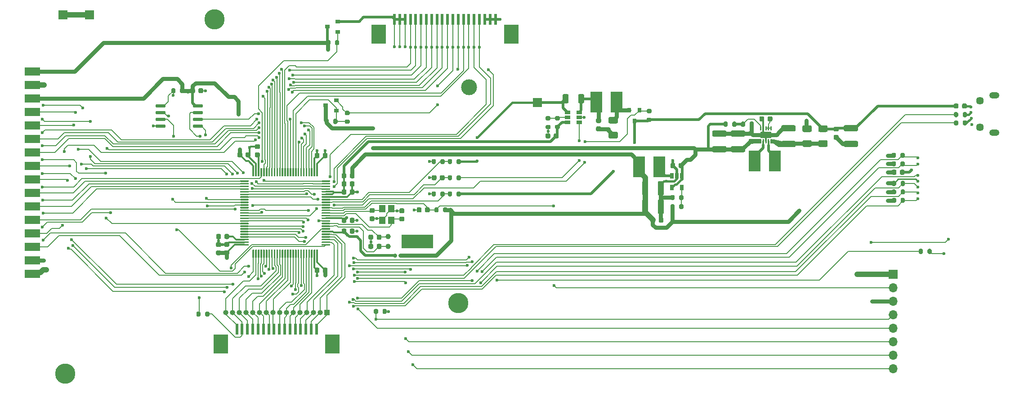
<source format=gtl>
G04 #@! TF.GenerationSoftware,KiCad,Pcbnew,5.1.8+dfsg1-1~bpo10+1*
G04 #@! TF.CreationDate,2020-11-24T20:11:20+01:00*
G04 #@! TF.ProjectId,armpofo_cpu,61726d70-6f66-46f5-9f63-70752e6b6963,rev?*
G04 #@! TF.SameCoordinates,PX3938700PY42c1d80*
G04 #@! TF.FileFunction,Copper,L1,Top*
G04 #@! TF.FilePolarity,Positive*
%FSLAX46Y46*%
G04 Gerber Fmt 4.6, Leading zero omitted, Abs format (unit mm)*
G04 Created by KiCad (PCBNEW 5.1.8+dfsg1-1~bpo10+1) date 2020-11-24 20:11:20*
%MOMM*%
%LPD*%
G01*
G04 APERTURE LIST*
G04 #@! TA.AperFunction,SMDPad,CuDef*
%ADD10R,2.200000X3.900000*%
G04 #@! TD*
G04 #@! TA.AperFunction,SMDPad,CuDef*
%ADD11R,0.900000X0.800000*%
G04 #@! TD*
G04 #@! TA.AperFunction,ComponentPad*
%ADD12C,3.000000*%
G04 #@! TD*
G04 #@! TA.AperFunction,ComponentPad*
%ADD13C,3.800000*%
G04 #@! TD*
G04 #@! TA.AperFunction,ComponentPad*
%ADD14C,1.450000*%
G04 #@! TD*
G04 #@! TA.AperFunction,ComponentPad*
%ADD15O,1.900000X1.200000*%
G04 #@! TD*
G04 #@! TA.AperFunction,ComponentPad*
%ADD16R,1.700000X1.700000*%
G04 #@! TD*
G04 #@! TA.AperFunction,SMDPad,CuDef*
%ADD17R,0.610000X2.000000*%
G04 #@! TD*
G04 #@! TA.AperFunction,SMDPad,CuDef*
%ADD18R,2.680000X3.600000*%
G04 #@! TD*
G04 #@! TA.AperFunction,ComponentPad*
%ADD19O,1.700000X1.700000*%
G04 #@! TD*
G04 #@! TA.AperFunction,SMDPad,CuDef*
%ADD20R,0.800000X0.900000*%
G04 #@! TD*
G04 #@! TA.AperFunction,SMDPad,CuDef*
%ADD21R,0.650000X1.060000*%
G04 #@! TD*
G04 #@! TA.AperFunction,SMDPad,CuDef*
%ADD22R,1.060000X0.650000*%
G04 #@! TD*
G04 #@! TA.AperFunction,SMDPad,CuDef*
%ADD23R,1.200000X1.400000*%
G04 #@! TD*
G04 #@! TA.AperFunction,ComponentPad*
%ADD24C,1.000000*%
G04 #@! TD*
G04 #@! TA.AperFunction,SMDPad,CuDef*
%ADD25R,6.000000X2.500000*%
G04 #@! TD*
G04 #@! TA.AperFunction,SMDPad,CuDef*
%ADD26R,3.000000X1.524000*%
G04 #@! TD*
G04 #@! TA.AperFunction,SMDPad,CuDef*
%ADD27R,2.000000X1.200000*%
G04 #@! TD*
G04 #@! TA.AperFunction,ComponentPad*
%ADD28R,1.000000X1.000000*%
G04 #@! TD*
G04 #@! TA.AperFunction,ComponentPad*
%ADD29O,1.000000X1.000000*%
G04 #@! TD*
G04 #@! TA.AperFunction,ViaPad*
%ADD30C,0.600000*%
G04 #@! TD*
G04 #@! TA.AperFunction,Conductor*
%ADD31C,1.000000*%
G04 #@! TD*
G04 #@! TA.AperFunction,Conductor*
%ADD32C,0.200000*%
G04 #@! TD*
G04 #@! TA.AperFunction,Conductor*
%ADD33C,0.300000*%
G04 #@! TD*
G04 #@! TA.AperFunction,Conductor*
%ADD34C,0.800000*%
G04 #@! TD*
G04 #@! TA.AperFunction,Conductor*
%ADD35C,0.500000*%
G04 #@! TD*
G04 #@! TA.AperFunction,Conductor*
%ADD36C,0.400000*%
G04 #@! TD*
G04 #@! TA.AperFunction,Conductor*
%ADD37C,0.250000*%
G04 #@! TD*
G04 #@! TA.AperFunction,Conductor*
%ADD38C,0.600000*%
G04 #@! TD*
G04 #@! TA.AperFunction,Conductor*
%ADD39C,0.100000*%
G04 #@! TD*
G04 APERTURE END LIST*
G04 #@! TO.P,C19,1*
G04 #@! TO.N,/USB5V*
G04 #@! TA.AperFunction,SMDPad,CuDef*
G36*
G01*
X162899999Y-23240000D02*
X165100001Y-23240000D01*
G75*
G02*
X165350000Y-23489999I0J-249999D01*
G01*
X165350000Y-24140001D01*
G75*
G02*
X165100001Y-24390000I-249999J0D01*
G01*
X162899999Y-24390000D01*
G75*
G02*
X162650000Y-24140001I0J249999D01*
G01*
X162650000Y-23489999D01*
G75*
G02*
X162899999Y-23240000I249999J0D01*
G01*
G37*
G04 #@! TD.AperFunction*
G04 #@! TO.P,C19,2*
G04 #@! TO.N,GND*
G04 #@! TA.AperFunction,SMDPad,CuDef*
G36*
G01*
X162899999Y-26190000D02*
X165100001Y-26190000D01*
G75*
G02*
X165350000Y-26439999I0J-249999D01*
G01*
X165350000Y-27090001D01*
G75*
G02*
X165100001Y-27340000I-249999J0D01*
G01*
X162899999Y-27340000D01*
G75*
G02*
X162650000Y-27090001I0J249999D01*
G01*
X162650000Y-26439999D01*
G75*
G02*
X162899999Y-26190000I249999J0D01*
G01*
G37*
G04 #@! TD.AperFunction*
G04 #@! TD*
G04 #@! TO.P,R29,1*
G04 #@! TO.N,Net-(J1-Pad2)*
G04 #@! TA.AperFunction,SMDPad,CuDef*
G36*
G01*
X185855000Y-20975000D02*
X185855000Y-21525000D01*
G75*
G02*
X185655000Y-21725000I-200000J0D01*
G01*
X185255000Y-21725000D01*
G75*
G02*
X185055000Y-21525000I0J200000D01*
G01*
X185055000Y-20975000D01*
G75*
G02*
X185255000Y-20775000I200000J0D01*
G01*
X185655000Y-20775000D01*
G75*
G02*
X185855000Y-20975000I0J-200000D01*
G01*
G37*
G04 #@! TD.AperFunction*
G04 #@! TO.P,R29,2*
G04 #@! TO.N,/USB-DM*
G04 #@! TA.AperFunction,SMDPad,CuDef*
G36*
G01*
X184205000Y-20975000D02*
X184205000Y-21525000D01*
G75*
G02*
X184005000Y-21725000I-200000J0D01*
G01*
X183605000Y-21725000D01*
G75*
G02*
X183405000Y-21525000I0J200000D01*
G01*
X183405000Y-20975000D01*
G75*
G02*
X183605000Y-20775000I200000J0D01*
G01*
X184005000Y-20775000D01*
G75*
G02*
X184205000Y-20975000I0J-200000D01*
G01*
G37*
G04 #@! TD.AperFunction*
G04 #@! TD*
G04 #@! TO.P,R28,2*
G04 #@! TO.N,/USB-DP*
G04 #@! TA.AperFunction,SMDPad,CuDef*
G36*
G01*
X184205000Y-22525000D02*
X184205000Y-23075000D01*
G75*
G02*
X184005000Y-23275000I-200000J0D01*
G01*
X183605000Y-23275000D01*
G75*
G02*
X183405000Y-23075000I0J200000D01*
G01*
X183405000Y-22525000D01*
G75*
G02*
X183605000Y-22325000I200000J0D01*
G01*
X184005000Y-22325000D01*
G75*
G02*
X184205000Y-22525000I0J-200000D01*
G01*
G37*
G04 #@! TD.AperFunction*
G04 #@! TO.P,R28,1*
G04 #@! TO.N,Net-(J1-Pad3)*
G04 #@! TA.AperFunction,SMDPad,CuDef*
G36*
G01*
X185855000Y-22525000D02*
X185855000Y-23075000D01*
G75*
G02*
X185655000Y-23275000I-200000J0D01*
G01*
X185255000Y-23275000D01*
G75*
G02*
X185055000Y-23075000I0J200000D01*
G01*
X185055000Y-22525000D01*
G75*
G02*
X185255000Y-22325000I200000J0D01*
G01*
X185655000Y-22325000D01*
G75*
G02*
X185855000Y-22525000I0J-200000D01*
G01*
G37*
G04 #@! TD.AperFunction*
G04 #@! TD*
D10*
G04 #@! TO.P,L2,2*
G04 #@! TO.N,+3V3*
X124100000Y-31100000D03*
G04 #@! TO.P,L2,1*
G04 #@! TO.N,Net-(L2-Pad1)*
X127900000Y-31100000D03*
G04 #@! TD*
D11*
G04 #@! TO.P,Q3,3*
G04 #@! TO.N,/5VINT*
X65104000Y-19514500D03*
G04 #@! TO.P,Q3,2*
G04 #@! TO.N,/LCD-CTRPWM*
X67104000Y-18564500D03*
G04 #@! TO.P,Q3,1*
G04 #@! TO.N,/LCD-CON-PWM*
X67104000Y-20464500D03*
G04 #@! TD*
G04 #@! TO.P,R18,2*
G04 #@! TO.N,/LCD-CON-PWM*
G04 #@! TA.AperFunction,SMDPad,CuDef*
G36*
G01*
X68907000Y-22181000D02*
X69457000Y-22181000D01*
G75*
G02*
X69657000Y-22381000I0J-200000D01*
G01*
X69657000Y-22781000D01*
G75*
G02*
X69457000Y-22981000I-200000J0D01*
G01*
X68907000Y-22981000D01*
G75*
G02*
X68707000Y-22781000I0J200000D01*
G01*
X68707000Y-22381000D01*
G75*
G02*
X68907000Y-22181000I200000J0D01*
G01*
G37*
G04 #@! TD.AperFunction*
G04 #@! TO.P,R18,1*
G04 #@! TO.N,/LCD-CTRPWM*
G04 #@! TA.AperFunction,SMDPad,CuDef*
G36*
G01*
X68907000Y-20531000D02*
X69457000Y-20531000D01*
G75*
G02*
X69657000Y-20731000I0J-200000D01*
G01*
X69657000Y-21131000D01*
G75*
G02*
X69457000Y-21331000I-200000J0D01*
G01*
X68907000Y-21331000D01*
G75*
G02*
X68707000Y-21131000I0J200000D01*
G01*
X68707000Y-20731000D01*
G75*
G02*
X68907000Y-20531000I200000J0D01*
G01*
G37*
G04 #@! TD.AperFunction*
G04 #@! TD*
G04 #@! TO.P,R17,1*
G04 #@! TO.N,/LCD-CON-PWM*
G04 #@! TA.AperFunction,SMDPad,CuDef*
G36*
G01*
X67359000Y-22243000D02*
X67359000Y-22793000D01*
G75*
G02*
X67159000Y-22993000I-200000J0D01*
G01*
X66759000Y-22993000D01*
G75*
G02*
X66559000Y-22793000I0J200000D01*
G01*
X66559000Y-22243000D01*
G75*
G02*
X66759000Y-22043000I200000J0D01*
G01*
X67159000Y-22043000D01*
G75*
G02*
X67359000Y-22243000I0J-200000D01*
G01*
G37*
G04 #@! TD.AperFunction*
G04 #@! TO.P,R17,2*
G04 #@! TO.N,/5VINT*
G04 #@! TA.AperFunction,SMDPad,CuDef*
G36*
G01*
X65709000Y-22243000D02*
X65709000Y-22793000D01*
G75*
G02*
X65509000Y-22993000I-200000J0D01*
G01*
X65109000Y-22993000D01*
G75*
G02*
X64909000Y-22793000I0J200000D01*
G01*
X64909000Y-22243000D01*
G75*
G02*
X65109000Y-22043000I200000J0D01*
G01*
X65509000Y-22043000D01*
G75*
G02*
X65709000Y-22243000I0J-200000D01*
G01*
G37*
G04 #@! TD.AperFunction*
G04 #@! TD*
G04 #@! TO.P,R16,2*
G04 #@! TO.N,/WAKEUP*
G04 #@! TA.AperFunction,SMDPad,CuDef*
G36*
G01*
X41575000Y-58525000D02*
X41575000Y-59075000D01*
G75*
G02*
X41375000Y-59275000I-200000J0D01*
G01*
X40975000Y-59275000D01*
G75*
G02*
X40775000Y-59075000I0J200000D01*
G01*
X40775000Y-58525000D01*
G75*
G02*
X40975000Y-58325000I200000J0D01*
G01*
X41375000Y-58325000D01*
G75*
G02*
X41575000Y-58525000I0J-200000D01*
G01*
G37*
G04 #@! TD.AperFunction*
G04 #@! TO.P,R16,1*
G04 #@! TO.N,/KEY-C7*
G04 #@! TA.AperFunction,SMDPad,CuDef*
G36*
G01*
X43225000Y-58525000D02*
X43225000Y-59075000D01*
G75*
G02*
X43025000Y-59275000I-200000J0D01*
G01*
X42625000Y-59275000D01*
G75*
G02*
X42425000Y-59075000I0J200000D01*
G01*
X42425000Y-58525000D01*
G75*
G02*
X42625000Y-58325000I200000J0D01*
G01*
X43025000Y-58325000D01*
G75*
G02*
X43225000Y-58525000I0J-200000D01*
G01*
G37*
G04 #@! TD.AperFunction*
G04 #@! TD*
G04 #@! TO.P,U4,1*
G04 #@! TO.N,/QSPI-IO2*
G04 #@! TA.AperFunction,SMDPad,CuDef*
G36*
G01*
X65975000Y-45689000D02*
X65975000Y-45839000D01*
G75*
G02*
X65900000Y-45914000I-75000J0D01*
G01*
X64450000Y-45914000D01*
G75*
G02*
X64375000Y-45839000I0J75000D01*
G01*
X64375000Y-45689000D01*
G75*
G02*
X64450000Y-45614000I75000J0D01*
G01*
X65900000Y-45614000D01*
G75*
G02*
X65975000Y-45689000I0J-75000D01*
G01*
G37*
G04 #@! TD.AperFunction*
G04 #@! TO.P,U4,2*
G04 #@! TO.N,/KEY-R4*
G04 #@! TA.AperFunction,SMDPad,CuDef*
G36*
G01*
X65975000Y-45189000D02*
X65975000Y-45339000D01*
G75*
G02*
X65900000Y-45414000I-75000J0D01*
G01*
X64450000Y-45414000D01*
G75*
G02*
X64375000Y-45339000I0J75000D01*
G01*
X64375000Y-45189000D01*
G75*
G02*
X64450000Y-45114000I75000J0D01*
G01*
X65900000Y-45114000D01*
G75*
G02*
X65975000Y-45189000I0J-75000D01*
G01*
G37*
G04 #@! TD.AperFunction*
G04 #@! TO.P,U4,3*
G04 #@! TO.N,/KEY-R3*
G04 #@! TA.AperFunction,SMDPad,CuDef*
G36*
G01*
X65975000Y-44689000D02*
X65975000Y-44839000D01*
G75*
G02*
X65900000Y-44914000I-75000J0D01*
G01*
X64450000Y-44914000D01*
G75*
G02*
X64375000Y-44839000I0J75000D01*
G01*
X64375000Y-44689000D01*
G75*
G02*
X64450000Y-44614000I75000J0D01*
G01*
X65900000Y-44614000D01*
G75*
G02*
X65975000Y-44689000I0J-75000D01*
G01*
G37*
G04 #@! TD.AperFunction*
G04 #@! TO.P,U4,4*
G04 #@! TO.N,/KEY-R2*
G04 #@! TA.AperFunction,SMDPad,CuDef*
G36*
G01*
X65975000Y-44189000D02*
X65975000Y-44339000D01*
G75*
G02*
X65900000Y-44414000I-75000J0D01*
G01*
X64450000Y-44414000D01*
G75*
G02*
X64375000Y-44339000I0J75000D01*
G01*
X64375000Y-44189000D01*
G75*
G02*
X64450000Y-44114000I75000J0D01*
G01*
X65900000Y-44114000D01*
G75*
G02*
X65975000Y-44189000I0J-75000D01*
G01*
G37*
G04 #@! TD.AperFunction*
G04 #@! TO.P,U4,5*
G04 #@! TO.N,/KEY-R1*
G04 #@! TA.AperFunction,SMDPad,CuDef*
G36*
G01*
X65975000Y-43689000D02*
X65975000Y-43839000D01*
G75*
G02*
X65900000Y-43914000I-75000J0D01*
G01*
X64450000Y-43914000D01*
G75*
G02*
X64375000Y-43839000I0J75000D01*
G01*
X64375000Y-43689000D01*
G75*
G02*
X64450000Y-43614000I75000J0D01*
G01*
X65900000Y-43614000D01*
G75*
G02*
X65975000Y-43689000I0J-75000D01*
G01*
G37*
G04 #@! TD.AperFunction*
G04 #@! TO.P,U4,6*
G04 #@! TO.N,+3V3*
G04 #@! TA.AperFunction,SMDPad,CuDef*
G36*
G01*
X65975000Y-43189000D02*
X65975000Y-43339000D01*
G75*
G02*
X65900000Y-43414000I-75000J0D01*
G01*
X64450000Y-43414000D01*
G75*
G02*
X64375000Y-43339000I0J75000D01*
G01*
X64375000Y-43189000D01*
G75*
G02*
X64450000Y-43114000I75000J0D01*
G01*
X65900000Y-43114000D01*
G75*
G02*
X65975000Y-43189000I0J-75000D01*
G01*
G37*
G04 #@! TD.AperFunction*
G04 #@! TO.P,U4,7*
G04 #@! TO.N,/WAKEUP*
G04 #@! TA.AperFunction,SMDPad,CuDef*
G36*
G01*
X65975000Y-42689000D02*
X65975000Y-42839000D01*
G75*
G02*
X65900000Y-42914000I-75000J0D01*
G01*
X64450000Y-42914000D01*
G75*
G02*
X64375000Y-42839000I0J75000D01*
G01*
X64375000Y-42689000D01*
G75*
G02*
X64450000Y-42614000I75000J0D01*
G01*
X65900000Y-42614000D01*
G75*
G02*
X65975000Y-42689000I0J-75000D01*
G01*
G37*
G04 #@! TD.AperFunction*
G04 #@! TO.P,U4,8*
G04 #@! TO.N,Net-(C28-Pad1)*
G04 #@! TA.AperFunction,SMDPad,CuDef*
G36*
G01*
X65975000Y-42189000D02*
X65975000Y-42339000D01*
G75*
G02*
X65900000Y-42414000I-75000J0D01*
G01*
X64450000Y-42414000D01*
G75*
G02*
X64375000Y-42339000I0J75000D01*
G01*
X64375000Y-42189000D01*
G75*
G02*
X64450000Y-42114000I75000J0D01*
G01*
X65900000Y-42114000D01*
G75*
G02*
X65975000Y-42189000I0J-75000D01*
G01*
G37*
G04 #@! TD.AperFunction*
G04 #@! TO.P,U4,9*
G04 #@! TO.N,Net-(C29-Pad1)*
G04 #@! TA.AperFunction,SMDPad,CuDef*
G36*
G01*
X65975000Y-41689000D02*
X65975000Y-41839000D01*
G75*
G02*
X65900000Y-41914000I-75000J0D01*
G01*
X64450000Y-41914000D01*
G75*
G02*
X64375000Y-41839000I0J75000D01*
G01*
X64375000Y-41689000D01*
G75*
G02*
X64450000Y-41614000I75000J0D01*
G01*
X65900000Y-41614000D01*
G75*
G02*
X65975000Y-41689000I0J-75000D01*
G01*
G37*
G04 #@! TD.AperFunction*
G04 #@! TO.P,U4,10*
G04 #@! TO.N,GND*
G04 #@! TA.AperFunction,SMDPad,CuDef*
G36*
G01*
X65975000Y-41189000D02*
X65975000Y-41339000D01*
G75*
G02*
X65900000Y-41414000I-75000J0D01*
G01*
X64450000Y-41414000D01*
G75*
G02*
X64375000Y-41339000I0J75000D01*
G01*
X64375000Y-41189000D01*
G75*
G02*
X64450000Y-41114000I75000J0D01*
G01*
X65900000Y-41114000D01*
G75*
G02*
X65975000Y-41189000I0J-75000D01*
G01*
G37*
G04 #@! TD.AperFunction*
G04 #@! TO.P,U4,11*
G04 #@! TO.N,+3V3*
G04 #@! TA.AperFunction,SMDPad,CuDef*
G36*
G01*
X65975000Y-40689000D02*
X65975000Y-40839000D01*
G75*
G02*
X65900000Y-40914000I-75000J0D01*
G01*
X64450000Y-40914000D01*
G75*
G02*
X64375000Y-40839000I0J75000D01*
G01*
X64375000Y-40689000D01*
G75*
G02*
X64450000Y-40614000I75000J0D01*
G01*
X65900000Y-40614000D01*
G75*
G02*
X65975000Y-40689000I0J-75000D01*
G01*
G37*
G04 #@! TD.AperFunction*
G04 #@! TO.P,U4,12*
G04 #@! TO.N,/OSC-IN*
G04 #@! TA.AperFunction,SMDPad,CuDef*
G36*
G01*
X65975000Y-40189000D02*
X65975000Y-40339000D01*
G75*
G02*
X65900000Y-40414000I-75000J0D01*
G01*
X64450000Y-40414000D01*
G75*
G02*
X64375000Y-40339000I0J75000D01*
G01*
X64375000Y-40189000D01*
G75*
G02*
X64450000Y-40114000I75000J0D01*
G01*
X65900000Y-40114000D01*
G75*
G02*
X65975000Y-40189000I0J-75000D01*
G01*
G37*
G04 #@! TD.AperFunction*
G04 #@! TO.P,U4,13*
G04 #@! TO.N,/OSC-OUT*
G04 #@! TA.AperFunction,SMDPad,CuDef*
G36*
G01*
X65975000Y-39689000D02*
X65975000Y-39839000D01*
G75*
G02*
X65900000Y-39914000I-75000J0D01*
G01*
X64450000Y-39914000D01*
G75*
G02*
X64375000Y-39839000I0J75000D01*
G01*
X64375000Y-39689000D01*
G75*
G02*
X64450000Y-39614000I75000J0D01*
G01*
X65900000Y-39614000D01*
G75*
G02*
X65975000Y-39689000I0J-75000D01*
G01*
G37*
G04 #@! TD.AperFunction*
G04 #@! TO.P,U4,14*
G04 #@! TO.N,/RESET*
G04 #@! TA.AperFunction,SMDPad,CuDef*
G36*
G01*
X65975000Y-39189000D02*
X65975000Y-39339000D01*
G75*
G02*
X65900000Y-39414000I-75000J0D01*
G01*
X64450000Y-39414000D01*
G75*
G02*
X64375000Y-39339000I0J75000D01*
G01*
X64375000Y-39189000D01*
G75*
G02*
X64450000Y-39114000I75000J0D01*
G01*
X65900000Y-39114000D01*
G75*
G02*
X65975000Y-39189000I0J-75000D01*
G01*
G37*
G04 #@! TD.AperFunction*
G04 #@! TO.P,U4,15*
G04 #@! TO.N,/ADC-5V*
G04 #@! TA.AperFunction,SMDPad,CuDef*
G36*
G01*
X65975000Y-38689000D02*
X65975000Y-38839000D01*
G75*
G02*
X65900000Y-38914000I-75000J0D01*
G01*
X64450000Y-38914000D01*
G75*
G02*
X64375000Y-38839000I0J75000D01*
G01*
X64375000Y-38689000D01*
G75*
G02*
X64450000Y-38614000I75000J0D01*
G01*
X65900000Y-38614000D01*
G75*
G02*
X65975000Y-38689000I0J-75000D01*
G01*
G37*
G04 #@! TD.AperFunction*
G04 #@! TO.P,U4,16*
G04 #@! TO.N,/PC1*
G04 #@! TA.AperFunction,SMDPad,CuDef*
G36*
G01*
X65975000Y-38189000D02*
X65975000Y-38339000D01*
G75*
G02*
X65900000Y-38414000I-75000J0D01*
G01*
X64450000Y-38414000D01*
G75*
G02*
X64375000Y-38339000I0J75000D01*
G01*
X64375000Y-38189000D01*
G75*
G02*
X64450000Y-38114000I75000J0D01*
G01*
X65900000Y-38114000D01*
G75*
G02*
X65975000Y-38189000I0J-75000D01*
G01*
G37*
G04 #@! TD.AperFunction*
G04 #@! TO.P,U4,17*
G04 #@! TO.N,/I-CHARGE*
G04 #@! TA.AperFunction,SMDPad,CuDef*
G36*
G01*
X65975000Y-37689000D02*
X65975000Y-37839000D01*
G75*
G02*
X65900000Y-37914000I-75000J0D01*
G01*
X64450000Y-37914000D01*
G75*
G02*
X64375000Y-37839000I0J75000D01*
G01*
X64375000Y-37689000D01*
G75*
G02*
X64450000Y-37614000I75000J0D01*
G01*
X65900000Y-37614000D01*
G75*
G02*
X65975000Y-37689000I0J-75000D01*
G01*
G37*
G04 #@! TD.AperFunction*
G04 #@! TO.P,U4,18*
G04 #@! TO.N,/ADC-BAT*
G04 #@! TA.AperFunction,SMDPad,CuDef*
G36*
G01*
X65975000Y-37189000D02*
X65975000Y-37339000D01*
G75*
G02*
X65900000Y-37414000I-75000J0D01*
G01*
X64450000Y-37414000D01*
G75*
G02*
X64375000Y-37339000I0J75000D01*
G01*
X64375000Y-37189000D01*
G75*
G02*
X64450000Y-37114000I75000J0D01*
G01*
X65900000Y-37114000D01*
G75*
G02*
X65975000Y-37189000I0J-75000D01*
G01*
G37*
G04 #@! TD.AperFunction*
G04 #@! TO.P,U4,19*
G04 #@! TO.N,GND*
G04 #@! TA.AperFunction,SMDPad,CuDef*
G36*
G01*
X65975000Y-36689000D02*
X65975000Y-36839000D01*
G75*
G02*
X65900000Y-36914000I-75000J0D01*
G01*
X64450000Y-36914000D01*
G75*
G02*
X64375000Y-36839000I0J75000D01*
G01*
X64375000Y-36689000D01*
G75*
G02*
X64450000Y-36614000I75000J0D01*
G01*
X65900000Y-36614000D01*
G75*
G02*
X65975000Y-36689000I0J-75000D01*
G01*
G37*
G04 #@! TD.AperFunction*
G04 #@! TO.P,U4,20*
G04 #@! TO.N,/VDDA*
G04 #@! TA.AperFunction,SMDPad,CuDef*
G36*
G01*
X65975000Y-36189000D02*
X65975000Y-36339000D01*
G75*
G02*
X65900000Y-36414000I-75000J0D01*
G01*
X64450000Y-36414000D01*
G75*
G02*
X64375000Y-36339000I0J75000D01*
G01*
X64375000Y-36189000D01*
G75*
G02*
X64450000Y-36114000I75000J0D01*
G01*
X65900000Y-36114000D01*
G75*
G02*
X65975000Y-36189000I0J-75000D01*
G01*
G37*
G04 #@! TD.AperFunction*
G04 #@! TO.P,U4,21*
G04 #@! TA.AperFunction,SMDPad,CuDef*
G36*
G01*
X65975000Y-35689000D02*
X65975000Y-35839000D01*
G75*
G02*
X65900000Y-35914000I-75000J0D01*
G01*
X64450000Y-35914000D01*
G75*
G02*
X64375000Y-35839000I0J75000D01*
G01*
X64375000Y-35689000D01*
G75*
G02*
X64450000Y-35614000I75000J0D01*
G01*
X65900000Y-35614000D01*
G75*
G02*
X65975000Y-35689000I0J-75000D01*
G01*
G37*
G04 #@! TD.AperFunction*
G04 #@! TO.P,U4,22*
G04 #@! TO.N,/PA0*
G04 #@! TA.AperFunction,SMDPad,CuDef*
G36*
G01*
X65975000Y-35189000D02*
X65975000Y-35339000D01*
G75*
G02*
X65900000Y-35414000I-75000J0D01*
G01*
X64450000Y-35414000D01*
G75*
G02*
X64375000Y-35339000I0J75000D01*
G01*
X64375000Y-35189000D01*
G75*
G02*
X64450000Y-35114000I75000J0D01*
G01*
X65900000Y-35114000D01*
G75*
G02*
X65975000Y-35189000I0J-75000D01*
G01*
G37*
G04 #@! TD.AperFunction*
G04 #@! TO.P,U4,23*
G04 #@! TO.N,/PA1*
G04 #@! TA.AperFunction,SMDPad,CuDef*
G36*
G01*
X65975000Y-34689000D02*
X65975000Y-34839000D01*
G75*
G02*
X65900000Y-34914000I-75000J0D01*
G01*
X64450000Y-34914000D01*
G75*
G02*
X64375000Y-34839000I0J75000D01*
G01*
X64375000Y-34689000D01*
G75*
G02*
X64450000Y-34614000I75000J0D01*
G01*
X65900000Y-34614000D01*
G75*
G02*
X65975000Y-34689000I0J-75000D01*
G01*
G37*
G04 #@! TD.AperFunction*
G04 #@! TO.P,U4,24*
G04 #@! TO.N,/PA2*
G04 #@! TA.AperFunction,SMDPad,CuDef*
G36*
G01*
X65975000Y-34189000D02*
X65975000Y-34339000D01*
G75*
G02*
X65900000Y-34414000I-75000J0D01*
G01*
X64450000Y-34414000D01*
G75*
G02*
X64375000Y-34339000I0J75000D01*
G01*
X64375000Y-34189000D01*
G75*
G02*
X64450000Y-34114000I75000J0D01*
G01*
X65900000Y-34114000D01*
G75*
G02*
X65975000Y-34189000I0J-75000D01*
G01*
G37*
G04 #@! TD.AperFunction*
G04 #@! TO.P,U4,25*
G04 #@! TO.N,/PA3*
G04 #@! TA.AperFunction,SMDPad,CuDef*
G36*
G01*
X65975000Y-33689000D02*
X65975000Y-33839000D01*
G75*
G02*
X65900000Y-33914000I-75000J0D01*
G01*
X64450000Y-33914000D01*
G75*
G02*
X64375000Y-33839000I0J75000D01*
G01*
X64375000Y-33689000D01*
G75*
G02*
X64450000Y-33614000I75000J0D01*
G01*
X65900000Y-33614000D01*
G75*
G02*
X65975000Y-33689000I0J-75000D01*
G01*
G37*
G04 #@! TD.AperFunction*
G04 #@! TO.P,U4,26*
G04 #@! TO.N,GND*
G04 #@! TA.AperFunction,SMDPad,CuDef*
G36*
G01*
X63650000Y-31364000D02*
X63650000Y-32814000D01*
G75*
G02*
X63575000Y-32889000I-75000J0D01*
G01*
X63425000Y-32889000D01*
G75*
G02*
X63350000Y-32814000I0J75000D01*
G01*
X63350000Y-31364000D01*
G75*
G02*
X63425000Y-31289000I75000J0D01*
G01*
X63575000Y-31289000D01*
G75*
G02*
X63650000Y-31364000I0J-75000D01*
G01*
G37*
G04 #@! TD.AperFunction*
G04 #@! TO.P,U4,27*
G04 #@! TO.N,+3V3*
G04 #@! TA.AperFunction,SMDPad,CuDef*
G36*
G01*
X63150000Y-31364000D02*
X63150000Y-32814000D01*
G75*
G02*
X63075000Y-32889000I-75000J0D01*
G01*
X62925000Y-32889000D01*
G75*
G02*
X62850000Y-32814000I0J75000D01*
G01*
X62850000Y-31364000D01*
G75*
G02*
X62925000Y-31289000I75000J0D01*
G01*
X63075000Y-31289000D01*
G75*
G02*
X63150000Y-31364000I0J-75000D01*
G01*
G37*
G04 #@! TD.AperFunction*
G04 #@! TO.P,U4,28*
G04 #@! TO.N,/PA4*
G04 #@! TA.AperFunction,SMDPad,CuDef*
G36*
G01*
X62650000Y-31364000D02*
X62650000Y-32814000D01*
G75*
G02*
X62575000Y-32889000I-75000J0D01*
G01*
X62425000Y-32889000D01*
G75*
G02*
X62350000Y-32814000I0J75000D01*
G01*
X62350000Y-31364000D01*
G75*
G02*
X62425000Y-31289000I75000J0D01*
G01*
X62575000Y-31289000D01*
G75*
G02*
X62650000Y-31364000I0J-75000D01*
G01*
G37*
G04 #@! TD.AperFunction*
G04 #@! TO.P,U4,29*
G04 #@! TO.N,/PA5*
G04 #@! TA.AperFunction,SMDPad,CuDef*
G36*
G01*
X62150000Y-31364000D02*
X62150000Y-32814000D01*
G75*
G02*
X62075000Y-32889000I-75000J0D01*
G01*
X61925000Y-32889000D01*
G75*
G02*
X61850000Y-32814000I0J75000D01*
G01*
X61850000Y-31364000D01*
G75*
G02*
X61925000Y-31289000I75000J0D01*
G01*
X62075000Y-31289000D01*
G75*
G02*
X62150000Y-31364000I0J-75000D01*
G01*
G37*
G04 #@! TD.AperFunction*
G04 #@! TO.P,U4,30*
G04 #@! TO.N,/PA6*
G04 #@! TA.AperFunction,SMDPad,CuDef*
G36*
G01*
X61650000Y-31364000D02*
X61650000Y-32814000D01*
G75*
G02*
X61575000Y-32889000I-75000J0D01*
G01*
X61425000Y-32889000D01*
G75*
G02*
X61350000Y-32814000I0J75000D01*
G01*
X61350000Y-31364000D01*
G75*
G02*
X61425000Y-31289000I75000J0D01*
G01*
X61575000Y-31289000D01*
G75*
G02*
X61650000Y-31364000I0J-75000D01*
G01*
G37*
G04 #@! TD.AperFunction*
G04 #@! TO.P,U4,31*
G04 #@! TO.N,/PA7*
G04 #@! TA.AperFunction,SMDPad,CuDef*
G36*
G01*
X61150000Y-31364000D02*
X61150000Y-32814000D01*
G75*
G02*
X61075000Y-32889000I-75000J0D01*
G01*
X60925000Y-32889000D01*
G75*
G02*
X60850000Y-32814000I0J75000D01*
G01*
X60850000Y-31364000D01*
G75*
G02*
X60925000Y-31289000I75000J0D01*
G01*
X61075000Y-31289000D01*
G75*
G02*
X61150000Y-31364000I0J-75000D01*
G01*
G37*
G04 #@! TD.AperFunction*
G04 #@! TO.P,U4,32*
G04 #@! TO.N,/PC4*
G04 #@! TA.AperFunction,SMDPad,CuDef*
G36*
G01*
X60650000Y-31364000D02*
X60650000Y-32814000D01*
G75*
G02*
X60575000Y-32889000I-75000J0D01*
G01*
X60425000Y-32889000D01*
G75*
G02*
X60350000Y-32814000I0J75000D01*
G01*
X60350000Y-31364000D01*
G75*
G02*
X60425000Y-31289000I75000J0D01*
G01*
X60575000Y-31289000D01*
G75*
G02*
X60650000Y-31364000I0J-75000D01*
G01*
G37*
G04 #@! TD.AperFunction*
G04 #@! TO.P,U4,33*
G04 #@! TO.N,/PC5*
G04 #@! TA.AperFunction,SMDPad,CuDef*
G36*
G01*
X60150000Y-31364000D02*
X60150000Y-32814000D01*
G75*
G02*
X60075000Y-32889000I-75000J0D01*
G01*
X59925000Y-32889000D01*
G75*
G02*
X59850000Y-32814000I0J75000D01*
G01*
X59850000Y-31364000D01*
G75*
G02*
X59925000Y-31289000I75000J0D01*
G01*
X60075000Y-31289000D01*
G75*
G02*
X60150000Y-31364000I0J-75000D01*
G01*
G37*
G04 #@! TD.AperFunction*
G04 #@! TO.P,U4,34*
G04 #@! TO.N,/LCD-CON-PWM*
G04 #@! TA.AperFunction,SMDPad,CuDef*
G36*
G01*
X59650000Y-31364000D02*
X59650000Y-32814000D01*
G75*
G02*
X59575000Y-32889000I-75000J0D01*
G01*
X59425000Y-32889000D01*
G75*
G02*
X59350000Y-32814000I0J75000D01*
G01*
X59350000Y-31364000D01*
G75*
G02*
X59425000Y-31289000I75000J0D01*
G01*
X59575000Y-31289000D01*
G75*
G02*
X59650000Y-31364000I0J-75000D01*
G01*
G37*
G04 #@! TD.AperFunction*
G04 #@! TO.P,U4,35*
G04 #@! TO.N,/LCD-E*
G04 #@! TA.AperFunction,SMDPad,CuDef*
G36*
G01*
X59150000Y-31364000D02*
X59150000Y-32814000D01*
G75*
G02*
X59075000Y-32889000I-75000J0D01*
G01*
X58925000Y-32889000D01*
G75*
G02*
X58850000Y-32814000I0J75000D01*
G01*
X58850000Y-31364000D01*
G75*
G02*
X58925000Y-31289000I75000J0D01*
G01*
X59075000Y-31289000D01*
G75*
G02*
X59150000Y-31364000I0J-75000D01*
G01*
G37*
G04 #@! TD.AperFunction*
G04 #@! TO.P,U4,36*
G04 #@! TO.N,/QSPI-CLK*
G04 #@! TA.AperFunction,SMDPad,CuDef*
G36*
G01*
X58650000Y-31364000D02*
X58650000Y-32814000D01*
G75*
G02*
X58575000Y-32889000I-75000J0D01*
G01*
X58425000Y-32889000D01*
G75*
G02*
X58350000Y-32814000I0J75000D01*
G01*
X58350000Y-31364000D01*
G75*
G02*
X58425000Y-31289000I75000J0D01*
G01*
X58575000Y-31289000D01*
G75*
G02*
X58650000Y-31364000I0J-75000D01*
G01*
G37*
G04 #@! TD.AperFunction*
G04 #@! TO.P,U4,37*
G04 #@! TO.N,/LCD-RS*
G04 #@! TA.AperFunction,SMDPad,CuDef*
G36*
G01*
X58150000Y-31364000D02*
X58150000Y-32814000D01*
G75*
G02*
X58075000Y-32889000I-75000J0D01*
G01*
X57925000Y-32889000D01*
G75*
G02*
X57850000Y-32814000I0J75000D01*
G01*
X57850000Y-31364000D01*
G75*
G02*
X57925000Y-31289000I75000J0D01*
G01*
X58075000Y-31289000D01*
G75*
G02*
X58150000Y-31364000I0J-75000D01*
G01*
G37*
G04 #@! TD.AperFunction*
G04 #@! TO.P,U4,38*
G04 #@! TO.N,/LCD-D0*
G04 #@! TA.AperFunction,SMDPad,CuDef*
G36*
G01*
X57650000Y-31364000D02*
X57650000Y-32814000D01*
G75*
G02*
X57575000Y-32889000I-75000J0D01*
G01*
X57425000Y-32889000D01*
G75*
G02*
X57350000Y-32814000I0J75000D01*
G01*
X57350000Y-31364000D01*
G75*
G02*
X57425000Y-31289000I75000J0D01*
G01*
X57575000Y-31289000D01*
G75*
G02*
X57650000Y-31364000I0J-75000D01*
G01*
G37*
G04 #@! TD.AperFunction*
G04 #@! TO.P,U4,39*
G04 #@! TO.N,/LCD-D1*
G04 #@! TA.AperFunction,SMDPad,CuDef*
G36*
G01*
X57150000Y-31364000D02*
X57150000Y-32814000D01*
G75*
G02*
X57075000Y-32889000I-75000J0D01*
G01*
X56925000Y-32889000D01*
G75*
G02*
X56850000Y-32814000I0J75000D01*
G01*
X56850000Y-31364000D01*
G75*
G02*
X56925000Y-31289000I75000J0D01*
G01*
X57075000Y-31289000D01*
G75*
G02*
X57150000Y-31364000I0J-75000D01*
G01*
G37*
G04 #@! TD.AperFunction*
G04 #@! TO.P,U4,40*
G04 #@! TO.N,/LCD-D2*
G04 #@! TA.AperFunction,SMDPad,CuDef*
G36*
G01*
X56650000Y-31364000D02*
X56650000Y-32814000D01*
G75*
G02*
X56575000Y-32889000I-75000J0D01*
G01*
X56425000Y-32889000D01*
G75*
G02*
X56350000Y-32814000I0J75000D01*
G01*
X56350000Y-31364000D01*
G75*
G02*
X56425000Y-31289000I75000J0D01*
G01*
X56575000Y-31289000D01*
G75*
G02*
X56650000Y-31364000I0J-75000D01*
G01*
G37*
G04 #@! TD.AperFunction*
G04 #@! TO.P,U4,41*
G04 #@! TO.N,/LCD-D3*
G04 #@! TA.AperFunction,SMDPad,CuDef*
G36*
G01*
X56150000Y-31364000D02*
X56150000Y-32814000D01*
G75*
G02*
X56075000Y-32889000I-75000J0D01*
G01*
X55925000Y-32889000D01*
G75*
G02*
X55850000Y-32814000I0J75000D01*
G01*
X55850000Y-31364000D01*
G75*
G02*
X55925000Y-31289000I75000J0D01*
G01*
X56075000Y-31289000D01*
G75*
G02*
X56150000Y-31364000I0J-75000D01*
G01*
G37*
G04 #@! TD.AperFunction*
G04 #@! TO.P,U4,42*
G04 #@! TO.N,/LCD-D4*
G04 #@! TA.AperFunction,SMDPad,CuDef*
G36*
G01*
X55650000Y-31364000D02*
X55650000Y-32814000D01*
G75*
G02*
X55575000Y-32889000I-75000J0D01*
G01*
X55425000Y-32889000D01*
G75*
G02*
X55350000Y-32814000I0J75000D01*
G01*
X55350000Y-31364000D01*
G75*
G02*
X55425000Y-31289000I75000J0D01*
G01*
X55575000Y-31289000D01*
G75*
G02*
X55650000Y-31364000I0J-75000D01*
G01*
G37*
G04 #@! TD.AperFunction*
G04 #@! TO.P,U4,43*
G04 #@! TO.N,/LCD-D5*
G04 #@! TA.AperFunction,SMDPad,CuDef*
G36*
G01*
X55150000Y-31364000D02*
X55150000Y-32814000D01*
G75*
G02*
X55075000Y-32889000I-75000J0D01*
G01*
X54925000Y-32889000D01*
G75*
G02*
X54850000Y-32814000I0J75000D01*
G01*
X54850000Y-31364000D01*
G75*
G02*
X54925000Y-31289000I75000J0D01*
G01*
X55075000Y-31289000D01*
G75*
G02*
X55150000Y-31364000I0J-75000D01*
G01*
G37*
G04 #@! TD.AperFunction*
G04 #@! TO.P,U4,44*
G04 #@! TO.N,/LCD-D6*
G04 #@! TA.AperFunction,SMDPad,CuDef*
G36*
G01*
X54650000Y-31364000D02*
X54650000Y-32814000D01*
G75*
G02*
X54575000Y-32889000I-75000J0D01*
G01*
X54425000Y-32889000D01*
G75*
G02*
X54350000Y-32814000I0J75000D01*
G01*
X54350000Y-31364000D01*
G75*
G02*
X54425000Y-31289000I75000J0D01*
G01*
X54575000Y-31289000D01*
G75*
G02*
X54650000Y-31364000I0J-75000D01*
G01*
G37*
G04 #@! TD.AperFunction*
G04 #@! TO.P,U4,45*
G04 #@! TO.N,/LCD-D7*
G04 #@! TA.AperFunction,SMDPad,CuDef*
G36*
G01*
X54150000Y-31364000D02*
X54150000Y-32814000D01*
G75*
G02*
X54075000Y-32889000I-75000J0D01*
G01*
X53925000Y-32889000D01*
G75*
G02*
X53850000Y-32814000I0J75000D01*
G01*
X53850000Y-31364000D01*
G75*
G02*
X53925000Y-31289000I75000J0D01*
G01*
X54075000Y-31289000D01*
G75*
G02*
X54150000Y-31364000I0J-75000D01*
G01*
G37*
G04 #@! TD.AperFunction*
G04 #@! TO.P,U4,46*
G04 #@! TO.N,/QSPI-CS*
G04 #@! TA.AperFunction,SMDPad,CuDef*
G36*
G01*
X53650000Y-31364000D02*
X53650000Y-32814000D01*
G75*
G02*
X53575000Y-32889000I-75000J0D01*
G01*
X53425000Y-32889000D01*
G75*
G02*
X53350000Y-32814000I0J75000D01*
G01*
X53350000Y-31364000D01*
G75*
G02*
X53425000Y-31289000I75000J0D01*
G01*
X53575000Y-31289000D01*
G75*
G02*
X53650000Y-31364000I0J-75000D01*
G01*
G37*
G04 #@! TD.AperFunction*
G04 #@! TO.P,U4,47*
G04 #@! TO.N,/PB11*
G04 #@! TA.AperFunction,SMDPad,CuDef*
G36*
G01*
X53150000Y-31364000D02*
X53150000Y-32814000D01*
G75*
G02*
X53075000Y-32889000I-75000J0D01*
G01*
X52925000Y-32889000D01*
G75*
G02*
X52850000Y-32814000I0J75000D01*
G01*
X52850000Y-31364000D01*
G75*
G02*
X52925000Y-31289000I75000J0D01*
G01*
X53075000Y-31289000D01*
G75*
G02*
X53150000Y-31364000I0J-75000D01*
G01*
G37*
G04 #@! TD.AperFunction*
G04 #@! TO.P,U4,48*
G04 #@! TO.N,Net-(C21-Pad1)*
G04 #@! TA.AperFunction,SMDPad,CuDef*
G36*
G01*
X52650000Y-31364000D02*
X52650000Y-32814000D01*
G75*
G02*
X52575000Y-32889000I-75000J0D01*
G01*
X52425000Y-32889000D01*
G75*
G02*
X52350000Y-32814000I0J75000D01*
G01*
X52350000Y-31364000D01*
G75*
G02*
X52425000Y-31289000I75000J0D01*
G01*
X52575000Y-31289000D01*
G75*
G02*
X52650000Y-31364000I0J-75000D01*
G01*
G37*
G04 #@! TD.AperFunction*
G04 #@! TO.P,U4,49*
G04 #@! TO.N,GND*
G04 #@! TA.AperFunction,SMDPad,CuDef*
G36*
G01*
X52150000Y-31364000D02*
X52150000Y-32814000D01*
G75*
G02*
X52075000Y-32889000I-75000J0D01*
G01*
X51925000Y-32889000D01*
G75*
G02*
X51850000Y-32814000I0J75000D01*
G01*
X51850000Y-31364000D01*
G75*
G02*
X51925000Y-31289000I75000J0D01*
G01*
X52075000Y-31289000D01*
G75*
G02*
X52150000Y-31364000I0J-75000D01*
G01*
G37*
G04 #@! TD.AperFunction*
G04 #@! TO.P,U4,50*
G04 #@! TO.N,+3V3*
G04 #@! TA.AperFunction,SMDPad,CuDef*
G36*
G01*
X51650000Y-31364000D02*
X51650000Y-32814000D01*
G75*
G02*
X51575000Y-32889000I-75000J0D01*
G01*
X51425000Y-32889000D01*
G75*
G02*
X51350000Y-32814000I0J75000D01*
G01*
X51350000Y-31364000D01*
G75*
G02*
X51425000Y-31289000I75000J0D01*
G01*
X51575000Y-31289000D01*
G75*
G02*
X51650000Y-31364000I0J-75000D01*
G01*
G37*
G04 #@! TD.AperFunction*
G04 #@! TO.P,U4,51*
G04 #@! TO.N,/PB12*
G04 #@! TA.AperFunction,SMDPad,CuDef*
G36*
G01*
X50625000Y-33689000D02*
X50625000Y-33839000D01*
G75*
G02*
X50550000Y-33914000I-75000J0D01*
G01*
X49100000Y-33914000D01*
G75*
G02*
X49025000Y-33839000I0J75000D01*
G01*
X49025000Y-33689000D01*
G75*
G02*
X49100000Y-33614000I75000J0D01*
G01*
X50550000Y-33614000D01*
G75*
G02*
X50625000Y-33689000I0J-75000D01*
G01*
G37*
G04 #@! TD.AperFunction*
G04 #@! TO.P,U4,52*
G04 #@! TO.N,/PB13*
G04 #@! TA.AperFunction,SMDPad,CuDef*
G36*
G01*
X50625000Y-34189000D02*
X50625000Y-34339000D01*
G75*
G02*
X50550000Y-34414000I-75000J0D01*
G01*
X49100000Y-34414000D01*
G75*
G02*
X49025000Y-34339000I0J75000D01*
G01*
X49025000Y-34189000D01*
G75*
G02*
X49100000Y-34114000I75000J0D01*
G01*
X50550000Y-34114000D01*
G75*
G02*
X50625000Y-34189000I0J-75000D01*
G01*
G37*
G04 #@! TD.AperFunction*
G04 #@! TO.P,U4,53*
G04 #@! TO.N,/PB14*
G04 #@! TA.AperFunction,SMDPad,CuDef*
G36*
G01*
X50625000Y-34689000D02*
X50625000Y-34839000D01*
G75*
G02*
X50550000Y-34914000I-75000J0D01*
G01*
X49100000Y-34914000D01*
G75*
G02*
X49025000Y-34839000I0J75000D01*
G01*
X49025000Y-34689000D01*
G75*
G02*
X49100000Y-34614000I75000J0D01*
G01*
X50550000Y-34614000D01*
G75*
G02*
X50625000Y-34689000I0J-75000D01*
G01*
G37*
G04 #@! TD.AperFunction*
G04 #@! TO.P,U4,54*
G04 #@! TO.N,/PB15*
G04 #@! TA.AperFunction,SMDPad,CuDef*
G36*
G01*
X50625000Y-35189000D02*
X50625000Y-35339000D01*
G75*
G02*
X50550000Y-35414000I-75000J0D01*
G01*
X49100000Y-35414000D01*
G75*
G02*
X49025000Y-35339000I0J75000D01*
G01*
X49025000Y-35189000D01*
G75*
G02*
X49100000Y-35114000I75000J0D01*
G01*
X50550000Y-35114000D01*
G75*
G02*
X50625000Y-35189000I0J-75000D01*
G01*
G37*
G04 #@! TD.AperFunction*
G04 #@! TO.P,U4,55*
G04 #@! TO.N,/LCD-R~W*
G04 #@! TA.AperFunction,SMDPad,CuDef*
G36*
G01*
X50625000Y-35689000D02*
X50625000Y-35839000D01*
G75*
G02*
X50550000Y-35914000I-75000J0D01*
G01*
X49100000Y-35914000D01*
G75*
G02*
X49025000Y-35839000I0J75000D01*
G01*
X49025000Y-35689000D01*
G75*
G02*
X49100000Y-35614000I75000J0D01*
G01*
X50550000Y-35614000D01*
G75*
G02*
X50625000Y-35689000I0J-75000D01*
G01*
G37*
G04 #@! TD.AperFunction*
G04 #@! TO.P,U4,56*
G04 #@! TO.N,/LCD-CS*
G04 #@! TA.AperFunction,SMDPad,CuDef*
G36*
G01*
X50625000Y-36189000D02*
X50625000Y-36339000D01*
G75*
G02*
X50550000Y-36414000I-75000J0D01*
G01*
X49100000Y-36414000D01*
G75*
G02*
X49025000Y-36339000I0J75000D01*
G01*
X49025000Y-36189000D01*
G75*
G02*
X49100000Y-36114000I75000J0D01*
G01*
X50550000Y-36114000D01*
G75*
G02*
X50625000Y-36189000I0J-75000D01*
G01*
G37*
G04 #@! TD.AperFunction*
G04 #@! TO.P,U4,57*
G04 #@! TO.N,/SOUND-LATCH*
G04 #@! TA.AperFunction,SMDPad,CuDef*
G36*
G01*
X50625000Y-36689000D02*
X50625000Y-36839000D01*
G75*
G02*
X50550000Y-36914000I-75000J0D01*
G01*
X49100000Y-36914000D01*
G75*
G02*
X49025000Y-36839000I0J75000D01*
G01*
X49025000Y-36689000D01*
G75*
G02*
X49100000Y-36614000I75000J0D01*
G01*
X50550000Y-36614000D01*
G75*
G02*
X50625000Y-36689000I0J-75000D01*
G01*
G37*
G04 #@! TD.AperFunction*
G04 #@! TO.P,U4,58*
G04 #@! TO.N,/QSPI-IO0*
G04 #@! TA.AperFunction,SMDPad,CuDef*
G36*
G01*
X50625000Y-37189000D02*
X50625000Y-37339000D01*
G75*
G02*
X50550000Y-37414000I-75000J0D01*
G01*
X49100000Y-37414000D01*
G75*
G02*
X49025000Y-37339000I0J75000D01*
G01*
X49025000Y-37189000D01*
G75*
G02*
X49100000Y-37114000I75000J0D01*
G01*
X50550000Y-37114000D01*
G75*
G02*
X50625000Y-37189000I0J-75000D01*
G01*
G37*
G04 #@! TD.AperFunction*
G04 #@! TO.P,U4,59*
G04 #@! TO.N,/QSPI-IO1*
G04 #@! TA.AperFunction,SMDPad,CuDef*
G36*
G01*
X50625000Y-37689000D02*
X50625000Y-37839000D01*
G75*
G02*
X50550000Y-37914000I-75000J0D01*
G01*
X49100000Y-37914000D01*
G75*
G02*
X49025000Y-37839000I0J75000D01*
G01*
X49025000Y-37689000D01*
G75*
G02*
X49100000Y-37614000I75000J0D01*
G01*
X50550000Y-37614000D01*
G75*
G02*
X50625000Y-37689000I0J-75000D01*
G01*
G37*
G04 #@! TD.AperFunction*
G04 #@! TO.P,U4,60*
G04 #@! TO.N,/QSPI-IO3*
G04 #@! TA.AperFunction,SMDPad,CuDef*
G36*
G01*
X50625000Y-38189000D02*
X50625000Y-38339000D01*
G75*
G02*
X50550000Y-38414000I-75000J0D01*
G01*
X49100000Y-38414000D01*
G75*
G02*
X49025000Y-38339000I0J75000D01*
G01*
X49025000Y-38189000D01*
G75*
G02*
X49100000Y-38114000I75000J0D01*
G01*
X50550000Y-38114000D01*
G75*
G02*
X50625000Y-38189000I0J-75000D01*
G01*
G37*
G04 #@! TD.AperFunction*
G04 #@! TO.P,U4,61*
G04 #@! TO.N,Net-(U4-Pad61)*
G04 #@! TA.AperFunction,SMDPad,CuDef*
G36*
G01*
X50625000Y-38689000D02*
X50625000Y-38839000D01*
G75*
G02*
X50550000Y-38914000I-75000J0D01*
G01*
X49100000Y-38914000D01*
G75*
G02*
X49025000Y-38839000I0J75000D01*
G01*
X49025000Y-38689000D01*
G75*
G02*
X49100000Y-38614000I75000J0D01*
G01*
X50550000Y-38614000D01*
G75*
G02*
X50625000Y-38689000I0J-75000D01*
G01*
G37*
G04 #@! TD.AperFunction*
G04 #@! TO.P,U4,62*
G04 #@! TO.N,/LED1*
G04 #@! TA.AperFunction,SMDPad,CuDef*
G36*
G01*
X50625000Y-39189000D02*
X50625000Y-39339000D01*
G75*
G02*
X50550000Y-39414000I-75000J0D01*
G01*
X49100000Y-39414000D01*
G75*
G02*
X49025000Y-39339000I0J75000D01*
G01*
X49025000Y-39189000D01*
G75*
G02*
X49100000Y-39114000I75000J0D01*
G01*
X50550000Y-39114000D01*
G75*
G02*
X50625000Y-39189000I0J-75000D01*
G01*
G37*
G04 #@! TD.AperFunction*
G04 #@! TO.P,U4,63*
G04 #@! TO.N,/LCD-ON*
G04 #@! TA.AperFunction,SMDPad,CuDef*
G36*
G01*
X50625000Y-39689000D02*
X50625000Y-39839000D01*
G75*
G02*
X50550000Y-39914000I-75000J0D01*
G01*
X49100000Y-39914000D01*
G75*
G02*
X49025000Y-39839000I0J75000D01*
G01*
X49025000Y-39689000D01*
G75*
G02*
X49100000Y-39614000I75000J0D01*
G01*
X50550000Y-39614000D01*
G75*
G02*
X50625000Y-39689000I0J-75000D01*
G01*
G37*
G04 #@! TD.AperFunction*
G04 #@! TO.P,U4,64*
G04 #@! TO.N,/CHARGE-PWM*
G04 #@! TA.AperFunction,SMDPad,CuDef*
G36*
G01*
X50625000Y-40189000D02*
X50625000Y-40339000D01*
G75*
G02*
X50550000Y-40414000I-75000J0D01*
G01*
X49100000Y-40414000D01*
G75*
G02*
X49025000Y-40339000I0J75000D01*
G01*
X49025000Y-40189000D01*
G75*
G02*
X49100000Y-40114000I75000J0D01*
G01*
X50550000Y-40114000D01*
G75*
G02*
X50625000Y-40189000I0J-75000D01*
G01*
G37*
G04 #@! TD.AperFunction*
G04 #@! TO.P,U4,65*
G04 #@! TO.N,/SDCARD-D0*
G04 #@! TA.AperFunction,SMDPad,CuDef*
G36*
G01*
X50625000Y-40689000D02*
X50625000Y-40839000D01*
G75*
G02*
X50550000Y-40914000I-75000J0D01*
G01*
X49100000Y-40914000D01*
G75*
G02*
X49025000Y-40839000I0J75000D01*
G01*
X49025000Y-40689000D01*
G75*
G02*
X49100000Y-40614000I75000J0D01*
G01*
X50550000Y-40614000D01*
G75*
G02*
X50625000Y-40689000I0J-75000D01*
G01*
G37*
G04 #@! TD.AperFunction*
G04 #@! TO.P,U4,66*
G04 #@! TO.N,/SDCARD-D1*
G04 #@! TA.AperFunction,SMDPad,CuDef*
G36*
G01*
X50625000Y-41189000D02*
X50625000Y-41339000D01*
G75*
G02*
X50550000Y-41414000I-75000J0D01*
G01*
X49100000Y-41414000D01*
G75*
G02*
X49025000Y-41339000I0J75000D01*
G01*
X49025000Y-41189000D01*
G75*
G02*
X49100000Y-41114000I75000J0D01*
G01*
X50550000Y-41114000D01*
G75*
G02*
X50625000Y-41189000I0J-75000D01*
G01*
G37*
G04 #@! TD.AperFunction*
G04 #@! TO.P,U4,67*
G04 #@! TO.N,/PA8*
G04 #@! TA.AperFunction,SMDPad,CuDef*
G36*
G01*
X50625000Y-41689000D02*
X50625000Y-41839000D01*
G75*
G02*
X50550000Y-41914000I-75000J0D01*
G01*
X49100000Y-41914000D01*
G75*
G02*
X49025000Y-41839000I0J75000D01*
G01*
X49025000Y-41689000D01*
G75*
G02*
X49100000Y-41614000I75000J0D01*
G01*
X50550000Y-41614000D01*
G75*
G02*
X50625000Y-41689000I0J-75000D01*
G01*
G37*
G04 #@! TD.AperFunction*
G04 #@! TO.P,U4,68*
G04 #@! TO.N,/TRACE-TX*
G04 #@! TA.AperFunction,SMDPad,CuDef*
G36*
G01*
X50625000Y-42189000D02*
X50625000Y-42339000D01*
G75*
G02*
X50550000Y-42414000I-75000J0D01*
G01*
X49100000Y-42414000D01*
G75*
G02*
X49025000Y-42339000I0J75000D01*
G01*
X49025000Y-42189000D01*
G75*
G02*
X49100000Y-42114000I75000J0D01*
G01*
X50550000Y-42114000D01*
G75*
G02*
X50625000Y-42189000I0J-75000D01*
G01*
G37*
G04 #@! TD.AperFunction*
G04 #@! TO.P,U4,69*
G04 #@! TO.N,/TRACE-RX*
G04 #@! TA.AperFunction,SMDPad,CuDef*
G36*
G01*
X50625000Y-42689000D02*
X50625000Y-42839000D01*
G75*
G02*
X50550000Y-42914000I-75000J0D01*
G01*
X49100000Y-42914000D01*
G75*
G02*
X49025000Y-42839000I0J75000D01*
G01*
X49025000Y-42689000D01*
G75*
G02*
X49100000Y-42614000I75000J0D01*
G01*
X50550000Y-42614000D01*
G75*
G02*
X50625000Y-42689000I0J-75000D01*
G01*
G37*
G04 #@! TD.AperFunction*
G04 #@! TO.P,U4,70*
G04 #@! TO.N,/USB-DM*
G04 #@! TA.AperFunction,SMDPad,CuDef*
G36*
G01*
X50625000Y-43189000D02*
X50625000Y-43339000D01*
G75*
G02*
X50550000Y-43414000I-75000J0D01*
G01*
X49100000Y-43414000D01*
G75*
G02*
X49025000Y-43339000I0J75000D01*
G01*
X49025000Y-43189000D01*
G75*
G02*
X49100000Y-43114000I75000J0D01*
G01*
X50550000Y-43114000D01*
G75*
G02*
X50625000Y-43189000I0J-75000D01*
G01*
G37*
G04 #@! TD.AperFunction*
G04 #@! TO.P,U4,71*
G04 #@! TO.N,/USB-DP*
G04 #@! TA.AperFunction,SMDPad,CuDef*
G36*
G01*
X50625000Y-43689000D02*
X50625000Y-43839000D01*
G75*
G02*
X50550000Y-43914000I-75000J0D01*
G01*
X49100000Y-43914000D01*
G75*
G02*
X49025000Y-43839000I0J75000D01*
G01*
X49025000Y-43689000D01*
G75*
G02*
X49100000Y-43614000I75000J0D01*
G01*
X50550000Y-43614000D01*
G75*
G02*
X50625000Y-43689000I0J-75000D01*
G01*
G37*
G04 #@! TD.AperFunction*
G04 #@! TO.P,U4,72*
G04 #@! TO.N,/SWDIO*
G04 #@! TA.AperFunction,SMDPad,CuDef*
G36*
G01*
X50625000Y-44189000D02*
X50625000Y-44339000D01*
G75*
G02*
X50550000Y-44414000I-75000J0D01*
G01*
X49100000Y-44414000D01*
G75*
G02*
X49025000Y-44339000I0J75000D01*
G01*
X49025000Y-44189000D01*
G75*
G02*
X49100000Y-44114000I75000J0D01*
G01*
X50550000Y-44114000D01*
G75*
G02*
X50625000Y-44189000I0J-75000D01*
G01*
G37*
G04 #@! TD.AperFunction*
G04 #@! TO.P,U4,73*
G04 #@! TO.N,Net-(C22-Pad1)*
G04 #@! TA.AperFunction,SMDPad,CuDef*
G36*
G01*
X50625000Y-44689000D02*
X50625000Y-44839000D01*
G75*
G02*
X50550000Y-44914000I-75000J0D01*
G01*
X49100000Y-44914000D01*
G75*
G02*
X49025000Y-44839000I0J75000D01*
G01*
X49025000Y-44689000D01*
G75*
G02*
X49100000Y-44614000I75000J0D01*
G01*
X50550000Y-44614000D01*
G75*
G02*
X50625000Y-44689000I0J-75000D01*
G01*
G37*
G04 #@! TD.AperFunction*
G04 #@! TO.P,U4,74*
G04 #@! TO.N,GND*
G04 #@! TA.AperFunction,SMDPad,CuDef*
G36*
G01*
X50625000Y-45189000D02*
X50625000Y-45339000D01*
G75*
G02*
X50550000Y-45414000I-75000J0D01*
G01*
X49100000Y-45414000D01*
G75*
G02*
X49025000Y-45339000I0J75000D01*
G01*
X49025000Y-45189000D01*
G75*
G02*
X49100000Y-45114000I75000J0D01*
G01*
X50550000Y-45114000D01*
G75*
G02*
X50625000Y-45189000I0J-75000D01*
G01*
G37*
G04 #@! TD.AperFunction*
G04 #@! TO.P,U4,75*
G04 #@! TO.N,+3V3*
G04 #@! TA.AperFunction,SMDPad,CuDef*
G36*
G01*
X50625000Y-45689000D02*
X50625000Y-45839000D01*
G75*
G02*
X50550000Y-45914000I-75000J0D01*
G01*
X49100000Y-45914000D01*
G75*
G02*
X49025000Y-45839000I0J75000D01*
G01*
X49025000Y-45689000D01*
G75*
G02*
X49100000Y-45614000I75000J0D01*
G01*
X50550000Y-45614000D01*
G75*
G02*
X50625000Y-45689000I0J-75000D01*
G01*
G37*
G04 #@! TD.AperFunction*
G04 #@! TO.P,U4,76*
G04 #@! TO.N,/SWDC*
G04 #@! TA.AperFunction,SMDPad,CuDef*
G36*
G01*
X51650000Y-46714000D02*
X51650000Y-48164000D01*
G75*
G02*
X51575000Y-48239000I-75000J0D01*
G01*
X51425000Y-48239000D01*
G75*
G02*
X51350000Y-48164000I0J75000D01*
G01*
X51350000Y-46714000D01*
G75*
G02*
X51425000Y-46639000I75000J0D01*
G01*
X51575000Y-46639000D01*
G75*
G02*
X51650000Y-46714000I0J-75000D01*
G01*
G37*
G04 #@! TD.AperFunction*
G04 #@! TO.P,U4,77*
G04 #@! TO.N,/KEY-C8*
G04 #@! TA.AperFunction,SMDPad,CuDef*
G36*
G01*
X52150000Y-46714000D02*
X52150000Y-48164000D01*
G75*
G02*
X52075000Y-48239000I-75000J0D01*
G01*
X51925000Y-48239000D01*
G75*
G02*
X51850000Y-48164000I0J75000D01*
G01*
X51850000Y-46714000D01*
G75*
G02*
X51925000Y-46639000I75000J0D01*
G01*
X52075000Y-46639000D01*
G75*
G02*
X52150000Y-46714000I0J-75000D01*
G01*
G37*
G04 #@! TD.AperFunction*
G04 #@! TO.P,U4,78*
G04 #@! TO.N,/SDCARD-D2*
G04 #@! TA.AperFunction,SMDPad,CuDef*
G36*
G01*
X52650000Y-46714000D02*
X52650000Y-48164000D01*
G75*
G02*
X52575000Y-48239000I-75000J0D01*
G01*
X52425000Y-48239000D01*
G75*
G02*
X52350000Y-48164000I0J75000D01*
G01*
X52350000Y-46714000D01*
G75*
G02*
X52425000Y-46639000I75000J0D01*
G01*
X52575000Y-46639000D01*
G75*
G02*
X52650000Y-46714000I0J-75000D01*
G01*
G37*
G04 #@! TD.AperFunction*
G04 #@! TO.P,U4,79*
G04 #@! TO.N,/SDCARD-D3*
G04 #@! TA.AperFunction,SMDPad,CuDef*
G36*
G01*
X53150000Y-46714000D02*
X53150000Y-48164000D01*
G75*
G02*
X53075000Y-48239000I-75000J0D01*
G01*
X52925000Y-48239000D01*
G75*
G02*
X52850000Y-48164000I0J75000D01*
G01*
X52850000Y-46714000D01*
G75*
G02*
X52925000Y-46639000I75000J0D01*
G01*
X53075000Y-46639000D01*
G75*
G02*
X53150000Y-46714000I0J-75000D01*
G01*
G37*
G04 #@! TD.AperFunction*
G04 #@! TO.P,U4,80*
G04 #@! TO.N,/SDCARD-CK*
G04 #@! TA.AperFunction,SMDPad,CuDef*
G36*
G01*
X53650000Y-46714000D02*
X53650000Y-48164000D01*
G75*
G02*
X53575000Y-48239000I-75000J0D01*
G01*
X53425000Y-48239000D01*
G75*
G02*
X53350000Y-48164000I0J75000D01*
G01*
X53350000Y-46714000D01*
G75*
G02*
X53425000Y-46639000I75000J0D01*
G01*
X53575000Y-46639000D01*
G75*
G02*
X53650000Y-46714000I0J-75000D01*
G01*
G37*
G04 #@! TD.AperFunction*
G04 #@! TO.P,U4,81*
G04 #@! TO.N,/PD0*
G04 #@! TA.AperFunction,SMDPad,CuDef*
G36*
G01*
X54150000Y-46714000D02*
X54150000Y-48164000D01*
G75*
G02*
X54075000Y-48239000I-75000J0D01*
G01*
X53925000Y-48239000D01*
G75*
G02*
X53850000Y-48164000I0J75000D01*
G01*
X53850000Y-46714000D01*
G75*
G02*
X53925000Y-46639000I75000J0D01*
G01*
X54075000Y-46639000D01*
G75*
G02*
X54150000Y-46714000I0J-75000D01*
G01*
G37*
G04 #@! TD.AperFunction*
G04 #@! TO.P,U4,82*
G04 #@! TO.N,/PD1*
G04 #@! TA.AperFunction,SMDPad,CuDef*
G36*
G01*
X54650000Y-46714000D02*
X54650000Y-48164000D01*
G75*
G02*
X54575000Y-48239000I-75000J0D01*
G01*
X54425000Y-48239000D01*
G75*
G02*
X54350000Y-48164000I0J75000D01*
G01*
X54350000Y-46714000D01*
G75*
G02*
X54425000Y-46639000I75000J0D01*
G01*
X54575000Y-46639000D01*
G75*
G02*
X54650000Y-46714000I0J-75000D01*
G01*
G37*
G04 #@! TD.AperFunction*
G04 #@! TO.P,U4,83*
G04 #@! TO.N,/SDCARD-CMD*
G04 #@! TA.AperFunction,SMDPad,CuDef*
G36*
G01*
X55150000Y-46714000D02*
X55150000Y-48164000D01*
G75*
G02*
X55075000Y-48239000I-75000J0D01*
G01*
X54925000Y-48239000D01*
G75*
G02*
X54850000Y-48164000I0J75000D01*
G01*
X54850000Y-46714000D01*
G75*
G02*
X54925000Y-46639000I75000J0D01*
G01*
X55075000Y-46639000D01*
G75*
G02*
X55150000Y-46714000I0J-75000D01*
G01*
G37*
G04 #@! TD.AperFunction*
G04 #@! TO.P,U4,84*
G04 #@! TO.N,/KEY-C7*
G04 #@! TA.AperFunction,SMDPad,CuDef*
G36*
G01*
X55650000Y-46714000D02*
X55650000Y-48164000D01*
G75*
G02*
X55575000Y-48239000I-75000J0D01*
G01*
X55425000Y-48239000D01*
G75*
G02*
X55350000Y-48164000I0J75000D01*
G01*
X55350000Y-46714000D01*
G75*
G02*
X55425000Y-46639000I75000J0D01*
G01*
X55575000Y-46639000D01*
G75*
G02*
X55650000Y-46714000I0J-75000D01*
G01*
G37*
G04 #@! TD.AperFunction*
G04 #@! TO.P,U4,85*
G04 #@! TO.N,/KEY-C6*
G04 #@! TA.AperFunction,SMDPad,CuDef*
G36*
G01*
X56150000Y-46714000D02*
X56150000Y-48164000D01*
G75*
G02*
X56075000Y-48239000I-75000J0D01*
G01*
X55925000Y-48239000D01*
G75*
G02*
X55850000Y-48164000I0J75000D01*
G01*
X55850000Y-46714000D01*
G75*
G02*
X55925000Y-46639000I75000J0D01*
G01*
X56075000Y-46639000D01*
G75*
G02*
X56150000Y-46714000I0J-75000D01*
G01*
G37*
G04 #@! TD.AperFunction*
G04 #@! TO.P,U4,86*
G04 #@! TO.N,/KEY-C5*
G04 #@! TA.AperFunction,SMDPad,CuDef*
G36*
G01*
X56650000Y-46714000D02*
X56650000Y-48164000D01*
G75*
G02*
X56575000Y-48239000I-75000J0D01*
G01*
X56425000Y-48239000D01*
G75*
G02*
X56350000Y-48164000I0J75000D01*
G01*
X56350000Y-46714000D01*
G75*
G02*
X56425000Y-46639000I75000J0D01*
G01*
X56575000Y-46639000D01*
G75*
G02*
X56650000Y-46714000I0J-75000D01*
G01*
G37*
G04 #@! TD.AperFunction*
G04 #@! TO.P,U4,87*
G04 #@! TO.N,/KEY-C4*
G04 #@! TA.AperFunction,SMDPad,CuDef*
G36*
G01*
X57150000Y-46714000D02*
X57150000Y-48164000D01*
G75*
G02*
X57075000Y-48239000I-75000J0D01*
G01*
X56925000Y-48239000D01*
G75*
G02*
X56850000Y-48164000I0J75000D01*
G01*
X56850000Y-46714000D01*
G75*
G02*
X56925000Y-46639000I75000J0D01*
G01*
X57075000Y-46639000D01*
G75*
G02*
X57150000Y-46714000I0J-75000D01*
G01*
G37*
G04 #@! TD.AperFunction*
G04 #@! TO.P,U4,88*
G04 #@! TO.N,/KEY-C3*
G04 #@! TA.AperFunction,SMDPad,CuDef*
G36*
G01*
X57650000Y-46714000D02*
X57650000Y-48164000D01*
G75*
G02*
X57575000Y-48239000I-75000J0D01*
G01*
X57425000Y-48239000D01*
G75*
G02*
X57350000Y-48164000I0J75000D01*
G01*
X57350000Y-46714000D01*
G75*
G02*
X57425000Y-46639000I75000J0D01*
G01*
X57575000Y-46639000D01*
G75*
G02*
X57650000Y-46714000I0J-75000D01*
G01*
G37*
G04 #@! TD.AperFunction*
G04 #@! TO.P,U4,89*
G04 #@! TO.N,/KEY-C2*
G04 #@! TA.AperFunction,SMDPad,CuDef*
G36*
G01*
X58150000Y-46714000D02*
X58150000Y-48164000D01*
G75*
G02*
X58075000Y-48239000I-75000J0D01*
G01*
X57925000Y-48239000D01*
G75*
G02*
X57850000Y-48164000I0J75000D01*
G01*
X57850000Y-46714000D01*
G75*
G02*
X57925000Y-46639000I75000J0D01*
G01*
X58075000Y-46639000D01*
G75*
G02*
X58150000Y-46714000I0J-75000D01*
G01*
G37*
G04 #@! TD.AperFunction*
G04 #@! TO.P,U4,90*
G04 #@! TO.N,/KEY-C1*
G04 #@! TA.AperFunction,SMDPad,CuDef*
G36*
G01*
X58650000Y-46714000D02*
X58650000Y-48164000D01*
G75*
G02*
X58575000Y-48239000I-75000J0D01*
G01*
X58425000Y-48239000D01*
G75*
G02*
X58350000Y-48164000I0J75000D01*
G01*
X58350000Y-46714000D01*
G75*
G02*
X58425000Y-46639000I75000J0D01*
G01*
X58575000Y-46639000D01*
G75*
G02*
X58650000Y-46714000I0J-75000D01*
G01*
G37*
G04 #@! TD.AperFunction*
G04 #@! TO.P,U4,91*
G04 #@! TO.N,/PB5*
G04 #@! TA.AperFunction,SMDPad,CuDef*
G36*
G01*
X59150000Y-46714000D02*
X59150000Y-48164000D01*
G75*
G02*
X59075000Y-48239000I-75000J0D01*
G01*
X58925000Y-48239000D01*
G75*
G02*
X58850000Y-48164000I0J75000D01*
G01*
X58850000Y-46714000D01*
G75*
G02*
X58925000Y-46639000I75000J0D01*
G01*
X59075000Y-46639000D01*
G75*
G02*
X59150000Y-46714000I0J-75000D01*
G01*
G37*
G04 #@! TD.AperFunction*
G04 #@! TO.P,U4,92*
G04 #@! TO.N,/PB6*
G04 #@! TA.AperFunction,SMDPad,CuDef*
G36*
G01*
X59650000Y-46714000D02*
X59650000Y-48164000D01*
G75*
G02*
X59575000Y-48239000I-75000J0D01*
G01*
X59425000Y-48239000D01*
G75*
G02*
X59350000Y-48164000I0J75000D01*
G01*
X59350000Y-46714000D01*
G75*
G02*
X59425000Y-46639000I75000J0D01*
G01*
X59575000Y-46639000D01*
G75*
G02*
X59650000Y-46714000I0J-75000D01*
G01*
G37*
G04 #@! TD.AperFunction*
G04 #@! TO.P,U4,93*
G04 #@! TO.N,/PB7*
G04 #@! TA.AperFunction,SMDPad,CuDef*
G36*
G01*
X60150000Y-46714000D02*
X60150000Y-48164000D01*
G75*
G02*
X60075000Y-48239000I-75000J0D01*
G01*
X59925000Y-48239000D01*
G75*
G02*
X59850000Y-48164000I0J75000D01*
G01*
X59850000Y-46714000D01*
G75*
G02*
X59925000Y-46639000I75000J0D01*
G01*
X60075000Y-46639000D01*
G75*
G02*
X60150000Y-46714000I0J-75000D01*
G01*
G37*
G04 #@! TD.AperFunction*
G04 #@! TO.P,U4,94*
G04 #@! TO.N,/BOOT0*
G04 #@! TA.AperFunction,SMDPad,CuDef*
G36*
G01*
X60650000Y-46714000D02*
X60650000Y-48164000D01*
G75*
G02*
X60575000Y-48239000I-75000J0D01*
G01*
X60425000Y-48239000D01*
G75*
G02*
X60350000Y-48164000I0J75000D01*
G01*
X60350000Y-46714000D01*
G75*
G02*
X60425000Y-46639000I75000J0D01*
G01*
X60575000Y-46639000D01*
G75*
G02*
X60650000Y-46714000I0J-75000D01*
G01*
G37*
G04 #@! TD.AperFunction*
G04 #@! TO.P,U4,95*
G04 #@! TO.N,/KEY-R8*
G04 #@! TA.AperFunction,SMDPad,CuDef*
G36*
G01*
X61150000Y-46714000D02*
X61150000Y-48164000D01*
G75*
G02*
X61075000Y-48239000I-75000J0D01*
G01*
X60925000Y-48239000D01*
G75*
G02*
X60850000Y-48164000I0J75000D01*
G01*
X60850000Y-46714000D01*
G75*
G02*
X60925000Y-46639000I75000J0D01*
G01*
X61075000Y-46639000D01*
G75*
G02*
X61150000Y-46714000I0J-75000D01*
G01*
G37*
G04 #@! TD.AperFunction*
G04 #@! TO.P,U4,96*
G04 #@! TO.N,/KEY-R7*
G04 #@! TA.AperFunction,SMDPad,CuDef*
G36*
G01*
X61650000Y-46714000D02*
X61650000Y-48164000D01*
G75*
G02*
X61575000Y-48239000I-75000J0D01*
G01*
X61425000Y-48239000D01*
G75*
G02*
X61350000Y-48164000I0J75000D01*
G01*
X61350000Y-46714000D01*
G75*
G02*
X61425000Y-46639000I75000J0D01*
G01*
X61575000Y-46639000D01*
G75*
G02*
X61650000Y-46714000I0J-75000D01*
G01*
G37*
G04 #@! TD.AperFunction*
G04 #@! TO.P,U4,97*
G04 #@! TO.N,/KEY-R6*
G04 #@! TA.AperFunction,SMDPad,CuDef*
G36*
G01*
X62150000Y-46714000D02*
X62150000Y-48164000D01*
G75*
G02*
X62075000Y-48239000I-75000J0D01*
G01*
X61925000Y-48239000D01*
G75*
G02*
X61850000Y-48164000I0J75000D01*
G01*
X61850000Y-46714000D01*
G75*
G02*
X61925000Y-46639000I75000J0D01*
G01*
X62075000Y-46639000D01*
G75*
G02*
X62150000Y-46714000I0J-75000D01*
G01*
G37*
G04 #@! TD.AperFunction*
G04 #@! TO.P,U4,98*
G04 #@! TO.N,/KEY-R5*
G04 #@! TA.AperFunction,SMDPad,CuDef*
G36*
G01*
X62650000Y-46714000D02*
X62650000Y-48164000D01*
G75*
G02*
X62575000Y-48239000I-75000J0D01*
G01*
X62425000Y-48239000D01*
G75*
G02*
X62350000Y-48164000I0J75000D01*
G01*
X62350000Y-46714000D01*
G75*
G02*
X62425000Y-46639000I75000J0D01*
G01*
X62575000Y-46639000D01*
G75*
G02*
X62650000Y-46714000I0J-75000D01*
G01*
G37*
G04 #@! TD.AperFunction*
G04 #@! TO.P,U4,99*
G04 #@! TO.N,GND*
G04 #@! TA.AperFunction,SMDPad,CuDef*
G36*
G01*
X63150000Y-46714000D02*
X63150000Y-48164000D01*
G75*
G02*
X63075000Y-48239000I-75000J0D01*
G01*
X62925000Y-48239000D01*
G75*
G02*
X62850000Y-48164000I0J75000D01*
G01*
X62850000Y-46714000D01*
G75*
G02*
X62925000Y-46639000I75000J0D01*
G01*
X63075000Y-46639000D01*
G75*
G02*
X63150000Y-46714000I0J-75000D01*
G01*
G37*
G04 #@! TD.AperFunction*
G04 #@! TO.P,U4,100*
G04 #@! TO.N,+3V3*
G04 #@! TA.AperFunction,SMDPad,CuDef*
G36*
G01*
X63650000Y-46714000D02*
X63650000Y-48164000D01*
G75*
G02*
X63575000Y-48239000I-75000J0D01*
G01*
X63425000Y-48239000D01*
G75*
G02*
X63350000Y-48164000I0J75000D01*
G01*
X63350000Y-46714000D01*
G75*
G02*
X63425000Y-46639000I75000J0D01*
G01*
X63575000Y-46639000D01*
G75*
G02*
X63650000Y-46714000I0J-75000D01*
G01*
G37*
G04 #@! TD.AperFunction*
G04 #@! TD*
D12*
G04 #@! TO.P,H4,1*
G04 #@! TO.N,Net-(H4-Pad1)*
X92100000Y-16100000D03*
G04 #@! TD*
D13*
G04 #@! TO.P,H3,1*
G04 #@! TO.N,Net-(H3-Pad1)*
X90100000Y-56700000D03*
G04 #@! TD*
G04 #@! TO.P,H2,1*
G04 #@! TO.N,Net-(H2-Pad1)*
X16100000Y-70000000D03*
G04 #@! TD*
G04 #@! TO.P,H1,1*
G04 #@! TO.N,Net-(H1-Pad1)*
X44200000Y-3300000D03*
G04 #@! TD*
G04 #@! TO.P,C1,2*
G04 #@! TO.N,GND*
G04 #@! TA.AperFunction,SMDPad,CuDef*
G36*
G01*
X69667000Y-43430000D02*
X69667000Y-42930000D01*
G75*
G02*
X69892000Y-42705000I225000J0D01*
G01*
X70342000Y-42705000D01*
G75*
G02*
X70567000Y-42930000I0J-225000D01*
G01*
X70567000Y-43430000D01*
G75*
G02*
X70342000Y-43655000I-225000J0D01*
G01*
X69892000Y-43655000D01*
G75*
G02*
X69667000Y-43430000I0J225000D01*
G01*
G37*
G04 #@! TD.AperFunction*
G04 #@! TO.P,C1,1*
G04 #@! TO.N,+3V3*
G04 #@! TA.AperFunction,SMDPad,CuDef*
G36*
G01*
X68117000Y-43430000D02*
X68117000Y-42930000D01*
G75*
G02*
X68342000Y-42705000I225000J0D01*
G01*
X68792000Y-42705000D01*
G75*
G02*
X69017000Y-42930000I0J-225000D01*
G01*
X69017000Y-43430000D01*
G75*
G02*
X68792000Y-43655000I-225000J0D01*
G01*
X68342000Y-43655000D01*
G75*
G02*
X68117000Y-43430000I0J225000D01*
G01*
G37*
G04 #@! TD.AperFunction*
G04 #@! TD*
G04 #@! TO.P,C2,1*
G04 #@! TO.N,+3V3*
G04 #@! TA.AperFunction,SMDPad,CuDef*
G36*
G01*
X68117000Y-41398000D02*
X68117000Y-40898000D01*
G75*
G02*
X68342000Y-40673000I225000J0D01*
G01*
X68792000Y-40673000D01*
G75*
G02*
X69017000Y-40898000I0J-225000D01*
G01*
X69017000Y-41398000D01*
G75*
G02*
X68792000Y-41623000I-225000J0D01*
G01*
X68342000Y-41623000D01*
G75*
G02*
X68117000Y-41398000I0J225000D01*
G01*
G37*
G04 #@! TD.AperFunction*
G04 #@! TO.P,C2,2*
G04 #@! TO.N,GND*
G04 #@! TA.AperFunction,SMDPad,CuDef*
G36*
G01*
X69667000Y-41398000D02*
X69667000Y-40898000D01*
G75*
G02*
X69892000Y-40673000I225000J0D01*
G01*
X70342000Y-40673000D01*
G75*
G02*
X70567000Y-40898000I0J-225000D01*
G01*
X70567000Y-41398000D01*
G75*
G02*
X70342000Y-41623000I-225000J0D01*
G01*
X69892000Y-41623000D01*
G75*
G02*
X69667000Y-41398000I0J225000D01*
G01*
G37*
G04 #@! TD.AperFunction*
G04 #@! TD*
G04 #@! TO.P,C3,2*
G04 #@! TO.N,GND*
G04 #@! TA.AperFunction,SMDPad,CuDef*
G36*
G01*
X64587000Y-29206000D02*
X64587000Y-28706000D01*
G75*
G02*
X64812000Y-28481000I225000J0D01*
G01*
X65262000Y-28481000D01*
G75*
G02*
X65487000Y-28706000I0J-225000D01*
G01*
X65487000Y-29206000D01*
G75*
G02*
X65262000Y-29431000I-225000J0D01*
G01*
X64812000Y-29431000D01*
G75*
G02*
X64587000Y-29206000I0J225000D01*
G01*
G37*
G04 #@! TD.AperFunction*
G04 #@! TO.P,C3,1*
G04 #@! TO.N,+3V3*
G04 #@! TA.AperFunction,SMDPad,CuDef*
G36*
G01*
X63037000Y-29206000D02*
X63037000Y-28706000D01*
G75*
G02*
X63262000Y-28481000I225000J0D01*
G01*
X63712000Y-28481000D01*
G75*
G02*
X63937000Y-28706000I0J-225000D01*
G01*
X63937000Y-29206000D01*
G75*
G02*
X63712000Y-29431000I-225000J0D01*
G01*
X63262000Y-29431000D01*
G75*
G02*
X63037000Y-29206000I0J225000D01*
G01*
G37*
G04 #@! TD.AperFunction*
G04 #@! TD*
G04 #@! TO.P,C4,1*
G04 #@! TO.N,+3V3*
G04 #@! TA.AperFunction,SMDPad,CuDef*
G36*
G01*
X48503000Y-29056000D02*
X48503000Y-28556000D01*
G75*
G02*
X48728000Y-28331000I225000J0D01*
G01*
X49178000Y-28331000D01*
G75*
G02*
X49403000Y-28556000I0J-225000D01*
G01*
X49403000Y-29056000D01*
G75*
G02*
X49178000Y-29281000I-225000J0D01*
G01*
X48728000Y-29281000D01*
G75*
G02*
X48503000Y-29056000I0J225000D01*
G01*
G37*
G04 #@! TD.AperFunction*
G04 #@! TO.P,C4,2*
G04 #@! TO.N,GND*
G04 #@! TA.AperFunction,SMDPad,CuDef*
G36*
G01*
X50053000Y-29056000D02*
X50053000Y-28556000D01*
G75*
G02*
X50278000Y-28331000I225000J0D01*
G01*
X50728000Y-28331000D01*
G75*
G02*
X50953000Y-28556000I0J-225000D01*
G01*
X50953000Y-29056000D01*
G75*
G02*
X50728000Y-29281000I-225000J0D01*
G01*
X50278000Y-29281000D01*
G75*
G02*
X50053000Y-29056000I0J225000D01*
G01*
G37*
G04 #@! TD.AperFunction*
G04 #@! TD*
G04 #@! TO.P,C5,1*
G04 #@! TO.N,+3V3*
G04 #@! TA.AperFunction,SMDPad,CuDef*
G36*
G01*
X46732000Y-47707000D02*
X46232000Y-47707000D01*
G75*
G02*
X46007000Y-47482000I0J225000D01*
G01*
X46007000Y-47032000D01*
G75*
G02*
X46232000Y-46807000I225000J0D01*
G01*
X46732000Y-46807000D01*
G75*
G02*
X46957000Y-47032000I0J-225000D01*
G01*
X46957000Y-47482000D01*
G75*
G02*
X46732000Y-47707000I-225000J0D01*
G01*
G37*
G04 #@! TD.AperFunction*
G04 #@! TO.P,C5,2*
G04 #@! TO.N,GND*
G04 #@! TA.AperFunction,SMDPad,CuDef*
G36*
G01*
X46732000Y-46157000D02*
X46232000Y-46157000D01*
G75*
G02*
X46007000Y-45932000I0J225000D01*
G01*
X46007000Y-45482000D01*
G75*
G02*
X46232000Y-45257000I225000J0D01*
G01*
X46732000Y-45257000D01*
G75*
G02*
X46957000Y-45482000I0J-225000D01*
G01*
X46957000Y-45932000D01*
G75*
G02*
X46732000Y-46157000I-225000J0D01*
G01*
G37*
G04 #@! TD.AperFunction*
G04 #@! TD*
G04 #@! TO.P,C6,1*
G04 #@! TO.N,+3V3*
G04 #@! TA.AperFunction,SMDPad,CuDef*
G36*
G01*
X45208000Y-47720000D02*
X44708000Y-47720000D01*
G75*
G02*
X44483000Y-47495000I0J225000D01*
G01*
X44483000Y-47045000D01*
G75*
G02*
X44708000Y-46820000I225000J0D01*
G01*
X45208000Y-46820000D01*
G75*
G02*
X45433000Y-47045000I0J-225000D01*
G01*
X45433000Y-47495000D01*
G75*
G02*
X45208000Y-47720000I-225000J0D01*
G01*
G37*
G04 #@! TD.AperFunction*
G04 #@! TO.P,C6,2*
G04 #@! TO.N,GND*
G04 #@! TA.AperFunction,SMDPad,CuDef*
G36*
G01*
X45208000Y-46170000D02*
X44708000Y-46170000D01*
G75*
G02*
X44483000Y-45945000I0J225000D01*
G01*
X44483000Y-45495000D01*
G75*
G02*
X44708000Y-45270000I225000J0D01*
G01*
X45208000Y-45270000D01*
G75*
G02*
X45433000Y-45495000I0J-225000D01*
G01*
X45433000Y-45945000D01*
G75*
G02*
X45208000Y-46170000I-225000J0D01*
G01*
G37*
G04 #@! TD.AperFunction*
G04 #@! TD*
G04 #@! TO.P,C7,1*
G04 #@! TO.N,+3V3*
G04 #@! TA.AperFunction,SMDPad,CuDef*
G36*
G01*
X65487000Y-50296000D02*
X65487000Y-50796000D01*
G75*
G02*
X65262000Y-51021000I-225000J0D01*
G01*
X64812000Y-51021000D01*
G75*
G02*
X64587000Y-50796000I0J225000D01*
G01*
X64587000Y-50296000D01*
G75*
G02*
X64812000Y-50071000I225000J0D01*
G01*
X65262000Y-50071000D01*
G75*
G02*
X65487000Y-50296000I0J-225000D01*
G01*
G37*
G04 #@! TD.AperFunction*
G04 #@! TO.P,C7,2*
G04 #@! TO.N,GND*
G04 #@! TA.AperFunction,SMDPad,CuDef*
G36*
G01*
X63937000Y-50296000D02*
X63937000Y-50796000D01*
G75*
G02*
X63712000Y-51021000I-225000J0D01*
G01*
X63262000Y-51021000D01*
G75*
G02*
X63037000Y-50796000I0J225000D01*
G01*
X63037000Y-50296000D01*
G75*
G02*
X63262000Y-50071000I225000J0D01*
G01*
X63712000Y-50071000D01*
G75*
G02*
X63937000Y-50296000I0J-225000D01*
G01*
G37*
G04 #@! TD.AperFunction*
G04 #@! TD*
G04 #@! TO.P,C8,2*
G04 #@! TO.N,GND*
G04 #@! TA.AperFunction,SMDPad,CuDef*
G36*
G01*
X69667000Y-34540000D02*
X69667000Y-34040000D01*
G75*
G02*
X69892000Y-33815000I225000J0D01*
G01*
X70342000Y-33815000D01*
G75*
G02*
X70567000Y-34040000I0J-225000D01*
G01*
X70567000Y-34540000D01*
G75*
G02*
X70342000Y-34765000I-225000J0D01*
G01*
X69892000Y-34765000D01*
G75*
G02*
X69667000Y-34540000I0J225000D01*
G01*
G37*
G04 #@! TD.AperFunction*
G04 #@! TO.P,C8,1*
G04 #@! TO.N,/VDDA*
G04 #@! TA.AperFunction,SMDPad,CuDef*
G36*
G01*
X68117000Y-34540000D02*
X68117000Y-34040000D01*
G75*
G02*
X68342000Y-33815000I225000J0D01*
G01*
X68792000Y-33815000D01*
G75*
G02*
X69017000Y-34040000I0J-225000D01*
G01*
X69017000Y-34540000D01*
G75*
G02*
X68792000Y-34765000I-225000J0D01*
G01*
X68342000Y-34765000D01*
G75*
G02*
X68117000Y-34540000I0J225000D01*
G01*
G37*
G04 #@! TD.AperFunction*
G04 #@! TD*
G04 #@! TO.P,C9,1*
G04 #@! TO.N,/VDDA*
G04 #@! TA.AperFunction,SMDPad,CuDef*
G36*
G01*
X68117000Y-36064000D02*
X68117000Y-35564000D01*
G75*
G02*
X68342000Y-35339000I225000J0D01*
G01*
X68792000Y-35339000D01*
G75*
G02*
X69017000Y-35564000I0J-225000D01*
G01*
X69017000Y-36064000D01*
G75*
G02*
X68792000Y-36289000I-225000J0D01*
G01*
X68342000Y-36289000D01*
G75*
G02*
X68117000Y-36064000I0J225000D01*
G01*
G37*
G04 #@! TD.AperFunction*
G04 #@! TO.P,C9,2*
G04 #@! TO.N,GND*
G04 #@! TA.AperFunction,SMDPad,CuDef*
G36*
G01*
X69667000Y-36064000D02*
X69667000Y-35564000D01*
G75*
G02*
X69892000Y-35339000I225000J0D01*
G01*
X70342000Y-35339000D01*
G75*
G02*
X70567000Y-35564000I0J-225000D01*
G01*
X70567000Y-36064000D01*
G75*
G02*
X70342000Y-36289000I-225000J0D01*
G01*
X69892000Y-36289000D01*
G75*
G02*
X69667000Y-36064000I0J225000D01*
G01*
G37*
G04 #@! TD.AperFunction*
G04 #@! TD*
G04 #@! TO.P,C10,2*
G04 #@! TO.N,GND*
G04 #@! TA.AperFunction,SMDPad,CuDef*
G36*
G01*
X83163500Y-38933500D02*
X83163500Y-39433500D01*
G75*
G02*
X82938500Y-39658500I-225000J0D01*
G01*
X82488500Y-39658500D01*
G75*
G02*
X82263500Y-39433500I0J225000D01*
G01*
X82263500Y-38933500D01*
G75*
G02*
X82488500Y-38708500I225000J0D01*
G01*
X82938500Y-38708500D01*
G75*
G02*
X83163500Y-38933500I0J-225000D01*
G01*
G37*
G04 #@! TD.AperFunction*
G04 #@! TO.P,C10,1*
G04 #@! TO.N,/RESET*
G04 #@! TA.AperFunction,SMDPad,CuDef*
G36*
G01*
X84713500Y-38933500D02*
X84713500Y-39433500D01*
G75*
G02*
X84488500Y-39658500I-225000J0D01*
G01*
X84038500Y-39658500D01*
G75*
G02*
X83813500Y-39433500I0J225000D01*
G01*
X83813500Y-38933500D01*
G75*
G02*
X84038500Y-38708500I225000J0D01*
G01*
X84488500Y-38708500D01*
G75*
G02*
X84713500Y-38933500I0J-225000D01*
G01*
G37*
G04 #@! TD.AperFunction*
G04 #@! TD*
G04 #@! TO.P,C11,2*
G04 #@! TO.N,GND*
G04 #@! TA.AperFunction,SMDPad,CuDef*
G36*
G01*
X145500000Y-25215000D02*
X145000000Y-25215000D01*
G75*
G02*
X144775000Y-24990000I0J225000D01*
G01*
X144775000Y-24540000D01*
G75*
G02*
X145000000Y-24315000I225000J0D01*
G01*
X145500000Y-24315000D01*
G75*
G02*
X145725000Y-24540000I0J-225000D01*
G01*
X145725000Y-24990000D01*
G75*
G02*
X145500000Y-25215000I-225000J0D01*
G01*
G37*
G04 #@! TD.AperFunction*
G04 #@! TO.P,C11,1*
G04 #@! TO.N,/5VINT*
G04 #@! TA.AperFunction,SMDPad,CuDef*
G36*
G01*
X145500000Y-26765000D02*
X145000000Y-26765000D01*
G75*
G02*
X144775000Y-26540000I0J225000D01*
G01*
X144775000Y-26090000D01*
G75*
G02*
X145000000Y-25865000I225000J0D01*
G01*
X145500000Y-25865000D01*
G75*
G02*
X145725000Y-26090000I0J-225000D01*
G01*
X145725000Y-26540000D01*
G75*
G02*
X145500000Y-26765000I-225000J0D01*
G01*
G37*
G04 #@! TD.AperFunction*
G04 #@! TD*
G04 #@! TO.P,C12,2*
G04 #@! TO.N,GND*
G04 #@! TA.AperFunction,SMDPad,CuDef*
G36*
G01*
X143850001Y-25390000D02*
X141649999Y-25390000D01*
G75*
G02*
X141400000Y-25140001I0J249999D01*
G01*
X141400000Y-24489999D01*
G75*
G02*
X141649999Y-24240000I249999J0D01*
G01*
X143850001Y-24240000D01*
G75*
G02*
X144100000Y-24489999I0J-249999D01*
G01*
X144100000Y-25140001D01*
G75*
G02*
X143850001Y-25390000I-249999J0D01*
G01*
G37*
G04 #@! TD.AperFunction*
G04 #@! TO.P,C12,1*
G04 #@! TO.N,/5VINT*
G04 #@! TA.AperFunction,SMDPad,CuDef*
G36*
G01*
X143850001Y-28340000D02*
X141649999Y-28340000D01*
G75*
G02*
X141400000Y-28090001I0J249999D01*
G01*
X141400000Y-27439999D01*
G75*
G02*
X141649999Y-27190000I249999J0D01*
G01*
X143850001Y-27190000D01*
G75*
G02*
X144100000Y-27439999I0J-249999D01*
G01*
X144100000Y-28090001D01*
G75*
G02*
X143850001Y-28340000I-249999J0D01*
G01*
G37*
G04 #@! TD.AperFunction*
G04 #@! TD*
G04 #@! TO.P,C13,2*
G04 #@! TO.N,GND*
G04 #@! TA.AperFunction,SMDPad,CuDef*
G36*
G01*
X140350001Y-25390000D02*
X138149999Y-25390000D01*
G75*
G02*
X137900000Y-25140001I0J249999D01*
G01*
X137900000Y-24489999D01*
G75*
G02*
X138149999Y-24240000I249999J0D01*
G01*
X140350001Y-24240000D01*
G75*
G02*
X140600000Y-24489999I0J-249999D01*
G01*
X140600000Y-25140001D01*
G75*
G02*
X140350001Y-25390000I-249999J0D01*
G01*
G37*
G04 #@! TD.AperFunction*
G04 #@! TO.P,C13,1*
G04 #@! TO.N,/5VINT*
G04 #@! TA.AperFunction,SMDPad,CuDef*
G36*
G01*
X140350001Y-28340000D02*
X138149999Y-28340000D01*
G75*
G02*
X137900000Y-28090001I0J249999D01*
G01*
X137900000Y-27439999D01*
G75*
G02*
X138149999Y-27190000I249999J0D01*
G01*
X140350001Y-27190000D01*
G75*
G02*
X140600000Y-27439999I0J-249999D01*
G01*
X140600000Y-28090001D01*
G75*
G02*
X140350001Y-28340000I-249999J0D01*
G01*
G37*
G04 #@! TD.AperFunction*
G04 #@! TD*
G04 #@! TO.P,C14,1*
G04 #@! TO.N,/3-5V*
G04 #@! TA.AperFunction,SMDPad,CuDef*
G36*
G01*
X153350001Y-27340000D02*
X151149999Y-27340000D01*
G75*
G02*
X150900000Y-27090001I0J249999D01*
G01*
X150900000Y-26439999D01*
G75*
G02*
X151149999Y-26190000I249999J0D01*
G01*
X153350001Y-26190000D01*
G75*
G02*
X153600000Y-26439999I0J-249999D01*
G01*
X153600000Y-27090001D01*
G75*
G02*
X153350001Y-27340000I-249999J0D01*
G01*
G37*
G04 #@! TD.AperFunction*
G04 #@! TO.P,C14,2*
G04 #@! TO.N,GND*
G04 #@! TA.AperFunction,SMDPad,CuDef*
G36*
G01*
X153350001Y-24390000D02*
X151149999Y-24390000D01*
G75*
G02*
X150900000Y-24140001I0J249999D01*
G01*
X150900000Y-23489999D01*
G75*
G02*
X151149999Y-23240000I249999J0D01*
G01*
X153350001Y-23240000D01*
G75*
G02*
X153600000Y-23489999I0J-249999D01*
G01*
X153600000Y-24140001D01*
G75*
G02*
X153350001Y-24390000I-249999J0D01*
G01*
G37*
G04 #@! TD.AperFunction*
G04 #@! TD*
G04 #@! TO.P,C15,2*
G04 #@! TO.N,GND*
G04 #@! TA.AperFunction,SMDPad,CuDef*
G36*
G01*
X127825000Y-41350000D02*
X127825000Y-40850000D01*
G75*
G02*
X128050000Y-40625000I225000J0D01*
G01*
X128500000Y-40625000D01*
G75*
G02*
X128725000Y-40850000I0J-225000D01*
G01*
X128725000Y-41350000D01*
G75*
G02*
X128500000Y-41575000I-225000J0D01*
G01*
X128050000Y-41575000D01*
G75*
G02*
X127825000Y-41350000I0J225000D01*
G01*
G37*
G04 #@! TD.AperFunction*
G04 #@! TO.P,C15,1*
G04 #@! TO.N,+3V3*
G04 #@! TA.AperFunction,SMDPad,CuDef*
G36*
G01*
X126275000Y-41350000D02*
X126275000Y-40850000D01*
G75*
G02*
X126500000Y-40625000I225000J0D01*
G01*
X126950000Y-40625000D01*
G75*
G02*
X127175000Y-40850000I0J-225000D01*
G01*
X127175000Y-41350000D01*
G75*
G02*
X126950000Y-41575000I-225000J0D01*
G01*
X126500000Y-41575000D01*
G75*
G02*
X126275000Y-41350000I0J225000D01*
G01*
G37*
G04 #@! TD.AperFunction*
G04 #@! TD*
G04 #@! TO.P,C16,1*
G04 #@! TO.N,+3V3*
G04 #@! TA.AperFunction,SMDPad,CuDef*
G36*
G01*
X124700000Y-39700001D02*
X124700000Y-37499999D01*
G75*
G02*
X124949999Y-37250000I249999J0D01*
G01*
X125600001Y-37250000D01*
G75*
G02*
X125850000Y-37499999I0J-249999D01*
G01*
X125850000Y-39700001D01*
G75*
G02*
X125600001Y-39950000I-249999J0D01*
G01*
X124949999Y-39950000D01*
G75*
G02*
X124700000Y-39700001I0J249999D01*
G01*
G37*
G04 #@! TD.AperFunction*
G04 #@! TO.P,C16,2*
G04 #@! TO.N,GND*
G04 #@! TA.AperFunction,SMDPad,CuDef*
G36*
G01*
X127650000Y-39700001D02*
X127650000Y-37499999D01*
G75*
G02*
X127899999Y-37250000I249999J0D01*
G01*
X128550001Y-37250000D01*
G75*
G02*
X128800000Y-37499999I0J-249999D01*
G01*
X128800000Y-39700001D01*
G75*
G02*
X128550001Y-39950000I-249999J0D01*
G01*
X127899999Y-39950000D01*
G75*
G02*
X127650000Y-39700001I0J249999D01*
G01*
G37*
G04 #@! TD.AperFunction*
G04 #@! TD*
G04 #@! TO.P,C17,2*
G04 #@! TO.N,GND*
G04 #@! TA.AperFunction,SMDPad,CuDef*
G36*
G01*
X127650000Y-36200001D02*
X127650000Y-33999999D01*
G75*
G02*
X127899999Y-33750000I249999J0D01*
G01*
X128550001Y-33750000D01*
G75*
G02*
X128800000Y-33999999I0J-249999D01*
G01*
X128800000Y-36200001D01*
G75*
G02*
X128550001Y-36450000I-249999J0D01*
G01*
X127899999Y-36450000D01*
G75*
G02*
X127650000Y-36200001I0J249999D01*
G01*
G37*
G04 #@! TD.AperFunction*
G04 #@! TO.P,C17,1*
G04 #@! TO.N,+3V3*
G04 #@! TA.AperFunction,SMDPad,CuDef*
G36*
G01*
X124700000Y-36200001D02*
X124700000Y-33999999D01*
G75*
G02*
X124949999Y-33750000I249999J0D01*
G01*
X125600001Y-33750000D01*
G75*
G02*
X125850000Y-33999999I0J-249999D01*
G01*
X125850000Y-36200001D01*
G75*
G02*
X125600001Y-36450000I-249999J0D01*
G01*
X124949999Y-36450000D01*
G75*
G02*
X124700000Y-36200001I0J249999D01*
G01*
G37*
G04 #@! TD.AperFunction*
G04 #@! TD*
G04 #@! TO.P,C18,1*
G04 #@! TO.N,/USB5V*
G04 #@! TA.AperFunction,SMDPad,CuDef*
G36*
G01*
X160984000Y-23517000D02*
X161484000Y-23517000D01*
G75*
G02*
X161709000Y-23742000I0J-225000D01*
G01*
X161709000Y-24192000D01*
G75*
G02*
X161484000Y-24417000I-225000J0D01*
G01*
X160984000Y-24417000D01*
G75*
G02*
X160759000Y-24192000I0J225000D01*
G01*
X160759000Y-23742000D01*
G75*
G02*
X160984000Y-23517000I225000J0D01*
G01*
G37*
G04 #@! TD.AperFunction*
G04 #@! TO.P,C18,2*
G04 #@! TO.N,GND*
G04 #@! TA.AperFunction,SMDPad,CuDef*
G36*
G01*
X160984000Y-25067000D02*
X161484000Y-25067000D01*
G75*
G02*
X161709000Y-25292000I0J-225000D01*
G01*
X161709000Y-25742000D01*
G75*
G02*
X161484000Y-25967000I-225000J0D01*
G01*
X160984000Y-25967000D01*
G75*
G02*
X160759000Y-25742000I0J225000D01*
G01*
X160759000Y-25292000D01*
G75*
G02*
X160984000Y-25067000I225000J0D01*
G01*
G37*
G04 #@! TD.AperFunction*
G04 #@! TD*
G04 #@! TO.P,C20,2*
G04 #@! TO.N,GND*
G04 #@! TA.AperFunction,SMDPad,CuDef*
G36*
G01*
X130925000Y-30600000D02*
X130925000Y-31100000D01*
G75*
G02*
X130700000Y-31325000I-225000J0D01*
G01*
X130250000Y-31325000D01*
G75*
G02*
X130025000Y-31100000I0J225000D01*
G01*
X130025000Y-30600000D01*
G75*
G02*
X130250000Y-30375000I225000J0D01*
G01*
X130700000Y-30375000D01*
G75*
G02*
X130925000Y-30600000I0J-225000D01*
G01*
G37*
G04 #@! TD.AperFunction*
G04 #@! TO.P,C20,1*
G04 #@! TO.N,/5VINT*
G04 #@! TA.AperFunction,SMDPad,CuDef*
G36*
G01*
X132475000Y-30600000D02*
X132475000Y-31100000D01*
G75*
G02*
X132250000Y-31325000I-225000J0D01*
G01*
X131800000Y-31325000D01*
G75*
G02*
X131575000Y-31100000I0J225000D01*
G01*
X131575000Y-30600000D01*
G75*
G02*
X131800000Y-30375000I225000J0D01*
G01*
X132250000Y-30375000D01*
G75*
G02*
X132475000Y-30600000I0J-225000D01*
G01*
G37*
G04 #@! TD.AperFunction*
G04 #@! TD*
G04 #@! TO.P,C21,2*
G04 #@! TO.N,GND*
G04 #@! TA.AperFunction,SMDPad,CuDef*
G36*
G01*
X52518000Y-27719000D02*
X52018000Y-27719000D01*
G75*
G02*
X51793000Y-27494000I0J225000D01*
G01*
X51793000Y-27044000D01*
G75*
G02*
X52018000Y-26819000I225000J0D01*
G01*
X52518000Y-26819000D01*
G75*
G02*
X52743000Y-27044000I0J-225000D01*
G01*
X52743000Y-27494000D01*
G75*
G02*
X52518000Y-27719000I-225000J0D01*
G01*
G37*
G04 #@! TD.AperFunction*
G04 #@! TO.P,C21,1*
G04 #@! TO.N,Net-(C21-Pad1)*
G04 #@! TA.AperFunction,SMDPad,CuDef*
G36*
G01*
X52518000Y-29269000D02*
X52018000Y-29269000D01*
G75*
G02*
X51793000Y-29044000I0J225000D01*
G01*
X51793000Y-28594000D01*
G75*
G02*
X52018000Y-28369000I225000J0D01*
G01*
X52518000Y-28369000D01*
G75*
G02*
X52743000Y-28594000I0J-225000D01*
G01*
X52743000Y-29044000D01*
G75*
G02*
X52518000Y-29269000I-225000J0D01*
G01*
G37*
G04 #@! TD.AperFunction*
G04 #@! TD*
G04 #@! TO.P,C22,2*
G04 #@! TO.N,GND*
G04 #@! TA.AperFunction,SMDPad,CuDef*
G36*
G01*
X45413000Y-43946000D02*
X45413000Y-44446000D01*
G75*
G02*
X45188000Y-44671000I-225000J0D01*
G01*
X44738000Y-44671000D01*
G75*
G02*
X44513000Y-44446000I0J225000D01*
G01*
X44513000Y-43946000D01*
G75*
G02*
X44738000Y-43721000I225000J0D01*
G01*
X45188000Y-43721000D01*
G75*
G02*
X45413000Y-43946000I0J-225000D01*
G01*
G37*
G04 #@! TD.AperFunction*
G04 #@! TO.P,C22,1*
G04 #@! TO.N,Net-(C22-Pad1)*
G04 #@! TA.AperFunction,SMDPad,CuDef*
G36*
G01*
X46963000Y-43946000D02*
X46963000Y-44446000D01*
G75*
G02*
X46738000Y-44671000I-225000J0D01*
G01*
X46288000Y-44671000D01*
G75*
G02*
X46063000Y-44446000I0J225000D01*
G01*
X46063000Y-43946000D01*
G75*
G02*
X46288000Y-43721000I225000J0D01*
G01*
X46738000Y-43721000D01*
G75*
G02*
X46963000Y-43946000I0J-225000D01*
G01*
G37*
G04 #@! TD.AperFunction*
G04 #@! TD*
G04 #@! TO.P,C23,1*
G04 #@! TO.N,/OSC-IN*
G04 #@! TA.AperFunction,SMDPad,CuDef*
G36*
G01*
X79712000Y-41351000D02*
X79212000Y-41351000D01*
G75*
G02*
X78987000Y-41126000I0J225000D01*
G01*
X78987000Y-40676000D01*
G75*
G02*
X79212000Y-40451000I225000J0D01*
G01*
X79712000Y-40451000D01*
G75*
G02*
X79937000Y-40676000I0J-225000D01*
G01*
X79937000Y-41126000D01*
G75*
G02*
X79712000Y-41351000I-225000J0D01*
G01*
G37*
G04 #@! TD.AperFunction*
G04 #@! TO.P,C23,2*
G04 #@! TO.N,GND*
G04 #@! TA.AperFunction,SMDPad,CuDef*
G36*
G01*
X79712000Y-39801000D02*
X79212000Y-39801000D01*
G75*
G02*
X78987000Y-39576000I0J225000D01*
G01*
X78987000Y-39126000D01*
G75*
G02*
X79212000Y-38901000I225000J0D01*
G01*
X79712000Y-38901000D01*
G75*
G02*
X79937000Y-39126000I0J-225000D01*
G01*
X79937000Y-39576000D01*
G75*
G02*
X79712000Y-39801000I-225000J0D01*
G01*
G37*
G04 #@! TD.AperFunction*
G04 #@! TD*
G04 #@! TO.P,C24,1*
G04 #@! TO.N,/VDDA*
G04 #@! TA.AperFunction,SMDPad,CuDef*
G36*
G01*
X108975000Y-25000000D02*
X108975000Y-25500000D01*
G75*
G02*
X108750000Y-25725000I-225000J0D01*
G01*
X108300000Y-25725000D01*
G75*
G02*
X108075000Y-25500000I0J225000D01*
G01*
X108075000Y-25000000D01*
G75*
G02*
X108300000Y-24775000I225000J0D01*
G01*
X108750000Y-24775000D01*
G75*
G02*
X108975000Y-25000000I0J-225000D01*
G01*
G37*
G04 #@! TD.AperFunction*
G04 #@! TO.P,C24,2*
G04 #@! TO.N,GND*
G04 #@! TA.AperFunction,SMDPad,CuDef*
G36*
G01*
X107425000Y-25000000D02*
X107425000Y-25500000D01*
G75*
G02*
X107200000Y-25725000I-225000J0D01*
G01*
X106750000Y-25725000D01*
G75*
G02*
X106525000Y-25500000I0J225000D01*
G01*
X106525000Y-25000000D01*
G75*
G02*
X106750000Y-24775000I225000J0D01*
G01*
X107200000Y-24775000D01*
G75*
G02*
X107425000Y-25000000I0J-225000D01*
G01*
G37*
G04 #@! TD.AperFunction*
G04 #@! TD*
G04 #@! TO.P,C25,1*
G04 #@! TO.N,Net-(C25-Pad1)*
G04 #@! TA.AperFunction,SMDPad,CuDef*
G36*
G01*
X116250000Y-21925000D02*
X116750000Y-21925000D01*
G75*
G02*
X116975000Y-22150000I0J-225000D01*
G01*
X116975000Y-22600000D01*
G75*
G02*
X116750000Y-22825000I-225000J0D01*
G01*
X116250000Y-22825000D01*
G75*
G02*
X116025000Y-22600000I0J225000D01*
G01*
X116025000Y-22150000D01*
G75*
G02*
X116250000Y-21925000I225000J0D01*
G01*
G37*
G04 #@! TD.AperFunction*
G04 #@! TO.P,C25,2*
G04 #@! TO.N,GND*
G04 #@! TA.AperFunction,SMDPad,CuDef*
G36*
G01*
X116250000Y-23475000D02*
X116750000Y-23475000D01*
G75*
G02*
X116975000Y-23700000I0J-225000D01*
G01*
X116975000Y-24150000D01*
G75*
G02*
X116750000Y-24375000I-225000J0D01*
G01*
X116250000Y-24375000D01*
G75*
G02*
X116025000Y-24150000I0J225000D01*
G01*
X116025000Y-23700000D01*
G75*
G02*
X116250000Y-23475000I225000J0D01*
G01*
G37*
G04 #@! TD.AperFunction*
G04 #@! TD*
G04 #@! TO.P,C26,1*
G04 #@! TO.N,/OSC-OUT*
G04 #@! TA.AperFunction,SMDPad,CuDef*
G36*
G01*
X73612000Y-38851000D02*
X74112000Y-38851000D01*
G75*
G02*
X74337000Y-39076000I0J-225000D01*
G01*
X74337000Y-39526000D01*
G75*
G02*
X74112000Y-39751000I-225000J0D01*
G01*
X73612000Y-39751000D01*
G75*
G02*
X73387000Y-39526000I0J225000D01*
G01*
X73387000Y-39076000D01*
G75*
G02*
X73612000Y-38851000I225000J0D01*
G01*
G37*
G04 #@! TD.AperFunction*
G04 #@! TO.P,C26,2*
G04 #@! TO.N,GND*
G04 #@! TA.AperFunction,SMDPad,CuDef*
G36*
G01*
X73612000Y-40401000D02*
X74112000Y-40401000D01*
G75*
G02*
X74337000Y-40626000I0J-225000D01*
G01*
X74337000Y-41076000D01*
G75*
G02*
X74112000Y-41301000I-225000J0D01*
G01*
X73612000Y-41301000D01*
G75*
G02*
X73387000Y-41076000I0J225000D01*
G01*
X73387000Y-40626000D01*
G75*
G02*
X73612000Y-40401000I225000J0D01*
G01*
G37*
G04 #@! TD.AperFunction*
G04 #@! TD*
G04 #@! TO.P,C28,1*
G04 #@! TO.N,Net-(C28-Pad1)*
G04 #@! TA.AperFunction,SMDPad,CuDef*
G36*
G01*
X75621000Y-45810000D02*
X75621000Y-46310000D01*
G75*
G02*
X75396000Y-46535000I-225000J0D01*
G01*
X74946000Y-46535000D01*
G75*
G02*
X74721000Y-46310000I0J225000D01*
G01*
X74721000Y-45810000D01*
G75*
G02*
X74946000Y-45585000I225000J0D01*
G01*
X75396000Y-45585000D01*
G75*
G02*
X75621000Y-45810000I0J-225000D01*
G01*
G37*
G04 #@! TD.AperFunction*
G04 #@! TO.P,C28,2*
G04 #@! TO.N,GND*
G04 #@! TA.AperFunction,SMDPad,CuDef*
G36*
G01*
X74071000Y-45810000D02*
X74071000Y-46310000D01*
G75*
G02*
X73846000Y-46535000I-225000J0D01*
G01*
X73396000Y-46535000D01*
G75*
G02*
X73171000Y-46310000I0J225000D01*
G01*
X73171000Y-45810000D01*
G75*
G02*
X73396000Y-45585000I225000J0D01*
G01*
X73846000Y-45585000D01*
G75*
G02*
X74071000Y-45810000I0J-225000D01*
G01*
G37*
G04 #@! TD.AperFunction*
G04 #@! TD*
G04 #@! TO.P,C29,2*
G04 #@! TO.N,GND*
G04 #@! TA.AperFunction,SMDPad,CuDef*
G36*
G01*
X74071000Y-44060000D02*
X74071000Y-44560000D01*
G75*
G02*
X73846000Y-44785000I-225000J0D01*
G01*
X73396000Y-44785000D01*
G75*
G02*
X73171000Y-44560000I0J225000D01*
G01*
X73171000Y-44060000D01*
G75*
G02*
X73396000Y-43835000I225000J0D01*
G01*
X73846000Y-43835000D01*
G75*
G02*
X74071000Y-44060000I0J-225000D01*
G01*
G37*
G04 #@! TD.AperFunction*
G04 #@! TO.P,C29,1*
G04 #@! TO.N,Net-(C29-Pad1)*
G04 #@! TA.AperFunction,SMDPad,CuDef*
G36*
G01*
X75621000Y-44060000D02*
X75621000Y-44560000D01*
G75*
G02*
X75396000Y-44785000I-225000J0D01*
G01*
X74946000Y-44785000D01*
G75*
G02*
X74721000Y-44560000I0J225000D01*
G01*
X74721000Y-44060000D01*
G75*
G02*
X74946000Y-43835000I225000J0D01*
G01*
X75396000Y-43835000D01*
G75*
G02*
X75621000Y-44060000I0J-225000D01*
G01*
G37*
G04 #@! TD.AperFunction*
G04 #@! TD*
G04 #@! TO.P,C30,2*
G04 #@! TO.N,GND*
G04 #@! TA.AperFunction,SMDPad,CuDef*
G36*
G01*
X173225000Y-32350000D02*
X173225000Y-31850000D01*
G75*
G02*
X173450000Y-31625000I225000J0D01*
G01*
X173900000Y-31625000D01*
G75*
G02*
X174125000Y-31850000I0J-225000D01*
G01*
X174125000Y-32350000D01*
G75*
G02*
X173900000Y-32575000I-225000J0D01*
G01*
X173450000Y-32575000D01*
G75*
G02*
X173225000Y-32350000I0J225000D01*
G01*
G37*
G04 #@! TD.AperFunction*
G04 #@! TO.P,C30,1*
G04 #@! TO.N,+3V3*
G04 #@! TA.AperFunction,SMDPad,CuDef*
G36*
G01*
X171675000Y-32350000D02*
X171675000Y-31850000D01*
G75*
G02*
X171900000Y-31625000I225000J0D01*
G01*
X172350000Y-31625000D01*
G75*
G02*
X172575000Y-31850000I0J-225000D01*
G01*
X172575000Y-32350000D01*
G75*
G02*
X172350000Y-32575000I-225000J0D01*
G01*
X171900000Y-32575000D01*
G75*
G02*
X171675000Y-32350000I0J225000D01*
G01*
G37*
G04 #@! TD.AperFunction*
G04 #@! TD*
G04 #@! TO.P,C31,1*
G04 #@! TO.N,+3V3*
G04 #@! TA.AperFunction,SMDPad,CuDef*
G36*
G01*
X39613000Y-16991000D02*
X39613000Y-16491000D01*
G75*
G02*
X39838000Y-16266000I225000J0D01*
G01*
X40288000Y-16266000D01*
G75*
G02*
X40513000Y-16491000I0J-225000D01*
G01*
X40513000Y-16991000D01*
G75*
G02*
X40288000Y-17216000I-225000J0D01*
G01*
X39838000Y-17216000D01*
G75*
G02*
X39613000Y-16991000I0J225000D01*
G01*
G37*
G04 #@! TD.AperFunction*
G04 #@! TO.P,C31,2*
G04 #@! TO.N,GND*
G04 #@! TA.AperFunction,SMDPad,CuDef*
G36*
G01*
X41163000Y-16991000D02*
X41163000Y-16491000D01*
G75*
G02*
X41388000Y-16266000I225000J0D01*
G01*
X41838000Y-16266000D01*
G75*
G02*
X42063000Y-16491000I0J-225000D01*
G01*
X42063000Y-16991000D01*
G75*
G02*
X41838000Y-17216000I-225000J0D01*
G01*
X41388000Y-17216000D01*
G75*
G02*
X41163000Y-16991000I0J225000D01*
G01*
G37*
G04 #@! TD.AperFunction*
G04 #@! TD*
G04 #@! TO.P,D1,1*
G04 #@! TO.N,/3-5V*
G04 #@! TA.AperFunction,SMDPad,CuDef*
G36*
G01*
X159375000Y-27315000D02*
X158125000Y-27315000D01*
G75*
G02*
X157875000Y-27065000I0J250000D01*
G01*
X157875000Y-26315000D01*
G75*
G02*
X158125000Y-26065000I250000J0D01*
G01*
X159375000Y-26065000D01*
G75*
G02*
X159625000Y-26315000I0J-250000D01*
G01*
X159625000Y-27065000D01*
G75*
G02*
X159375000Y-27315000I-250000J0D01*
G01*
G37*
G04 #@! TD.AperFunction*
G04 #@! TO.P,D1,2*
G04 #@! TO.N,/USB5V*
G04 #@! TA.AperFunction,SMDPad,CuDef*
G36*
G01*
X159375000Y-24515000D02*
X158125000Y-24515000D01*
G75*
G02*
X157875000Y-24265000I0J250000D01*
G01*
X157875000Y-23515000D01*
G75*
G02*
X158125000Y-23265000I250000J0D01*
G01*
X159375000Y-23265000D01*
G75*
G02*
X159625000Y-23515000I0J-250000D01*
G01*
X159625000Y-24265000D01*
G75*
G02*
X159375000Y-24515000I-250000J0D01*
G01*
G37*
G04 #@! TD.AperFunction*
G04 #@! TD*
G04 #@! TO.P,D2,2*
G04 #@! TO.N,Net-(C25-Pad1)*
G04 #@! TA.AperFunction,SMDPad,CuDef*
G36*
G01*
X156375000Y-24515000D02*
X155125000Y-24515000D01*
G75*
G02*
X154875000Y-24265000I0J250000D01*
G01*
X154875000Y-23515000D01*
G75*
G02*
X155125000Y-23265000I250000J0D01*
G01*
X156375000Y-23265000D01*
G75*
G02*
X156625000Y-23515000I0J-250000D01*
G01*
X156625000Y-24265000D01*
G75*
G02*
X156375000Y-24515000I-250000J0D01*
G01*
G37*
G04 #@! TD.AperFunction*
G04 #@! TO.P,D2,1*
G04 #@! TO.N,/3-5V*
G04 #@! TA.AperFunction,SMDPad,CuDef*
G36*
G01*
X156375000Y-27315000D02*
X155125000Y-27315000D01*
G75*
G02*
X154875000Y-27065000I0J250000D01*
G01*
X154875000Y-26315000D01*
G75*
G02*
X155125000Y-26065000I250000J0D01*
G01*
X156375000Y-26065000D01*
G75*
G02*
X156625000Y-26315000I0J-250000D01*
G01*
X156625000Y-27065000D01*
G75*
G02*
X156375000Y-27315000I-250000J0D01*
G01*
G37*
G04 #@! TD.AperFunction*
G04 #@! TD*
G04 #@! TO.P,FB1,2*
G04 #@! TO.N,+3V3*
G04 #@! TA.AperFunction,SMDPad,CuDef*
G36*
G01*
X69692000Y-33022250D02*
X69692000Y-32509750D01*
G75*
G02*
X69910750Y-32291000I218750J0D01*
G01*
X70348250Y-32291000D01*
G75*
G02*
X70567000Y-32509750I0J-218750D01*
G01*
X70567000Y-33022250D01*
G75*
G02*
X70348250Y-33241000I-218750J0D01*
G01*
X69910750Y-33241000D01*
G75*
G02*
X69692000Y-33022250I0J218750D01*
G01*
G37*
G04 #@! TD.AperFunction*
G04 #@! TO.P,FB1,1*
G04 #@! TO.N,/VDDA*
G04 #@! TA.AperFunction,SMDPad,CuDef*
G36*
G01*
X68117000Y-33022250D02*
X68117000Y-32509750D01*
G75*
G02*
X68335750Y-32291000I218750J0D01*
G01*
X68773250Y-32291000D01*
G75*
G02*
X68992000Y-32509750I0J-218750D01*
G01*
X68992000Y-33022250D01*
G75*
G02*
X68773250Y-33241000I-218750J0D01*
G01*
X68335750Y-33241000D01*
G75*
G02*
X68117000Y-33022250I0J218750D01*
G01*
G37*
G04 #@! TD.AperFunction*
G04 #@! TD*
G04 #@! TO.P,FB2,1*
G04 #@! TO.N,/USB5V*
G04 #@! TA.AperFunction,SMDPad,CuDef*
G36*
G01*
X183377000Y-19882250D02*
X183377000Y-19369750D01*
G75*
G02*
X183595750Y-19151000I218750J0D01*
G01*
X184033250Y-19151000D01*
G75*
G02*
X184252000Y-19369750I0J-218750D01*
G01*
X184252000Y-19882250D01*
G75*
G02*
X184033250Y-20101000I-218750J0D01*
G01*
X183595750Y-20101000D01*
G75*
G02*
X183377000Y-19882250I0J218750D01*
G01*
G37*
G04 #@! TD.AperFunction*
G04 #@! TO.P,FB2,2*
G04 #@! TO.N,Net-(FB2-Pad2)*
G04 #@! TA.AperFunction,SMDPad,CuDef*
G36*
G01*
X184952000Y-19882250D02*
X184952000Y-19369750D01*
G75*
G02*
X185170750Y-19151000I218750J0D01*
G01*
X185608250Y-19151000D01*
G75*
G02*
X185827000Y-19369750I0J-218750D01*
G01*
X185827000Y-19882250D01*
G75*
G02*
X185608250Y-20101000I-218750J0D01*
G01*
X185170750Y-20101000D01*
G75*
G02*
X184952000Y-19882250I0J218750D01*
G01*
G37*
G04 #@! TD.AperFunction*
G04 #@! TD*
D14*
G04 #@! TO.P,J1,6*
G04 #@! TO.N,Earth_Protective*
X188337500Y-18600000D03*
X188337500Y-23600000D03*
D15*
X191037500Y-17600000D03*
X191037500Y-24600000D03*
G04 #@! TD*
D16*
G04 #@! TO.P,J2,1*
G04 #@! TO.N,/BAT+*
X104968000Y-19000000D03*
G04 #@! TD*
G04 #@! TO.P,J3,1*
G04 #@! TO.N,GND*
X15700000Y-2500000D03*
G04 #@! TD*
D17*
G04 #@! TO.P,J4,1*
G04 #@! TO.N,/KEY-C8*
X48400000Y-61600000D03*
G04 #@! TO.P,J4,2*
G04 #@! TO.N,/KEY-C7*
X49400000Y-61600000D03*
G04 #@! TO.P,J4,3*
G04 #@! TO.N,/KEY-C6*
X50400000Y-61600000D03*
G04 #@! TO.P,J4,4*
G04 #@! TO.N,/KEY-C5*
X51400000Y-61600000D03*
G04 #@! TO.P,J4,5*
G04 #@! TO.N,/KEY-C4*
X52400000Y-61600000D03*
G04 #@! TO.P,J4,6*
G04 #@! TO.N,/KEY-C3*
X53400000Y-61600000D03*
G04 #@! TO.P,J4,7*
G04 #@! TO.N,/KEY-C2*
X54400000Y-61600000D03*
G04 #@! TO.P,J4,8*
G04 #@! TO.N,/KEY-C1*
X55400000Y-61600000D03*
G04 #@! TO.P,J4,9*
G04 #@! TO.N,/KEY-R8*
X56400000Y-61600000D03*
G04 #@! TO.P,J4,10*
G04 #@! TO.N,/KEY-R7*
X57400000Y-61600000D03*
G04 #@! TO.P,J4,11*
G04 #@! TO.N,/KEY-R6*
X58400000Y-61600000D03*
G04 #@! TO.P,J4,12*
G04 #@! TO.N,/KEY-R5*
X59400000Y-61600000D03*
G04 #@! TO.P,J4,13*
G04 #@! TO.N,/KEY-R4*
X60400000Y-61600000D03*
G04 #@! TO.P,J4,14*
G04 #@! TO.N,/KEY-R3*
X61400000Y-61600000D03*
G04 #@! TO.P,J4,15*
G04 #@! TO.N,/KEY-R2*
X62400000Y-61600000D03*
G04 #@! TO.P,J4,16*
G04 #@! TO.N,/KEY-R1*
X63400000Y-61600000D03*
D18*
G04 #@! TO.P,J4,MP*
G04 #@! TO.N,N/C*
X45410000Y-64400000D03*
X66390000Y-64400000D03*
G04 #@! TD*
D17*
G04 #@! TO.P,J5,1*
G04 #@! TO.N,/LCD-5V*
X78074000Y-3300000D03*
G04 #@! TO.P,J5,2*
X79074000Y-3300000D03*
G04 #@! TO.P,J5,3*
X80074000Y-3300000D03*
G04 #@! TO.P,J5,4*
G04 #@! TO.N,/LCD-D0*
X81074000Y-3300000D03*
G04 #@! TO.P,J5,5*
G04 #@! TO.N,/LCD-D1*
X82074000Y-3300000D03*
G04 #@! TO.P,J5,6*
G04 #@! TO.N,/LCD-D2*
X83074000Y-3300000D03*
G04 #@! TO.P,J5,7*
G04 #@! TO.N,/LCD-D3*
X84074000Y-3300000D03*
G04 #@! TO.P,J5,8*
G04 #@! TO.N,/LCD-D4*
X85074000Y-3300000D03*
G04 #@! TO.P,J5,9*
G04 #@! TO.N,/LCD-D5*
X86074000Y-3300000D03*
G04 #@! TO.P,J5,10*
G04 #@! TO.N,/LCD-D6*
X87074000Y-3300000D03*
G04 #@! TO.P,J5,11*
G04 #@! TO.N,/LCD-D7*
X88074000Y-3300000D03*
G04 #@! TO.P,J5,12*
G04 #@! TO.N,/LCD-CTRPWM*
X89074000Y-3300000D03*
G04 #@! TO.P,J5,13*
G04 #@! TO.N,/SOUND-LATCH*
X90074000Y-3300000D03*
G04 #@! TO.P,J5,14*
G04 #@! TO.N,/LCD-RS*
X91074000Y-3300000D03*
G04 #@! TO.P,J5,15*
G04 #@! TO.N,/LCD-E*
X92074000Y-3300000D03*
G04 #@! TO.P,J5,16*
G04 #@! TO.N,/LCD-CS*
X93074000Y-3300000D03*
G04 #@! TO.P,J5,17*
G04 #@! TO.N,/LCD-R~W*
X94074000Y-3300000D03*
G04 #@! TO.P,J5,18*
G04 #@! TO.N,GND*
X95074000Y-3300000D03*
G04 #@! TO.P,J5,19*
X96074000Y-3300000D03*
G04 #@! TO.P,J5,20*
X97074000Y-3300000D03*
D18*
G04 #@! TO.P,J5,MP*
G04 #@! TO.N,N/C*
X75084000Y-6100000D03*
X100064000Y-6100000D03*
G04 #@! TD*
D16*
G04 #@! TO.P,J7,1*
G04 #@! TO.N,GND*
X172000000Y-51300000D03*
D19*
G04 #@! TO.P,J7,2*
G04 #@! TO.N,/RESET*
X172000000Y-53840000D03*
G04 #@! TO.P,J7,3*
G04 #@! TO.N,+3V3*
X172000000Y-56380000D03*
G04 #@! TO.P,J7,4*
G04 #@! TO.N,/BOOT0*
X172000000Y-58920000D03*
G04 #@! TO.P,J7,5*
G04 #@! TO.N,/SWDC*
X172000000Y-61460000D03*
G04 #@! TO.P,J7,6*
G04 #@! TO.N,/SWDIO*
X172000000Y-64000000D03*
G04 #@! TO.P,J7,7*
G04 #@! TO.N,/TRACE-RX*
X172000000Y-66540000D03*
G04 #@! TO.P,J7,8*
G04 #@! TO.N,/TRACE-TX*
X172000000Y-69080000D03*
G04 #@! TD*
D20*
G04 #@! TO.P,Q1,1*
G04 #@! TO.N,/CHARGE-PWM*
X124200000Y-20400000D03*
G04 #@! TO.P,Q1,2*
G04 #@! TO.N,Net-(D4-Pad1)*
X122300000Y-20400000D03*
G04 #@! TO.P,Q1,3*
G04 #@! TO.N,/USB5V*
X123250000Y-22400000D03*
G04 #@! TD*
D11*
G04 #@! TO.P,Q2,1*
G04 #@! TO.N,/LCD-ON*
X67429000Y-5642500D03*
G04 #@! TO.P,Q2,2*
G04 #@! TO.N,/LCD-5V*
X67429000Y-3742500D03*
G04 #@! TO.P,Q2,3*
G04 #@! TO.N,/5VINT*
X65429000Y-4692500D03*
G04 #@! TD*
G04 #@! TO.P,R1,2*
G04 #@! TO.N,+3V3*
G04 #@! TA.AperFunction,SMDPad,CuDef*
G36*
G01*
X87215500Y-39458500D02*
X87215500Y-38908500D01*
G75*
G02*
X87415500Y-38708500I200000J0D01*
G01*
X87815500Y-38708500D01*
G75*
G02*
X88015500Y-38908500I0J-200000D01*
G01*
X88015500Y-39458500D01*
G75*
G02*
X87815500Y-39658500I-200000J0D01*
G01*
X87415500Y-39658500D01*
G75*
G02*
X87215500Y-39458500I0J200000D01*
G01*
G37*
G04 #@! TD.AperFunction*
G04 #@! TO.P,R1,1*
G04 #@! TO.N,/RESET*
G04 #@! TA.AperFunction,SMDPad,CuDef*
G36*
G01*
X85565500Y-39458500D02*
X85565500Y-38908500D01*
G75*
G02*
X85765500Y-38708500I200000J0D01*
G01*
X86165500Y-38708500D01*
G75*
G02*
X86365500Y-38908500I0J-200000D01*
G01*
X86365500Y-39458500D01*
G75*
G02*
X86165500Y-39658500I-200000J0D01*
G01*
X85765500Y-39658500D01*
G75*
G02*
X85565500Y-39458500I0J200000D01*
G01*
G37*
G04 #@! TD.AperFunction*
G04 #@! TD*
G04 #@! TO.P,R2,2*
G04 #@! TO.N,Net-(R2-Pad2)*
G04 #@! TA.AperFunction,SMDPad,CuDef*
G36*
G01*
X131675000Y-38875000D02*
X131675000Y-38325000D01*
G75*
G02*
X131875000Y-38125000I200000J0D01*
G01*
X132275000Y-38125000D01*
G75*
G02*
X132475000Y-38325000I0J-200000D01*
G01*
X132475000Y-38875000D01*
G75*
G02*
X132275000Y-39075000I-200000J0D01*
G01*
X131875000Y-39075000D01*
G75*
G02*
X131675000Y-38875000I0J200000D01*
G01*
G37*
G04 #@! TD.AperFunction*
G04 #@! TO.P,R2,1*
G04 #@! TO.N,+3V3*
G04 #@! TA.AperFunction,SMDPad,CuDef*
G36*
G01*
X130025000Y-38875000D02*
X130025000Y-38325000D01*
G75*
G02*
X130225000Y-38125000I200000J0D01*
G01*
X130625000Y-38125000D01*
G75*
G02*
X130825000Y-38325000I0J-200000D01*
G01*
X130825000Y-38875000D01*
G75*
G02*
X130625000Y-39075000I-200000J0D01*
G01*
X130225000Y-39075000D01*
G75*
G02*
X130025000Y-38875000I0J200000D01*
G01*
G37*
G04 #@! TD.AperFunction*
G04 #@! TD*
G04 #@! TO.P,R3,1*
G04 #@! TO.N,/5VINT*
G04 #@! TA.AperFunction,SMDPad,CuDef*
G36*
G01*
X140025000Y-23315000D02*
X140025000Y-22765000D01*
G75*
G02*
X140225000Y-22565000I200000J0D01*
G01*
X140625000Y-22565000D01*
G75*
G02*
X140825000Y-22765000I0J-200000D01*
G01*
X140825000Y-23315000D01*
G75*
G02*
X140625000Y-23515000I-200000J0D01*
G01*
X140225000Y-23515000D01*
G75*
G02*
X140025000Y-23315000I0J200000D01*
G01*
G37*
G04 #@! TD.AperFunction*
G04 #@! TO.P,R3,2*
G04 #@! TO.N,Net-(R3-Pad2)*
G04 #@! TA.AperFunction,SMDPad,CuDef*
G36*
G01*
X141675000Y-23315000D02*
X141675000Y-22765000D01*
G75*
G02*
X141875000Y-22565000I200000J0D01*
G01*
X142275000Y-22565000D01*
G75*
G02*
X142475000Y-22765000I0J-200000D01*
G01*
X142475000Y-23315000D01*
G75*
G02*
X142275000Y-23515000I-200000J0D01*
G01*
X141875000Y-23515000D01*
G75*
G02*
X141675000Y-23315000I0J200000D01*
G01*
G37*
G04 #@! TD.AperFunction*
G04 #@! TD*
G04 #@! TO.P,R5,2*
G04 #@! TO.N,/BOOT0*
G04 #@! TA.AperFunction,SMDPad,CuDef*
G36*
G01*
X74975000Y-58025000D02*
X74975000Y-58575000D01*
G75*
G02*
X74775000Y-58775000I-200000J0D01*
G01*
X74375000Y-58775000D01*
G75*
G02*
X74175000Y-58575000I0J200000D01*
G01*
X74175000Y-58025000D01*
G75*
G02*
X74375000Y-57825000I200000J0D01*
G01*
X74775000Y-57825000D01*
G75*
G02*
X74975000Y-58025000I0J-200000D01*
G01*
G37*
G04 #@! TD.AperFunction*
G04 #@! TO.P,R5,1*
G04 #@! TO.N,GND*
G04 #@! TA.AperFunction,SMDPad,CuDef*
G36*
G01*
X76625000Y-58025000D02*
X76625000Y-58575000D01*
G75*
G02*
X76425000Y-58775000I-200000J0D01*
G01*
X76025000Y-58775000D01*
G75*
G02*
X75825000Y-58575000I0J200000D01*
G01*
X75825000Y-58025000D01*
G75*
G02*
X76025000Y-57825000I200000J0D01*
G01*
X76425000Y-57825000D01*
G75*
G02*
X76625000Y-58025000I0J-200000D01*
G01*
G37*
G04 #@! TD.AperFunction*
G04 #@! TD*
G04 #@! TO.P,R6,1*
G04 #@! TO.N,Net-(R2-Pad2)*
G04 #@! TA.AperFunction,SMDPad,CuDef*
G36*
G01*
X132475000Y-36575000D02*
X132475000Y-37125000D01*
G75*
G02*
X132275000Y-37325000I-200000J0D01*
G01*
X131875000Y-37325000D01*
G75*
G02*
X131675000Y-37125000I0J200000D01*
G01*
X131675000Y-36575000D01*
G75*
G02*
X131875000Y-36375000I200000J0D01*
G01*
X132275000Y-36375000D01*
G75*
G02*
X132475000Y-36575000I0J-200000D01*
G01*
G37*
G04 #@! TD.AperFunction*
G04 #@! TO.P,R6,2*
G04 #@! TO.N,GND*
G04 #@! TA.AperFunction,SMDPad,CuDef*
G36*
G01*
X130825000Y-36575000D02*
X130825000Y-37125000D01*
G75*
G02*
X130625000Y-37325000I-200000J0D01*
G01*
X130225000Y-37325000D01*
G75*
G02*
X130025000Y-37125000I0J200000D01*
G01*
X130025000Y-36575000D01*
G75*
G02*
X130225000Y-36375000I200000J0D01*
G01*
X130625000Y-36375000D01*
G75*
G02*
X130825000Y-36575000I0J-200000D01*
G01*
G37*
G04 #@! TD.AperFunction*
G04 #@! TD*
G04 #@! TO.P,R7,2*
G04 #@! TO.N,GND*
G04 #@! TA.AperFunction,SMDPad,CuDef*
G36*
G01*
X144925000Y-23315000D02*
X144925000Y-22765000D01*
G75*
G02*
X145125000Y-22565000I200000J0D01*
G01*
X145525000Y-22565000D01*
G75*
G02*
X145725000Y-22765000I0J-200000D01*
G01*
X145725000Y-23315000D01*
G75*
G02*
X145525000Y-23515000I-200000J0D01*
G01*
X145125000Y-23515000D01*
G75*
G02*
X144925000Y-23315000I0J200000D01*
G01*
G37*
G04 #@! TD.AperFunction*
G04 #@! TO.P,R7,1*
G04 #@! TO.N,Net-(R3-Pad2)*
G04 #@! TA.AperFunction,SMDPad,CuDef*
G36*
G01*
X143275000Y-23315000D02*
X143275000Y-22765000D01*
G75*
G02*
X143475000Y-22565000I200000J0D01*
G01*
X143875000Y-22565000D01*
G75*
G02*
X144075000Y-22765000I0J-200000D01*
G01*
X144075000Y-23315000D01*
G75*
G02*
X143875000Y-23515000I-200000J0D01*
G01*
X143475000Y-23515000D01*
G75*
G02*
X143275000Y-23315000I0J200000D01*
G01*
G37*
G04 #@! TD.AperFunction*
G04 #@! TD*
G04 #@! TO.P,R9,2*
G04 #@! TO.N,/USB5V*
G04 #@! TA.AperFunction,SMDPad,CuDef*
G36*
G01*
X125725000Y-21825000D02*
X126275000Y-21825000D01*
G75*
G02*
X126475000Y-22025000I0J-200000D01*
G01*
X126475000Y-22425000D01*
G75*
G02*
X126275000Y-22625000I-200000J0D01*
G01*
X125725000Y-22625000D01*
G75*
G02*
X125525000Y-22425000I0J200000D01*
G01*
X125525000Y-22025000D01*
G75*
G02*
X125725000Y-21825000I200000J0D01*
G01*
G37*
G04 #@! TD.AperFunction*
G04 #@! TO.P,R9,1*
G04 #@! TO.N,/CHARGE-PWM*
G04 #@! TA.AperFunction,SMDPad,CuDef*
G36*
G01*
X125725000Y-20175000D02*
X126275000Y-20175000D01*
G75*
G02*
X126475000Y-20375000I0J-200000D01*
G01*
X126475000Y-20775000D01*
G75*
G02*
X126275000Y-20975000I-200000J0D01*
G01*
X125725000Y-20975000D01*
G75*
G02*
X125525000Y-20775000I0J200000D01*
G01*
X125525000Y-20375000D01*
G75*
G02*
X125725000Y-20175000I200000J0D01*
G01*
G37*
G04 #@! TD.AperFunction*
G04 #@! TD*
G04 #@! TO.P,R11,1*
G04 #@! TO.N,/VDDA*
G04 #@! TA.AperFunction,SMDPad,CuDef*
G36*
G01*
X109025000Y-23975000D02*
X108475000Y-23975000D01*
G75*
G02*
X108275000Y-23775000I0J200000D01*
G01*
X108275000Y-23375000D01*
G75*
G02*
X108475000Y-23175000I200000J0D01*
G01*
X109025000Y-23175000D01*
G75*
G02*
X109225000Y-23375000I0J-200000D01*
G01*
X109225000Y-23775000D01*
G75*
G02*
X109025000Y-23975000I-200000J0D01*
G01*
G37*
G04 #@! TD.AperFunction*
G04 #@! TO.P,R11,2*
G04 #@! TO.N,Net-(R11-Pad2)*
G04 #@! TA.AperFunction,SMDPad,CuDef*
G36*
G01*
X109025000Y-22325000D02*
X108475000Y-22325000D01*
G75*
G02*
X108275000Y-22125000I0J200000D01*
G01*
X108275000Y-21725000D01*
G75*
G02*
X108475000Y-21525000I200000J0D01*
G01*
X109025000Y-21525000D01*
G75*
G02*
X109225000Y-21725000I0J-200000D01*
G01*
X109225000Y-22125000D01*
G75*
G02*
X109025000Y-22325000I-200000J0D01*
G01*
G37*
G04 #@! TD.AperFunction*
G04 #@! TD*
G04 #@! TO.P,R12,1*
G04 #@! TO.N,Net-(R11-Pad2)*
G04 #@! TA.AperFunction,SMDPad,CuDef*
G36*
G01*
X106725000Y-21525000D02*
X107275000Y-21525000D01*
G75*
G02*
X107475000Y-21725000I0J-200000D01*
G01*
X107475000Y-22125000D01*
G75*
G02*
X107275000Y-22325000I-200000J0D01*
G01*
X106725000Y-22325000D01*
G75*
G02*
X106525000Y-22125000I0J200000D01*
G01*
X106525000Y-21725000D01*
G75*
G02*
X106725000Y-21525000I200000J0D01*
G01*
G37*
G04 #@! TD.AperFunction*
G04 #@! TO.P,R12,2*
G04 #@! TO.N,GND*
G04 #@! TA.AperFunction,SMDPad,CuDef*
G36*
G01*
X106725000Y-23175000D02*
X107275000Y-23175000D01*
G75*
G02*
X107475000Y-23375000I0J-200000D01*
G01*
X107475000Y-23775000D01*
G75*
G02*
X107275000Y-23975000I-200000J0D01*
G01*
X106725000Y-23975000D01*
G75*
G02*
X106525000Y-23775000I0J200000D01*
G01*
X106525000Y-23375000D01*
G75*
G02*
X106725000Y-23175000I200000J0D01*
G01*
G37*
G04 #@! TD.AperFunction*
G04 #@! TD*
G04 #@! TO.P,R13,2*
G04 #@! TO.N,/ADC-BAT*
G04 #@! TA.AperFunction,SMDPad,CuDef*
G36*
G01*
X88927000Y-29801000D02*
X88927000Y-30351000D01*
G75*
G02*
X88727000Y-30551000I-200000J0D01*
G01*
X88327000Y-30551000D01*
G75*
G02*
X88127000Y-30351000I0J200000D01*
G01*
X88127000Y-29801000D01*
G75*
G02*
X88327000Y-29601000I200000J0D01*
G01*
X88727000Y-29601000D01*
G75*
G02*
X88927000Y-29801000I0J-200000D01*
G01*
G37*
G04 #@! TD.AperFunction*
G04 #@! TO.P,R13,1*
G04 #@! TO.N,/BAT+*
G04 #@! TA.AperFunction,SMDPad,CuDef*
G36*
G01*
X90577000Y-29801000D02*
X90577000Y-30351000D01*
G75*
G02*
X90377000Y-30551000I-200000J0D01*
G01*
X89977000Y-30551000D01*
G75*
G02*
X89777000Y-30351000I0J200000D01*
G01*
X89777000Y-29801000D01*
G75*
G02*
X89977000Y-29601000I200000J0D01*
G01*
X90377000Y-29601000D01*
G75*
G02*
X90577000Y-29801000I0J-200000D01*
G01*
G37*
G04 #@! TD.AperFunction*
G04 #@! TD*
G04 #@! TO.P,R14,1*
G04 #@! TO.N,/ADC-BAT*
G04 #@! TA.AperFunction,SMDPad,CuDef*
G36*
G01*
X87529000Y-29801000D02*
X87529000Y-30351000D01*
G75*
G02*
X87329000Y-30551000I-200000J0D01*
G01*
X86929000Y-30551000D01*
G75*
G02*
X86729000Y-30351000I0J200000D01*
G01*
X86729000Y-29801000D01*
G75*
G02*
X86929000Y-29601000I200000J0D01*
G01*
X87329000Y-29601000D01*
G75*
G02*
X87529000Y-29801000I0J-200000D01*
G01*
G37*
G04 #@! TD.AperFunction*
G04 #@! TO.P,R14,2*
G04 #@! TO.N,GND*
G04 #@! TA.AperFunction,SMDPad,CuDef*
G36*
G01*
X85879000Y-29801000D02*
X85879000Y-30351000D01*
G75*
G02*
X85679000Y-30551000I-200000J0D01*
G01*
X85279000Y-30551000D01*
G75*
G02*
X85079000Y-30351000I0J200000D01*
G01*
X85079000Y-29801000D01*
G75*
G02*
X85279000Y-29601000I200000J0D01*
G01*
X85679000Y-29601000D01*
G75*
G02*
X85879000Y-29801000I0J-200000D01*
G01*
G37*
G04 #@! TD.AperFunction*
G04 #@! TD*
G04 #@! TO.P,R15,1*
G04 #@! TO.N,/LCD-ON*
G04 #@! TA.AperFunction,SMDPad,CuDef*
G36*
G01*
X67654000Y-7417500D02*
X67654000Y-7967500D01*
G75*
G02*
X67454000Y-8167500I-200000J0D01*
G01*
X67054000Y-8167500D01*
G75*
G02*
X66854000Y-7967500I0J200000D01*
G01*
X66854000Y-7417500D01*
G75*
G02*
X67054000Y-7217500I200000J0D01*
G01*
X67454000Y-7217500D01*
G75*
G02*
X67654000Y-7417500I0J-200000D01*
G01*
G37*
G04 #@! TD.AperFunction*
G04 #@! TO.P,R15,2*
G04 #@! TO.N,/5VINT*
G04 #@! TA.AperFunction,SMDPad,CuDef*
G36*
G01*
X66004000Y-7417500D02*
X66004000Y-7967500D01*
G75*
G02*
X65804000Y-8167500I-200000J0D01*
G01*
X65404000Y-8167500D01*
G75*
G02*
X65204000Y-7967500I0J200000D01*
G01*
X65204000Y-7417500D01*
G75*
G02*
X65404000Y-7217500I200000J0D01*
G01*
X65804000Y-7217500D01*
G75*
G02*
X66004000Y-7417500I0J-200000D01*
G01*
G37*
G04 #@! TD.AperFunction*
G04 #@! TD*
G04 #@! TO.P,R20,2*
G04 #@! TO.N,+3V3*
G04 #@! TA.AperFunction,SMDPad,CuDef*
G36*
G01*
X172509000Y-35525000D02*
X172509000Y-36075000D01*
G75*
G02*
X172309000Y-36275000I-200000J0D01*
G01*
X171909000Y-36275000D01*
G75*
G02*
X171709000Y-36075000I0J200000D01*
G01*
X171709000Y-35525000D01*
G75*
G02*
X171909000Y-35325000I200000J0D01*
G01*
X172309000Y-35325000D01*
G75*
G02*
X172509000Y-35525000I0J-200000D01*
G01*
G37*
G04 #@! TD.AperFunction*
G04 #@! TO.P,R20,1*
G04 #@! TO.N,/SDCARD-D3*
G04 #@! TA.AperFunction,SMDPad,CuDef*
G36*
G01*
X174159000Y-35525000D02*
X174159000Y-36075000D01*
G75*
G02*
X173959000Y-36275000I-200000J0D01*
G01*
X173559000Y-36275000D01*
G75*
G02*
X173359000Y-36075000I0J200000D01*
G01*
X173359000Y-35525000D01*
G75*
G02*
X173559000Y-35325000I200000J0D01*
G01*
X173959000Y-35325000D01*
G75*
G02*
X174159000Y-35525000I0J-200000D01*
G01*
G37*
G04 #@! TD.AperFunction*
G04 #@! TD*
G04 #@! TO.P,R21,1*
G04 #@! TO.N,/SDCARD-D2*
G04 #@! TA.AperFunction,SMDPad,CuDef*
G36*
G01*
X174159000Y-37125000D02*
X174159000Y-37675000D01*
G75*
G02*
X173959000Y-37875000I-200000J0D01*
G01*
X173559000Y-37875000D01*
G75*
G02*
X173359000Y-37675000I0J200000D01*
G01*
X173359000Y-37125000D01*
G75*
G02*
X173559000Y-36925000I200000J0D01*
G01*
X173959000Y-36925000D01*
G75*
G02*
X174159000Y-37125000I0J-200000D01*
G01*
G37*
G04 #@! TD.AperFunction*
G04 #@! TO.P,R21,2*
G04 #@! TO.N,+3V3*
G04 #@! TA.AperFunction,SMDPad,CuDef*
G36*
G01*
X172509000Y-37125000D02*
X172509000Y-37675000D01*
G75*
G02*
X172309000Y-37875000I-200000J0D01*
G01*
X171909000Y-37875000D01*
G75*
G02*
X171709000Y-37675000I0J200000D01*
G01*
X171709000Y-37125000D01*
G75*
G02*
X171909000Y-36925000I200000J0D01*
G01*
X172309000Y-36925000D01*
G75*
G02*
X172509000Y-37125000I0J-200000D01*
G01*
G37*
G04 #@! TD.AperFunction*
G04 #@! TD*
G04 #@! TO.P,R22,2*
G04 #@! TO.N,+3V3*
G04 #@! TA.AperFunction,SMDPad,CuDef*
G36*
G01*
X172475000Y-28625000D02*
X172475000Y-29175000D01*
G75*
G02*
X172275000Y-29375000I-200000J0D01*
G01*
X171875000Y-29375000D01*
G75*
G02*
X171675000Y-29175000I0J200000D01*
G01*
X171675000Y-28625000D01*
G75*
G02*
X171875000Y-28425000I200000J0D01*
G01*
X172275000Y-28425000D01*
G75*
G02*
X172475000Y-28625000I0J-200000D01*
G01*
G37*
G04 #@! TD.AperFunction*
G04 #@! TO.P,R22,1*
G04 #@! TO.N,/SDCARD-D1*
G04 #@! TA.AperFunction,SMDPad,CuDef*
G36*
G01*
X174125000Y-28625000D02*
X174125000Y-29175000D01*
G75*
G02*
X173925000Y-29375000I-200000J0D01*
G01*
X173525000Y-29375000D01*
G75*
G02*
X173325000Y-29175000I0J200000D01*
G01*
X173325000Y-28625000D01*
G75*
G02*
X173525000Y-28425000I200000J0D01*
G01*
X173925000Y-28425000D01*
G75*
G02*
X174125000Y-28625000I0J-200000D01*
G01*
G37*
G04 #@! TD.AperFunction*
G04 #@! TD*
G04 #@! TO.P,R23,1*
G04 #@! TO.N,/SDCARD-D0*
G04 #@! TA.AperFunction,SMDPad,CuDef*
G36*
G01*
X174125000Y-30225000D02*
X174125000Y-30775000D01*
G75*
G02*
X173925000Y-30975000I-200000J0D01*
G01*
X173525000Y-30975000D01*
G75*
G02*
X173325000Y-30775000I0J200000D01*
G01*
X173325000Y-30225000D01*
G75*
G02*
X173525000Y-30025000I200000J0D01*
G01*
X173925000Y-30025000D01*
G75*
G02*
X174125000Y-30225000I0J-200000D01*
G01*
G37*
G04 #@! TD.AperFunction*
G04 #@! TO.P,R23,2*
G04 #@! TO.N,+3V3*
G04 #@! TA.AperFunction,SMDPad,CuDef*
G36*
G01*
X172475000Y-30225000D02*
X172475000Y-30775000D01*
G75*
G02*
X172275000Y-30975000I-200000J0D01*
G01*
X171875000Y-30975000D01*
G75*
G02*
X171675000Y-30775000I0J200000D01*
G01*
X171675000Y-30225000D01*
G75*
G02*
X171875000Y-30025000I200000J0D01*
G01*
X172275000Y-30025000D01*
G75*
G02*
X172475000Y-30225000I0J-200000D01*
G01*
G37*
G04 #@! TD.AperFunction*
G04 #@! TD*
G04 #@! TO.P,R24,2*
G04 #@! TO.N,+3V3*
G04 #@! TA.AperFunction,SMDPad,CuDef*
G36*
G01*
X172509000Y-33925000D02*
X172509000Y-34475000D01*
G75*
G02*
X172309000Y-34675000I-200000J0D01*
G01*
X171909000Y-34675000D01*
G75*
G02*
X171709000Y-34475000I0J200000D01*
G01*
X171709000Y-33925000D01*
G75*
G02*
X171909000Y-33725000I200000J0D01*
G01*
X172309000Y-33725000D01*
G75*
G02*
X172509000Y-33925000I0J-200000D01*
G01*
G37*
G04 #@! TD.AperFunction*
G04 #@! TO.P,R24,1*
G04 #@! TO.N,/SDCARD-CMD*
G04 #@! TA.AperFunction,SMDPad,CuDef*
G36*
G01*
X174159000Y-33925000D02*
X174159000Y-34475000D01*
G75*
G02*
X173959000Y-34675000I-200000J0D01*
G01*
X173559000Y-34675000D01*
G75*
G02*
X173359000Y-34475000I0J200000D01*
G01*
X173359000Y-33925000D01*
G75*
G02*
X173559000Y-33725000I200000J0D01*
G01*
X173959000Y-33725000D01*
G75*
G02*
X174159000Y-33925000I0J-200000D01*
G01*
G37*
G04 #@! TD.AperFunction*
G04 #@! TD*
G04 #@! TO.P,R25,1*
G04 #@! TO.N,/LED1*
G04 #@! TA.AperFunction,SMDPad,CuDef*
G36*
G01*
X176775000Y-47275000D02*
X176775000Y-46725000D01*
G75*
G02*
X176975000Y-46525000I200000J0D01*
G01*
X177375000Y-46525000D01*
G75*
G02*
X177575000Y-46725000I0J-200000D01*
G01*
X177575000Y-47275000D01*
G75*
G02*
X177375000Y-47475000I-200000J0D01*
G01*
X176975000Y-47475000D01*
G75*
G02*
X176775000Y-47275000I0J200000D01*
G01*
G37*
G04 #@! TD.AperFunction*
G04 #@! TO.P,R25,2*
G04 #@! TO.N,Net-(D3-Pad1)*
G04 #@! TA.AperFunction,SMDPad,CuDef*
G36*
G01*
X178425000Y-47275000D02*
X178425000Y-46725000D01*
G75*
G02*
X178625000Y-46525000I200000J0D01*
G01*
X179025000Y-46525000D01*
G75*
G02*
X179225000Y-46725000I0J-200000D01*
G01*
X179225000Y-47275000D01*
G75*
G02*
X179025000Y-47475000I-200000J0D01*
G01*
X178625000Y-47475000D01*
G75*
G02*
X178425000Y-47275000I0J200000D01*
G01*
G37*
G04 #@! TD.AperFunction*
G04 #@! TD*
G04 #@! TO.P,R26,1*
G04 #@! TO.N,/QSPI-CS*
G04 #@! TA.AperFunction,SMDPad,CuDef*
G36*
G01*
X36057000Y-17016000D02*
X36057000Y-16466000D01*
G75*
G02*
X36257000Y-16266000I200000J0D01*
G01*
X36657000Y-16266000D01*
G75*
G02*
X36857000Y-16466000I0J-200000D01*
G01*
X36857000Y-17016000D01*
G75*
G02*
X36657000Y-17216000I-200000J0D01*
G01*
X36257000Y-17216000D01*
G75*
G02*
X36057000Y-17016000I0J200000D01*
G01*
G37*
G04 #@! TD.AperFunction*
G04 #@! TO.P,R26,2*
G04 #@! TO.N,+3V3*
G04 #@! TA.AperFunction,SMDPad,CuDef*
G36*
G01*
X37707000Y-17016000D02*
X37707000Y-16466000D01*
G75*
G02*
X37907000Y-16266000I200000J0D01*
G01*
X38307000Y-16266000D01*
G75*
G02*
X38507000Y-16466000I0J-200000D01*
G01*
X38507000Y-17016000D01*
G75*
G02*
X38307000Y-17216000I-200000J0D01*
G01*
X37907000Y-17216000D01*
G75*
G02*
X37707000Y-17016000I0J200000D01*
G01*
G37*
G04 #@! TD.AperFunction*
G04 #@! TD*
D21*
G04 #@! TO.P,U2,1*
G04 #@! TO.N,/5VINT*
X132200000Y-32750000D03*
G04 #@! TO.P,U2,2*
G04 #@! TO.N,GND*
X131250000Y-32750000D03*
G04 #@! TO.P,U2,3*
G04 #@! TO.N,Net-(L2-Pad1)*
X130300000Y-32750000D03*
G04 #@! TO.P,U2,4*
G04 #@! TO.N,/5VINT*
X130300000Y-34950000D03*
G04 #@! TO.P,U2,5*
G04 #@! TO.N,Net-(R2-Pad2)*
X132200000Y-34950000D03*
G04 #@! TD*
D22*
G04 #@! TO.P,U3,1*
G04 #@! TO.N,Net-(R4-Pad1)*
X112850000Y-22700000D03*
G04 #@! TO.P,U3,2*
G04 #@! TO.N,GND*
X112850000Y-21750000D03*
G04 #@! TO.P,U3,3*
G04 #@! TO.N,Net-(C25-Pad1)*
X112850000Y-20800000D03*
G04 #@! TO.P,U3,4*
G04 #@! TO.N,/BAT+*
X110650000Y-20800000D03*
G04 #@! TO.P,U3,6*
G04 #@! TO.N,/VDDA*
X110650000Y-22700000D03*
G04 #@! TO.P,U3,5*
G04 #@! TO.N,Net-(R11-Pad2)*
X110650000Y-21750000D03*
G04 #@! TD*
D23*
G04 #@! TO.P,Y1,1*
G04 #@! TO.N,/OSC-OUT*
X75812000Y-38926000D03*
G04 #@! TO.P,Y1,2*
G04 #@! TO.N,GND*
X75812000Y-41126000D03*
G04 #@! TO.P,Y1,3*
G04 #@! TO.N,/OSC-IN*
X77512000Y-41126000D03*
G04 #@! TO.P,Y1,4*
G04 #@! TO.N,GND*
X77512000Y-38926000D03*
G04 #@! TD*
D24*
G04 #@! TO.P,Y2,1*
G04 #@! TO.N,Net-(C28-Pad1)*
X76896000Y-46060000D03*
G04 #@! TO.P,Y2,2*
G04 #@! TO.N,Net-(C29-Pad1)*
X76896000Y-44160000D03*
D25*
G04 #@! TO.P,Y2,3*
G04 #@! TO.N,N/C*
X82396000Y-45110000D03*
G04 #@! TD*
G04 #@! TO.P,U5,1*
G04 #@! TO.N,/QSPI-CS*
G04 #@! TA.AperFunction,SMDPad,CuDef*
G36*
G01*
X33108000Y-19744000D02*
X33108000Y-19444000D01*
G75*
G02*
X33258000Y-19294000I150000J0D01*
G01*
X34858000Y-19294000D01*
G75*
G02*
X35008000Y-19444000I0J-150000D01*
G01*
X35008000Y-19744000D01*
G75*
G02*
X34858000Y-19894000I-150000J0D01*
G01*
X33258000Y-19894000D01*
G75*
G02*
X33108000Y-19744000I0J150000D01*
G01*
G37*
G04 #@! TD.AperFunction*
G04 #@! TO.P,U5,2*
G04 #@! TO.N,/QSPI-IO1*
G04 #@! TA.AperFunction,SMDPad,CuDef*
G36*
G01*
X33108000Y-21014000D02*
X33108000Y-20714000D01*
G75*
G02*
X33258000Y-20564000I150000J0D01*
G01*
X34858000Y-20564000D01*
G75*
G02*
X35008000Y-20714000I0J-150000D01*
G01*
X35008000Y-21014000D01*
G75*
G02*
X34858000Y-21164000I-150000J0D01*
G01*
X33258000Y-21164000D01*
G75*
G02*
X33108000Y-21014000I0J150000D01*
G01*
G37*
G04 #@! TD.AperFunction*
G04 #@! TO.P,U5,3*
G04 #@! TO.N,/QSPI-IO2*
G04 #@! TA.AperFunction,SMDPad,CuDef*
G36*
G01*
X33108000Y-22284000D02*
X33108000Y-21984000D01*
G75*
G02*
X33258000Y-21834000I150000J0D01*
G01*
X34858000Y-21834000D01*
G75*
G02*
X35008000Y-21984000I0J-150000D01*
G01*
X35008000Y-22284000D01*
G75*
G02*
X34858000Y-22434000I-150000J0D01*
G01*
X33258000Y-22434000D01*
G75*
G02*
X33108000Y-22284000I0J150000D01*
G01*
G37*
G04 #@! TD.AperFunction*
G04 #@! TO.P,U5,4*
G04 #@! TO.N,GND*
G04 #@! TA.AperFunction,SMDPad,CuDef*
G36*
G01*
X33108000Y-23554000D02*
X33108000Y-23254000D01*
G75*
G02*
X33258000Y-23104000I150000J0D01*
G01*
X34858000Y-23104000D01*
G75*
G02*
X35008000Y-23254000I0J-150000D01*
G01*
X35008000Y-23554000D01*
G75*
G02*
X34858000Y-23704000I-150000J0D01*
G01*
X33258000Y-23704000D01*
G75*
G02*
X33108000Y-23554000I0J150000D01*
G01*
G37*
G04 #@! TD.AperFunction*
G04 #@! TO.P,U5,5*
G04 #@! TO.N,/QSPI-IO0*
G04 #@! TA.AperFunction,SMDPad,CuDef*
G36*
G01*
X40108000Y-23554000D02*
X40108000Y-23254000D01*
G75*
G02*
X40258000Y-23104000I150000J0D01*
G01*
X41858000Y-23104000D01*
G75*
G02*
X42008000Y-23254000I0J-150000D01*
G01*
X42008000Y-23554000D01*
G75*
G02*
X41858000Y-23704000I-150000J0D01*
G01*
X40258000Y-23704000D01*
G75*
G02*
X40108000Y-23554000I0J150000D01*
G01*
G37*
G04 #@! TD.AperFunction*
G04 #@! TO.P,U5,6*
G04 #@! TO.N,/QSPI-CLK*
G04 #@! TA.AperFunction,SMDPad,CuDef*
G36*
G01*
X40108000Y-22284000D02*
X40108000Y-21984000D01*
G75*
G02*
X40258000Y-21834000I150000J0D01*
G01*
X41858000Y-21834000D01*
G75*
G02*
X42008000Y-21984000I0J-150000D01*
G01*
X42008000Y-22284000D01*
G75*
G02*
X41858000Y-22434000I-150000J0D01*
G01*
X40258000Y-22434000D01*
G75*
G02*
X40108000Y-22284000I0J150000D01*
G01*
G37*
G04 #@! TD.AperFunction*
G04 #@! TO.P,U5,7*
G04 #@! TO.N,/QSPI-IO3*
G04 #@! TA.AperFunction,SMDPad,CuDef*
G36*
G01*
X40108000Y-21014000D02*
X40108000Y-20714000D01*
G75*
G02*
X40258000Y-20564000I150000J0D01*
G01*
X41858000Y-20564000D01*
G75*
G02*
X42008000Y-20714000I0J-150000D01*
G01*
X42008000Y-21014000D01*
G75*
G02*
X41858000Y-21164000I-150000J0D01*
G01*
X40258000Y-21164000D01*
G75*
G02*
X40108000Y-21014000I0J150000D01*
G01*
G37*
G04 #@! TD.AperFunction*
G04 #@! TO.P,U5,8*
G04 #@! TO.N,+3V3*
G04 #@! TA.AperFunction,SMDPad,CuDef*
G36*
G01*
X40108000Y-19744000D02*
X40108000Y-19444000D01*
G75*
G02*
X40258000Y-19294000I150000J0D01*
G01*
X41858000Y-19294000D01*
G75*
G02*
X42008000Y-19444000I0J-150000D01*
G01*
X42008000Y-19744000D01*
G75*
G02*
X41858000Y-19894000I-150000J0D01*
G01*
X40258000Y-19894000D01*
G75*
G02*
X40108000Y-19744000I0J150000D01*
G01*
G37*
G04 #@! TD.AperFunction*
G04 #@! TD*
D26*
G04 #@! TO.P,J6,1*
G04 #@! TO.N,/5VINT*
X9900000Y-13100000D03*
G04 #@! TO.P,J6,3*
G04 #@! TO.N,GND*
X9900000Y-15640000D03*
G04 #@! TO.P,J6,5*
G04 #@! TO.N,+3V3*
X9900000Y-18180000D03*
G04 #@! TO.P,J6,7*
G04 #@! TO.N,/PA1*
X9900000Y-20720000D03*
G04 #@! TO.P,J6,9*
G04 #@! TO.N,/PA3*
X9900000Y-23260000D03*
G04 #@! TO.P,J6,11*
G04 #@! TO.N,/PA5*
X9900000Y-25800000D03*
G04 #@! TO.P,J6,13*
G04 #@! TO.N,/PA7*
X9900000Y-28340000D03*
G04 #@! TO.P,J6,15*
G04 #@! TO.N,/PB5*
X9900000Y-30880000D03*
G04 #@! TO.P,J6,17*
G04 #@! TO.N,/PB7*
X9900000Y-33420000D03*
G04 #@! TO.P,J6,19*
G04 #@! TO.N,/PB12*
X9900000Y-35960000D03*
G04 #@! TO.P,J6,21*
G04 #@! TO.N,/PB14*
X9900000Y-38500000D03*
G04 #@! TO.P,J6,23*
G04 #@! TO.N,/PC1*
X9900000Y-41040000D03*
G04 #@! TO.P,J6,25*
G04 #@! TO.N,/PC5*
X9900000Y-43580000D03*
G04 #@! TO.P,J6,27*
G04 #@! TO.N,/PD1*
X9900000Y-46120000D03*
G04 #@! TO.P,J6,29*
G04 #@! TO.N,+3V3*
X9900000Y-48660000D03*
G04 #@! TO.P,J6,31*
G04 #@! TO.N,GND*
X9900000Y-51200000D03*
G04 #@! TD*
G04 #@! TO.P,C32,1*
G04 #@! TO.N,/I-CHARGE*
G04 #@! TA.AperFunction,SMDPad,CuDef*
G36*
G01*
X87529000Y-32874000D02*
X87529000Y-33374000D01*
G75*
G02*
X87304000Y-33599000I-225000J0D01*
G01*
X86854000Y-33599000D01*
G75*
G02*
X86629000Y-33374000I0J225000D01*
G01*
X86629000Y-32874000D01*
G75*
G02*
X86854000Y-32649000I225000J0D01*
G01*
X87304000Y-32649000D01*
G75*
G02*
X87529000Y-32874000I0J-225000D01*
G01*
G37*
G04 #@! TD.AperFunction*
G04 #@! TO.P,C32,2*
G04 #@! TO.N,GND*
G04 #@! TA.AperFunction,SMDPad,CuDef*
G36*
G01*
X85979000Y-32874000D02*
X85979000Y-33374000D01*
G75*
G02*
X85754000Y-33599000I-225000J0D01*
G01*
X85304000Y-33599000D01*
G75*
G02*
X85079000Y-33374000I0J225000D01*
G01*
X85079000Y-32874000D01*
G75*
G02*
X85304000Y-32649000I225000J0D01*
G01*
X85754000Y-32649000D01*
G75*
G02*
X85979000Y-32874000I0J-225000D01*
G01*
G37*
G04 #@! TD.AperFunction*
G04 #@! TD*
G04 #@! TO.P,R19,2*
G04 #@! TO.N,/ADC-5V*
G04 #@! TA.AperFunction,SMDPad,CuDef*
G36*
G01*
X88927000Y-35897000D02*
X88927000Y-36447000D01*
G75*
G02*
X88727000Y-36647000I-200000J0D01*
G01*
X88327000Y-36647000D01*
G75*
G02*
X88127000Y-36447000I0J200000D01*
G01*
X88127000Y-35897000D01*
G75*
G02*
X88327000Y-35697000I200000J0D01*
G01*
X88727000Y-35697000D01*
G75*
G02*
X88927000Y-35897000I0J-200000D01*
G01*
G37*
G04 #@! TD.AperFunction*
G04 #@! TO.P,R19,1*
G04 #@! TO.N,/USB5V*
G04 #@! TA.AperFunction,SMDPad,CuDef*
G36*
G01*
X90577000Y-35897000D02*
X90577000Y-36447000D01*
G75*
G02*
X90377000Y-36647000I-200000J0D01*
G01*
X89977000Y-36647000D01*
G75*
G02*
X89777000Y-36447000I0J200000D01*
G01*
X89777000Y-35897000D01*
G75*
G02*
X89977000Y-35697000I200000J0D01*
G01*
X90377000Y-35697000D01*
G75*
G02*
X90577000Y-35897000I0J-200000D01*
G01*
G37*
G04 #@! TD.AperFunction*
G04 #@! TD*
G04 #@! TO.P,R27,1*
G04 #@! TO.N,/ADC-5V*
G04 #@! TA.AperFunction,SMDPad,CuDef*
G36*
G01*
X87529000Y-35897000D02*
X87529000Y-36447000D01*
G75*
G02*
X87329000Y-36647000I-200000J0D01*
G01*
X86929000Y-36647000D01*
G75*
G02*
X86729000Y-36447000I0J200000D01*
G01*
X86729000Y-35897000D01*
G75*
G02*
X86929000Y-35697000I200000J0D01*
G01*
X87329000Y-35697000D01*
G75*
G02*
X87529000Y-35897000I0J-200000D01*
G01*
G37*
G04 #@! TD.AperFunction*
G04 #@! TO.P,R27,2*
G04 #@! TO.N,GND*
G04 #@! TA.AperFunction,SMDPad,CuDef*
G36*
G01*
X85879000Y-35897000D02*
X85879000Y-36447000D01*
G75*
G02*
X85679000Y-36647000I-200000J0D01*
G01*
X85279000Y-36647000D01*
G75*
G02*
X85079000Y-36447000I0J200000D01*
G01*
X85079000Y-35897000D01*
G75*
G02*
X85279000Y-35697000I200000J0D01*
G01*
X85679000Y-35697000D01*
G75*
G02*
X85879000Y-35897000I0J-200000D01*
G01*
G37*
G04 #@! TD.AperFunction*
G04 #@! TD*
G04 #@! TO.P,D4,1*
G04 #@! TO.N,Net-(D4-Pad1)*
G04 #@! TA.AperFunction,SMDPad,CuDef*
G36*
G01*
X118625000Y-21675000D02*
X119875000Y-21675000D01*
G75*
G02*
X120125000Y-21925000I0J-250000D01*
G01*
X120125000Y-22675000D01*
G75*
G02*
X119875000Y-22925000I-250000J0D01*
G01*
X118625000Y-22925000D01*
G75*
G02*
X118375000Y-22675000I0J250000D01*
G01*
X118375000Y-21925000D01*
G75*
G02*
X118625000Y-21675000I250000J0D01*
G01*
G37*
G04 #@! TD.AperFunction*
G04 #@! TO.P,D4,2*
G04 #@! TO.N,GND*
G04 #@! TA.AperFunction,SMDPad,CuDef*
G36*
G01*
X118625000Y-24475000D02*
X119875000Y-24475000D01*
G75*
G02*
X120125000Y-24725000I0J-250000D01*
G01*
X120125000Y-25475000D01*
G75*
G02*
X119875000Y-25725000I-250000J0D01*
G01*
X118625000Y-25725000D01*
G75*
G02*
X118375000Y-25475000I0J250000D01*
G01*
X118375000Y-24725000D01*
G75*
G02*
X118625000Y-24475000I250000J0D01*
G01*
G37*
G04 #@! TD.AperFunction*
G04 #@! TD*
D16*
G04 #@! TO.P,J9,1*
G04 #@! TO.N,GND*
X20700000Y-2500000D03*
G04 #@! TD*
G04 #@! TO.P,C33,1*
G04 #@! TO.N,Net-(C33-Pad1)*
G04 #@! TA.AperFunction,SMDPad,CuDef*
G36*
G01*
X149225000Y-21790000D02*
X149225000Y-22290000D01*
G75*
G02*
X149000000Y-22515000I-225000J0D01*
G01*
X148550000Y-22515000D01*
G75*
G02*
X148325000Y-22290000I0J225000D01*
G01*
X148325000Y-21790000D01*
G75*
G02*
X148550000Y-21565000I225000J0D01*
G01*
X149000000Y-21565000D01*
G75*
G02*
X149225000Y-21790000I0J-225000D01*
G01*
G37*
G04 #@! TD.AperFunction*
G04 #@! TO.P,C33,2*
G04 #@! TO.N,GND*
G04 #@! TA.AperFunction,SMDPad,CuDef*
G36*
G01*
X147675000Y-21790000D02*
X147675000Y-22290000D01*
G75*
G02*
X147450000Y-22515000I-225000J0D01*
G01*
X147000000Y-22515000D01*
G75*
G02*
X146775000Y-22290000I0J225000D01*
G01*
X146775000Y-21790000D01*
G75*
G02*
X147000000Y-21565000I225000J0D01*
G01*
X147450000Y-21565000D01*
G75*
G02*
X147675000Y-21790000I0J-225000D01*
G01*
G37*
G04 #@! TD.AperFunction*
G04 #@! TD*
G04 #@! TO.P,U1,1*
G04 #@! TO.N,/5VINT*
G04 #@! TA.AperFunction,SMDPad,CuDef*
G36*
G01*
X147062500Y-26665000D02*
X146937500Y-26665000D01*
G75*
G02*
X146875000Y-26602500I0J62500D01*
G01*
X146875000Y-25902500D01*
G75*
G02*
X146937500Y-25840000I62500J0D01*
G01*
X147062500Y-25840000D01*
G75*
G02*
X147125000Y-25902500I0J-62500D01*
G01*
X147125000Y-26602500D01*
G75*
G02*
X147062500Y-26665000I-62500J0D01*
G01*
G37*
G04 #@! TD.AperFunction*
G04 #@! TO.P,U1,2*
G04 #@! TO.N,Net-(L1-Pad2)*
G04 #@! TA.AperFunction,SMDPad,CuDef*
G36*
G01*
X147562500Y-26665000D02*
X147437500Y-26665000D01*
G75*
G02*
X147375000Y-26602500I0J62500D01*
G01*
X147375000Y-25902500D01*
G75*
G02*
X147437500Y-25840000I62500J0D01*
G01*
X147562500Y-25840000D01*
G75*
G02*
X147625000Y-25902500I0J-62500D01*
G01*
X147625000Y-26602500D01*
G75*
G02*
X147562500Y-26665000I-62500J0D01*
G01*
G37*
G04 #@! TD.AperFunction*
G04 #@! TO.P,U1,3*
G04 #@! TO.N,GND*
G04 #@! TA.AperFunction,SMDPad,CuDef*
G36*
G01*
X148062500Y-26665000D02*
X147937500Y-26665000D01*
G75*
G02*
X147875000Y-26602500I0J62500D01*
G01*
X147875000Y-25902500D01*
G75*
G02*
X147937500Y-25840000I62500J0D01*
G01*
X148062500Y-25840000D01*
G75*
G02*
X148125000Y-25902500I0J-62500D01*
G01*
X148125000Y-26602500D01*
G75*
G02*
X148062500Y-26665000I-62500J0D01*
G01*
G37*
G04 #@! TD.AperFunction*
G04 #@! TO.P,U1,4*
G04 #@! TO.N,Net-(L1-Pad1)*
G04 #@! TA.AperFunction,SMDPad,CuDef*
G36*
G01*
X148562500Y-26665000D02*
X148437500Y-26665000D01*
G75*
G02*
X148375000Y-26602500I0J62500D01*
G01*
X148375000Y-25902500D01*
G75*
G02*
X148437500Y-25840000I62500J0D01*
G01*
X148562500Y-25840000D01*
G75*
G02*
X148625000Y-25902500I0J-62500D01*
G01*
X148625000Y-26602500D01*
G75*
G02*
X148562500Y-26665000I-62500J0D01*
G01*
G37*
G04 #@! TD.AperFunction*
G04 #@! TO.P,U1,5*
G04 #@! TO.N,/3-5V*
G04 #@! TA.AperFunction,SMDPad,CuDef*
G36*
G01*
X149062500Y-26665000D02*
X148937500Y-26665000D01*
G75*
G02*
X148875000Y-26602500I0J62500D01*
G01*
X148875000Y-25902500D01*
G75*
G02*
X148937500Y-25840000I62500J0D01*
G01*
X149062500Y-25840000D01*
G75*
G02*
X149125000Y-25902500I0J-62500D01*
G01*
X149125000Y-26602500D01*
G75*
G02*
X149062500Y-26665000I-62500J0D01*
G01*
G37*
G04 #@! TD.AperFunction*
G04 #@! TO.P,U1,6*
G04 #@! TO.N,Net-(C33-Pad1)*
G04 #@! TA.AperFunction,SMDPad,CuDef*
G36*
G01*
X149062500Y-24240000D02*
X148937500Y-24240000D01*
G75*
G02*
X148875000Y-24177500I0J62500D01*
G01*
X148875000Y-23477500D01*
G75*
G02*
X148937500Y-23415000I62500J0D01*
G01*
X149062500Y-23415000D01*
G75*
G02*
X149125000Y-23477500I0J-62500D01*
G01*
X149125000Y-24177500D01*
G75*
G02*
X149062500Y-24240000I-62500J0D01*
G01*
G37*
G04 #@! TD.AperFunction*
G04 #@! TO.P,U1,7*
G04 #@! TA.AperFunction,SMDPad,CuDef*
G36*
G01*
X148562500Y-24240000D02*
X148437500Y-24240000D01*
G75*
G02*
X148375000Y-24177500I0J62500D01*
G01*
X148375000Y-23477500D01*
G75*
G02*
X148437500Y-23415000I62500J0D01*
G01*
X148562500Y-23415000D01*
G75*
G02*
X148625000Y-23477500I0J-62500D01*
G01*
X148625000Y-24177500D01*
G75*
G02*
X148562500Y-24240000I-62500J0D01*
G01*
G37*
G04 #@! TD.AperFunction*
G04 #@! TO.P,U1,8*
G04 #@! TA.AperFunction,SMDPad,CuDef*
G36*
G01*
X148062500Y-24240000D02*
X147937500Y-24240000D01*
G75*
G02*
X147875000Y-24177500I0J62500D01*
G01*
X147875000Y-23477500D01*
G75*
G02*
X147937500Y-23415000I62500J0D01*
G01*
X148062500Y-23415000D01*
G75*
G02*
X148125000Y-23477500I0J-62500D01*
G01*
X148125000Y-24177500D01*
G75*
G02*
X148062500Y-24240000I-62500J0D01*
G01*
G37*
G04 #@! TD.AperFunction*
G04 #@! TO.P,U1,9*
G04 #@! TO.N,GND*
G04 #@! TA.AperFunction,SMDPad,CuDef*
G36*
G01*
X147562500Y-24240000D02*
X147437500Y-24240000D01*
G75*
G02*
X147375000Y-24177500I0J62500D01*
G01*
X147375000Y-23477500D01*
G75*
G02*
X147437500Y-23415000I62500J0D01*
G01*
X147562500Y-23415000D01*
G75*
G02*
X147625000Y-23477500I0J-62500D01*
G01*
X147625000Y-24177500D01*
G75*
G02*
X147562500Y-24240000I-62500J0D01*
G01*
G37*
G04 #@! TD.AperFunction*
G04 #@! TO.P,U1,10*
G04 #@! TO.N,Net-(R3-Pad2)*
G04 #@! TA.AperFunction,SMDPad,CuDef*
G36*
G01*
X147062500Y-24240000D02*
X146937500Y-24240000D01*
G75*
G02*
X146875000Y-24177500I0J62500D01*
G01*
X146875000Y-23477500D01*
G75*
G02*
X146937500Y-23415000I62500J0D01*
G01*
X147062500Y-23415000D01*
G75*
G02*
X147125000Y-23477500I0J-62500D01*
G01*
X147125000Y-24177500D01*
G75*
G02*
X147062500Y-24240000I-62500J0D01*
G01*
G37*
G04 #@! TD.AperFunction*
D27*
G04 #@! TO.P,U1,11*
G04 #@! TO.N,GND*
X148000000Y-25040000D03*
G04 #@! TD*
G04 #@! TO.P,R4,1*
G04 #@! TO.N,Net-(R4-Pad1)*
G04 #@! TA.AperFunction,SMDPad,CuDef*
G36*
G01*
X90577000Y-32849000D02*
X90577000Y-33399000D01*
G75*
G02*
X90377000Y-33599000I-200000J0D01*
G01*
X89977000Y-33599000D01*
G75*
G02*
X89777000Y-33399000I0J200000D01*
G01*
X89777000Y-32849000D01*
G75*
G02*
X89977000Y-32649000I200000J0D01*
G01*
X90377000Y-32649000D01*
G75*
G02*
X90577000Y-32849000I0J-200000D01*
G01*
G37*
G04 #@! TD.AperFunction*
G04 #@! TO.P,R4,2*
G04 #@! TO.N,/I-CHARGE*
G04 #@! TA.AperFunction,SMDPad,CuDef*
G36*
G01*
X88927000Y-32849000D02*
X88927000Y-33399000D01*
G75*
G02*
X88727000Y-33599000I-200000J0D01*
G01*
X88327000Y-33599000D01*
G75*
G02*
X88127000Y-33399000I0J200000D01*
G01*
X88127000Y-32849000D01*
G75*
G02*
X88327000Y-32649000I200000J0D01*
G01*
X88727000Y-32649000D01*
G75*
G02*
X88927000Y-32849000I0J-200000D01*
G01*
G37*
G04 #@! TD.AperFunction*
G04 #@! TD*
G04 #@! TO.P,R10,1*
G04 #@! TO.N,/BAT+*
G04 #@! TA.AperFunction,SMDPad,CuDef*
G36*
G01*
X109725000Y-18875001D02*
X109725000Y-17624999D01*
G75*
G02*
X109974999Y-17375000I249999J0D01*
G01*
X110600001Y-17375000D01*
G75*
G02*
X110850000Y-17624999I0J-249999D01*
G01*
X110850000Y-18875001D01*
G75*
G02*
X110600001Y-19125000I-249999J0D01*
G01*
X109974999Y-19125000D01*
G75*
G02*
X109725000Y-18875001I0J249999D01*
G01*
G37*
G04 #@! TD.AperFunction*
G04 #@! TO.P,R10,2*
G04 #@! TO.N,Net-(C25-Pad1)*
G04 #@! TA.AperFunction,SMDPad,CuDef*
G36*
G01*
X112650000Y-18875001D02*
X112650000Y-17624999D01*
G75*
G02*
X112899999Y-17375000I249999J0D01*
G01*
X113525001Y-17375000D01*
G75*
G02*
X113775000Y-17624999I0J-249999D01*
G01*
X113775000Y-18875001D01*
G75*
G02*
X113525001Y-19125000I-249999J0D01*
G01*
X112899999Y-19125000D01*
G75*
G02*
X112650000Y-18875001I0J249999D01*
G01*
G37*
G04 #@! TD.AperFunction*
G04 #@! TD*
D28*
G04 #@! TO.P,J10,1*
G04 #@! TO.N,/KEY-R1*
X65400000Y-58500000D03*
D29*
G04 #@! TO.P,J10,2*
G04 #@! TO.N,/KEY-R2*
X64130000Y-58500000D03*
G04 #@! TO.P,J10,3*
G04 #@! TO.N,/KEY-R3*
X62860000Y-58500000D03*
G04 #@! TO.P,J10,4*
G04 #@! TO.N,/KEY-R4*
X61590000Y-58500000D03*
G04 #@! TO.P,J10,5*
G04 #@! TO.N,/KEY-R5*
X60320000Y-58500000D03*
G04 #@! TO.P,J10,6*
G04 #@! TO.N,/KEY-R6*
X59050000Y-58500000D03*
G04 #@! TO.P,J10,7*
G04 #@! TO.N,/KEY-R7*
X57780000Y-58500000D03*
G04 #@! TO.P,J10,8*
G04 #@! TO.N,/KEY-R8*
X56510000Y-58500000D03*
G04 #@! TO.P,J10,9*
G04 #@! TO.N,/KEY-C1*
X55240000Y-58500000D03*
G04 #@! TO.P,J10,10*
G04 #@! TO.N,/KEY-C2*
X53970000Y-58500000D03*
G04 #@! TO.P,J10,11*
G04 #@! TO.N,/KEY-C3*
X52700000Y-58500000D03*
G04 #@! TO.P,J10,12*
G04 #@! TO.N,/KEY-C4*
X51430000Y-58500000D03*
G04 #@! TO.P,J10,13*
G04 #@! TO.N,/KEY-C5*
X50160000Y-58500000D03*
G04 #@! TO.P,J10,14*
G04 #@! TO.N,/KEY-C6*
X48890000Y-58500000D03*
G04 #@! TO.P,J10,15*
G04 #@! TO.N,/KEY-C7*
X47620000Y-58500000D03*
G04 #@! TO.P,J10,16*
G04 #@! TO.N,/KEY-C8*
X46350000Y-58500000D03*
G04 #@! TD*
D10*
G04 #@! TO.P,L1,1*
G04 #@! TO.N,Net-(L1-Pad1)*
X149700000Y-30000000D03*
G04 #@! TO.P,L1,2*
G04 #@! TO.N,Net-(L1-Pad2)*
X145900000Y-30000000D03*
G04 #@! TD*
G04 #@! TO.P,L3,1*
G04 #@! TO.N,Net-(D4-Pad1)*
X119900000Y-18900000D03*
G04 #@! TO.P,L3,2*
G04 #@! TO.N,Net-(C25-Pad1)*
X116100000Y-18900000D03*
G04 #@! TD*
D30*
G04 #@! TO.N,GND*
X8961000Y-51221500D03*
X10802500Y-51221500D03*
X10866000Y-15661500D03*
X12100000Y-15700000D03*
X8961000Y-15661500D03*
X9913500Y-51221500D03*
X63817500Y-41275000D03*
X71056500Y-41148000D03*
X71056500Y-43180000D03*
X73621000Y-45187500D03*
X78568500Y-39351000D03*
X74782500Y-40851000D03*
X71120000Y-35814000D03*
X81788000Y-39179500D03*
X84653000Y-36172000D03*
X84653000Y-30076000D03*
X84653000Y-33124000D03*
X50807500Y-27409000D03*
X113799500Y-21757500D03*
X107000000Y-24366000D03*
X161830750Y-26113750D03*
X162307000Y-26590000D03*
X149442500Y-25040000D03*
X150566000Y-24488000D03*
X146267500Y-25040000D03*
X144460500Y-24815000D03*
X141031500Y-24815000D03*
X130500000Y-29906000D03*
X131250000Y-31823000D03*
X129293500Y-33779500D03*
X129368000Y-36816500D03*
X65031500Y-28044000D03*
X42489000Y-16741000D03*
X32646500Y-23408500D03*
X45717500Y-45707000D03*
X44958000Y-45006000D03*
X9900000Y-15640000D03*
X12500038Y-50500000D03*
X63511772Y-51534728D03*
X77000000Y-58300000D03*
X98000000Y-3300000D03*
X118318500Y-23925000D03*
X117302500Y-23925000D03*
X186800000Y-23100000D03*
X165200000Y-51300000D03*
X175400000Y-31699996D03*
G04 #@! TO.N,+3V3*
X8961000Y-18201500D03*
X10866000Y-18201500D03*
X9024500Y-48681500D03*
X10802500Y-48681500D03*
X9913500Y-48681500D03*
X9913500Y-18201500D03*
X69278500Y-43942000D03*
X88526500Y-39156500D03*
X48966000Y-27790000D03*
X48700000Y-21200000D03*
X65031500Y-51475500D03*
X70111500Y-31854000D03*
X63507500Y-28044000D03*
X46489500Y-48173500D03*
X69068164Y-40644179D03*
X39169950Y-16869952D03*
X78171000Y-47729000D03*
X79171000Y-47729000D03*
X70565250Y-30765250D03*
X48700000Y-20300000D03*
X12000000Y-48700000D03*
X12098500Y-18201500D03*
X170900000Y-29000000D03*
X170900000Y-30500000D03*
X170900000Y-32100000D03*
X170900000Y-34100000D03*
X170900000Y-35800000D03*
X170900000Y-37400000D03*
X176600000Y-33800000D03*
X154300000Y-39300000D03*
X168000000Y-56400000D03*
X182400000Y-44700000D03*
X167800000Y-45300000D03*
G04 #@! TO.N,/RESET*
X108000000Y-38400000D03*
X108100000Y-53400000D03*
G04 #@! TO.N,/5VINT*
X8961000Y-13121500D03*
X10866000Y-13121500D03*
X9913500Y-13121500D03*
X65539500Y-8994000D03*
X12074990Y-13125010D03*
X65100000Y-20500000D03*
X74000000Y-27500000D03*
X74000000Y-23800000D03*
X72800000Y-23800000D03*
X75300000Y-27500000D03*
X65100000Y-21700000D03*
G04 #@! TO.N,/USB5V*
X123300000Y-26500000D03*
X119300000Y-31900000D03*
G04 #@! TO.N,Net-(C25-Pad1)*
X116512500Y-21032000D03*
X155646000Y-22392500D03*
G04 #@! TO.N,/LED1*
X61900000Y-39300000D03*
X70368415Y-48278223D03*
X97400000Y-52400000D03*
X92100000Y-48100006D03*
G04 #@! TO.N,Net-(FB2-Pad2)*
X186598711Y-19796648D03*
G04 #@! TO.N,/USB-DM*
X60100000Y-43400000D03*
X70500237Y-51475296D03*
G04 #@! TO.N,/USB-DP*
X71100000Y-52100000D03*
X61415148Y-44364656D03*
G04 #@! TO.N,/BAT+*
X93606500Y-30012500D03*
X93670000Y-25549990D03*
G04 #@! TO.N,/LCD-5V*
X78100000Y-8500000D03*
X79100000Y-8500000D03*
X80100000Y-8500000D03*
G04 #@! TO.N,/LCD-D0*
X81074000Y-8526000D03*
G04 #@! TO.N,/LCD-D1*
X56776500Y-12677000D03*
X58300000Y-12900000D03*
X82074000Y-8526000D03*
G04 #@! TO.N,/LCD-D2*
X56395500Y-13502500D03*
X58899998Y-13800000D03*
X83074000Y-8526000D03*
G04 #@! TO.N,/LCD-D3*
X55845586Y-14247586D03*
X58264940Y-14445904D03*
X84074000Y-8526000D03*
G04 #@! TO.N,/LCD-D4*
X55215833Y-14740972D03*
X59103874Y-15154345D03*
X85074000Y-8526000D03*
G04 #@! TO.N,/LCD-D5*
X54940310Y-15492041D03*
X58467163Y-15645916D03*
X86074000Y-8526000D03*
G04 #@! TO.N,/LCD-D6*
X54429816Y-16108008D03*
X58200000Y-16500004D03*
X87074000Y-8526000D03*
G04 #@! TO.N,/LCD-D7*
X54071363Y-16823222D03*
X58838810Y-16981602D03*
X88074000Y-8526000D03*
G04 #@! TO.N,/SOUND-LATCH*
X63698000Y-37188000D03*
X66682500Y-34838500D03*
X90074000Y-8526000D03*
X90000000Y-12700000D03*
X95800000Y-12800000D03*
G04 #@! TO.N,/LCD-RS*
X91074000Y-8526000D03*
G04 #@! TO.N,/LCD-E*
X92074000Y-8526000D03*
G04 #@! TO.N,/LCD-CS*
X61539000Y-36163990D03*
X65984000Y-32933500D03*
X93074000Y-8526000D03*
G04 #@! TO.N,/LCD-R~W*
X62999500Y-36235500D03*
X66682500Y-33886000D03*
X94074000Y-8526000D03*
G04 #@! TO.N,/PA0*
X51300000Y-35100000D03*
X46500000Y-32400000D03*
X11900000Y-19500000D03*
X20100000Y-31400000D03*
X19400000Y-20000001D03*
G04 #@! TO.N,/PB5*
X16900000Y-30900000D03*
X17300000Y-44799996D03*
X58700000Y-53500000D03*
X47700000Y-53200000D03*
G04 #@! TO.N,/PA1*
X47600000Y-32400000D03*
X51221282Y-34172738D03*
X18000000Y-20800000D03*
X19100000Y-30600000D03*
G04 #@! TO.N,/PB6*
X18000000Y-33300000D03*
X17500000Y-45900000D03*
X11779104Y-32331971D03*
X59400000Y-54200000D03*
X46600000Y-53800000D03*
G04 #@! TO.N,/PA2*
X52100000Y-33900000D03*
X48500000Y-32300000D03*
X20800000Y-29100000D03*
X20800000Y-22500002D03*
X11800000Y-22100000D03*
G04 #@! TO.N,/PB7*
X16500000Y-33600000D03*
X16700000Y-46400000D03*
X58900000Y-55000000D03*
X46100000Y-54600000D03*
G04 #@! TO.N,/PA3*
X53500000Y-33600000D03*
X49600000Y-32199968D03*
X18500000Y-27800000D03*
X17700000Y-23200000D03*
G04 #@! TO.N,/PB11*
X11754749Y-34845616D03*
G04 #@! TO.N,/PA4*
X52141000Y-22138500D03*
X60523000Y-22738510D03*
X11791715Y-24600000D03*
G04 #@! TO.N,/PA5*
X61094500Y-23408500D03*
X52599979Y-22801728D03*
G04 #@! TO.N,/PB13*
X11844804Y-37355198D03*
G04 #@! TO.N,/PA6*
X61856500Y-24170500D03*
X52599979Y-23702553D03*
X11800000Y-27100002D03*
G04 #@! TO.N,/PA7*
X61221500Y-24869000D03*
X52599979Y-24669060D03*
G04 #@! TO.N,/PB15*
X11900000Y-39800000D03*
G04 #@! TO.N,/PA8*
X23700000Y-32300000D03*
X23800000Y-40700000D03*
X11743132Y-29754280D03*
G04 #@! TO.N,/PC1*
X51379000Y-38394500D03*
X48077000Y-39029500D03*
G04 #@! TO.N,/PD0*
X11900000Y-44900000D03*
X50600000Y-49800000D03*
X53887839Y-49785419D03*
G04 #@! TO.N,/PC4*
X60650000Y-25631000D03*
X52585500Y-25567500D03*
X11800000Y-42400000D03*
X24600000Y-39700000D03*
X23999500Y-27599500D03*
G04 #@! TO.N,/PD1*
X54400000Y-50400000D03*
X49868887Y-50900010D03*
G04 #@! TO.N,/PC5*
X51887000Y-26012000D03*
X60100010Y-26380454D03*
X15600000Y-42100000D03*
X15900000Y-28200000D03*
G04 #@! TO.N,/BOOT0*
X74600000Y-59800000D03*
X60499979Y-53400000D03*
G04 #@! TO.N,/SWDC*
X50600000Y-51700000D03*
X71200000Y-57800034D03*
G04 #@! TO.N,/SWDIO*
X70500000Y-52700000D03*
X80200000Y-52900000D03*
X80200000Y-63400000D03*
X61100000Y-45099979D03*
G04 #@! TO.N,/TRACE-RX*
X60900000Y-43200000D03*
X71093979Y-50899989D03*
X80100000Y-50900000D03*
X80700000Y-65900000D03*
G04 #@! TO.N,/TRACE-TX*
X60900000Y-42300000D03*
X70400000Y-50275284D03*
X81100000Y-50400000D03*
X81500000Y-68300000D03*
G04 #@! TO.N,/SDCARD-D0*
X61800000Y-41100000D03*
X70437202Y-49075273D03*
X176600000Y-30600000D03*
X94600000Y-50799998D03*
X92700000Y-48900000D03*
G04 #@! TO.N,/SDCARD-D1*
X61000000Y-41500000D03*
X69600000Y-49675274D03*
X176600000Y-29400000D03*
X93600000Y-50700000D03*
X91800000Y-49600020D03*
G04 #@! TO.N,/SDCARD-CK*
X53600010Y-51100010D03*
X70254684Y-56085363D03*
X176600000Y-32700000D03*
G04 #@! TO.N,/SDCARD-D2*
X52400000Y-52200000D03*
X70327426Y-57308272D03*
X176600000Y-37100000D03*
G04 #@! TO.N,/SDCARD-D3*
X53034310Y-51665698D03*
X69598020Y-56542322D03*
X176600000Y-36000000D03*
G04 #@! TO.N,/SDCARD-CMD*
X55208442Y-50199990D03*
X71100000Y-55800000D03*
X176600002Y-34900000D03*
X94300000Y-52900000D03*
X92750000Y-52500001D03*
G04 #@! TO.N,/CHARGE-PWM*
X63444000Y-38966000D03*
X66682500Y-38267500D03*
X114000000Y-26300000D03*
X113900000Y-30200000D03*
G04 #@! TO.N,/LCD-ON*
X53100000Y-39600000D03*
X53200000Y-30100000D03*
G04 #@! TO.N,/WAKEUP*
X41300000Y-55700000D03*
X47300000Y-50100000D03*
G04 #@! TO.N,/QSPI-CS*
X36399996Y-17600000D03*
X53300000Y-17800000D03*
G04 #@! TO.N,/QSPI-IO2*
X36500000Y-25300000D03*
X37100000Y-42900000D03*
G04 #@! TO.N,/QSPI-CLK*
X58427500Y-22075000D03*
X52516143Y-21052691D03*
G04 #@! TO.N,/QSPI-IO0*
X42500000Y-25100000D03*
X42700000Y-37000000D03*
G04 #@! TO.N,/QSPI-IO1*
X36300000Y-37200000D03*
X35600000Y-21500000D03*
G04 #@! TO.N,/QSPI-IO3*
X41500000Y-25300000D03*
X42800000Y-38400000D03*
G04 #@! TO.N,Net-(J1-Pad2)*
X186600004Y-20800000D03*
G04 #@! TO.N,Net-(J1-Pad3)*
X186699994Y-21900000D03*
G04 #@! TO.N,Net-(D3-Pad1)*
X181500000Y-47400000D03*
G04 #@! TO.N,Net-(R4-Pad1)*
X112850006Y-26150000D03*
X112900000Y-29899999D03*
G04 #@! TO.N,/LCD-CTRPWM*
X86200006Y-15800000D03*
X86200001Y-19399999D03*
X89074000Y-8526000D03*
G04 #@! TD*
D31*
G04 #@! TO.N,GND*
X12061500Y-15661500D02*
X12100000Y-15700000D01*
X10866000Y-15661500D02*
X12061500Y-15661500D01*
D32*
X73621000Y-44310000D02*
X73621000Y-45187500D01*
X65175000Y-41264000D02*
X63828500Y-41264000D01*
X63828500Y-41264000D02*
X63817500Y-41275000D01*
X70117000Y-41148000D02*
X71056500Y-41148000D01*
X70117000Y-43180000D02*
X71056500Y-43180000D01*
X73621000Y-45187500D02*
X73621000Y-46060000D01*
X75537000Y-40851000D02*
X75812000Y-41126000D01*
X73862000Y-40851000D02*
X74782500Y-40851000D01*
X75812000Y-41028000D02*
X75812000Y-41126000D01*
X77512000Y-38926000D02*
X77512000Y-39010500D01*
X76644500Y-40195500D02*
X75812000Y-41028000D01*
X76644500Y-39878000D02*
X76644500Y-40195500D01*
X77512000Y-39010500D02*
X76644500Y-39878000D01*
X77937000Y-39351000D02*
X77512000Y-38926000D01*
X79462000Y-39351000D02*
X78568500Y-39351000D01*
X78568500Y-39351000D02*
X77937000Y-39351000D01*
X74782500Y-40851000D02*
X75537000Y-40851000D01*
D33*
X70117000Y-35814000D02*
X70117000Y-34290000D01*
X70117000Y-35814000D02*
X71120000Y-35814000D01*
D32*
X82713500Y-39183500D02*
X81792000Y-39183500D01*
X81792000Y-39183500D02*
X81788000Y-39179500D01*
X85479000Y-36172000D02*
X84653000Y-36172000D01*
X85479000Y-30076000D02*
X84653000Y-30076000D01*
X85529000Y-33124000D02*
X84653000Y-33124000D01*
D33*
X50807500Y-27409000D02*
X50807500Y-28501500D01*
X50807500Y-28501500D02*
X50503000Y-28806000D01*
X50947500Y-27269000D02*
X50807500Y-27409000D01*
X52268000Y-27269000D02*
X50947500Y-27269000D01*
X63000000Y-50059000D02*
X63487000Y-50546000D01*
X63000000Y-47439000D02*
X63000000Y-50059000D01*
D32*
X107000000Y-25225000D02*
X106975000Y-25250000D01*
X107000000Y-23575000D02*
X107000000Y-24366000D01*
X112850000Y-21750000D02*
X113792000Y-21750000D01*
X113792000Y-21750000D02*
X113799500Y-21757500D01*
X107000000Y-24366000D02*
X107000000Y-25225000D01*
D33*
X148000000Y-26252500D02*
X148000000Y-25040000D01*
X147500000Y-24540000D02*
X148000000Y-25040000D01*
X147500000Y-23827500D02*
X147500000Y-24540000D01*
D34*
X139250000Y-24815000D02*
X141031500Y-24815000D01*
X145200000Y-24815000D02*
X145250000Y-24765000D01*
X142750000Y-24815000D02*
X144460500Y-24815000D01*
X145250000Y-23115000D02*
X145325000Y-23040000D01*
X145250000Y-24765000D02*
X145250000Y-23115000D01*
X145525000Y-25040000D02*
X146267500Y-25040000D01*
X145250000Y-24765000D02*
X145525000Y-25040000D01*
D33*
X147500000Y-22315000D02*
X147225000Y-22040000D01*
X147500000Y-23827500D02*
X147500000Y-22315000D01*
D34*
X148000000Y-25040000D02*
X149442500Y-25040000D01*
X150014000Y-25040000D02*
X150566000Y-24488000D01*
X151239000Y-23815000D02*
X152250000Y-23815000D01*
X162482000Y-26765000D02*
X162307000Y-26590000D01*
X164000000Y-26765000D02*
X162482000Y-26765000D01*
X161830750Y-26113750D02*
X161234000Y-25517000D01*
X162307000Y-26590000D02*
X161830750Y-26113750D01*
X149442500Y-25040000D02*
X150014000Y-25040000D01*
X150566000Y-24488000D02*
X151239000Y-23815000D01*
X146267500Y-25040000D02*
X148000000Y-25040000D01*
X144460500Y-24815000D02*
X145200000Y-24815000D01*
X141031500Y-24815000D02*
X142750000Y-24815000D01*
D35*
X131250000Y-31625000D02*
X131250000Y-31823000D01*
X130475000Y-30850000D02*
X131250000Y-31625000D01*
X130475000Y-30850000D02*
X130475000Y-29931000D01*
X130475000Y-29931000D02*
X130500000Y-29906000D01*
X131250000Y-31823000D02*
X131250000Y-32750000D01*
D36*
X131250000Y-33274104D02*
X131250000Y-32750000D01*
X130744604Y-33779500D02*
X131250000Y-33274104D01*
X128225000Y-35100000D02*
X128225000Y-34340000D01*
X128785500Y-33779500D02*
X129293500Y-33779500D01*
X128225000Y-34340000D02*
X128785500Y-33779500D01*
X129293500Y-33779500D02*
X130744604Y-33779500D01*
D34*
X128225000Y-41050000D02*
X128275000Y-41100000D01*
X128225000Y-38600000D02*
X128225000Y-41050000D01*
X130391500Y-36816500D02*
X130425000Y-36850000D01*
X128225000Y-36816500D02*
X129368000Y-36816500D01*
X128225000Y-35100000D02*
X128225000Y-36816500D01*
X128225000Y-36816500D02*
X128225000Y-38600000D01*
X129368000Y-36816500D02*
X130391500Y-36816500D01*
D31*
X15700000Y-2500000D02*
X20700000Y-2500000D01*
D33*
X46925000Y-45264000D02*
X46482000Y-45707000D01*
X49825000Y-45264000D02*
X46925000Y-45264000D01*
X44971000Y-45707000D02*
X44958000Y-45720000D01*
X46482000Y-45707000D02*
X45717500Y-45707000D01*
X44958000Y-44201000D02*
X44963000Y-44196000D01*
X44958000Y-45720000D02*
X44958000Y-45006000D01*
X63500000Y-30493000D02*
X65037000Y-28956000D01*
X63500000Y-32089000D02*
X63500000Y-30493000D01*
X65037000Y-28956000D02*
X65037000Y-28049500D01*
X65037000Y-28049500D02*
X65031500Y-28044000D01*
D32*
X41613000Y-16741000D02*
X42489000Y-16741000D01*
X34058000Y-23404000D02*
X32651000Y-23404000D01*
X32651000Y-23404000D02*
X32646500Y-23408500D01*
D33*
X45717500Y-45707000D02*
X44971000Y-45707000D01*
X44958000Y-45006000D02*
X44958000Y-44201000D01*
X66863220Y-36763469D02*
X69167531Y-36763469D01*
X69167531Y-36763469D02*
X70117000Y-35814000D01*
X66862689Y-36764000D02*
X66863220Y-36763469D01*
X65175000Y-36764000D02*
X66862689Y-36764000D01*
X50503000Y-29003000D02*
X50503000Y-28806000D01*
X52000000Y-32089000D02*
X52000000Y-30500000D01*
X52000000Y-30500000D02*
X50503000Y-29003000D01*
D32*
X10960827Y-51063173D02*
X10802500Y-51221500D01*
D31*
X11900000Y-50500000D02*
X12500038Y-50500000D01*
X11400000Y-51000000D02*
X11900000Y-50500000D01*
X10960827Y-51063173D02*
X11024000Y-51000000D01*
X11024000Y-51000000D02*
X11400000Y-51000000D01*
D33*
X63487000Y-51509956D02*
X63511772Y-51534728D01*
X63487000Y-50546000D02*
X63487000Y-51509956D01*
D32*
X76225000Y-58300000D02*
X77000000Y-58300000D01*
D35*
X95074000Y-3300000D02*
X97074000Y-3300000D01*
X97074000Y-3300000D02*
X98000000Y-3300000D01*
D34*
X118318500Y-23925000D02*
X118375000Y-23925000D01*
X117302500Y-23925000D02*
X118318500Y-23925000D01*
X116500000Y-23925000D02*
X117302500Y-23925000D01*
X118318500Y-24168500D02*
X119250000Y-25100000D01*
X118318500Y-23925000D02*
X118318500Y-24168500D01*
D31*
X172000000Y-51300000D02*
X165200000Y-51300000D01*
D35*
X173975000Y-32100000D02*
X174999996Y-32100000D01*
X174999996Y-32100000D02*
X175400000Y-31699996D01*
D33*
G04 #@! TO.N,+3V3*
X68183000Y-40764000D02*
X68567000Y-41148000D01*
X65175000Y-40764000D02*
X68183000Y-40764000D01*
D35*
X68567000Y-43230500D02*
X69278500Y-43942000D01*
X68567000Y-43180000D02*
X68567000Y-43230500D01*
D34*
X88499500Y-39183500D02*
X88526500Y-39156500D01*
X87615500Y-39183500D02*
X88499500Y-39183500D01*
D33*
X51500000Y-32089000D02*
X51500000Y-30895500D01*
X50617000Y-30012500D02*
X50159500Y-30012500D01*
X50159500Y-30012500D02*
X48953000Y-28806000D01*
X51500000Y-30895500D02*
X50617000Y-30012500D01*
D34*
X48700000Y-18700000D02*
X48700000Y-21200000D01*
X47900000Y-17900000D02*
X48700000Y-18700000D01*
X46800000Y-17900000D02*
X47900000Y-17900000D01*
X44200000Y-15300000D02*
X46800000Y-17900000D01*
X40600000Y-15300000D02*
X44200000Y-15300000D01*
X40063000Y-15837000D02*
X40600000Y-15300000D01*
X40063000Y-16741000D02*
X40063000Y-15837000D01*
X48953000Y-27803000D02*
X48966000Y-27790000D01*
X48953000Y-28806000D02*
X48953000Y-27803000D01*
D33*
X64991000Y-50546000D02*
X65037000Y-50546000D01*
X63500000Y-49055000D02*
X64991000Y-50546000D01*
X63500000Y-47439000D02*
X63500000Y-49055000D01*
D34*
X65037000Y-51470000D02*
X65031500Y-51475500D01*
X65037000Y-50546000D02*
X65037000Y-51470000D01*
D31*
X125275000Y-35100000D02*
X125275000Y-38600000D01*
X125275000Y-39650000D02*
X126725000Y-41100000D01*
X125275000Y-38600000D02*
X125275000Y-39650000D01*
D34*
X126690000Y-41971000D02*
X126690000Y-41135000D01*
X126690000Y-41135000D02*
X126725000Y-41100000D01*
X127261500Y-42542500D02*
X126690000Y-41971000D01*
X129293500Y-42542500D02*
X127261500Y-42542500D01*
X130425000Y-38600000D02*
X130425000Y-41411000D01*
X130425000Y-41411000D02*
X129293500Y-42542500D01*
X70129500Y-32766000D02*
X70129500Y-31872000D01*
X70129500Y-31872000D02*
X70111500Y-31854000D01*
D33*
X46517000Y-47257000D02*
X46482000Y-47257000D01*
X48010000Y-45764000D02*
X46517000Y-47257000D01*
X49825000Y-45764000D02*
X48010000Y-45764000D01*
D34*
X44971000Y-47257000D02*
X44958000Y-47270000D01*
X46482000Y-47257000D02*
X44971000Y-47257000D01*
D33*
X63000000Y-29443000D02*
X63487000Y-28956000D01*
X63000000Y-32089000D02*
X63000000Y-29443000D01*
X63487000Y-28956000D02*
X63487000Y-28064500D01*
X63487000Y-28064500D02*
X63507500Y-28044000D01*
D35*
X40579500Y-19594000D02*
X41058000Y-19594000D01*
X40063000Y-19077500D02*
X40579500Y-19594000D01*
X40063000Y-16741000D02*
X40063000Y-19077500D01*
D33*
X66624498Y-43426002D02*
X68320998Y-43426002D01*
X65175000Y-43264000D02*
X66462496Y-43264000D01*
X66462496Y-43264000D02*
X66624498Y-43426002D01*
X68320998Y-43426002D02*
X68567000Y-43180000D01*
D34*
X46482000Y-48166000D02*
X46489500Y-48173500D01*
X46482000Y-47257000D02*
X46482000Y-48166000D01*
D35*
X68567000Y-41148000D02*
X69068164Y-40646836D01*
X69068164Y-40646836D02*
X69068164Y-40644179D01*
D34*
X34500001Y-14499999D02*
X30798500Y-18201500D01*
X37132001Y-14499999D02*
X34500001Y-14499999D01*
X38107000Y-16741000D02*
X38107000Y-15474998D01*
X38107000Y-15474998D02*
X37132001Y-14499999D01*
X39040998Y-16741000D02*
X39169950Y-16869952D01*
X38107000Y-16741000D02*
X39040998Y-16741000D01*
X39298902Y-16741000D02*
X39169950Y-16869952D01*
X40063000Y-16741000D02*
X39298902Y-16741000D01*
D35*
X69573000Y-44236500D02*
X71000500Y-44236500D01*
X69278500Y-43942000D02*
X69573000Y-44236500D01*
X71000500Y-44236500D02*
X71699000Y-44935000D01*
X71699000Y-44935000D02*
X71699000Y-46903500D01*
X71699000Y-46903500D02*
X72524500Y-47729000D01*
X72524500Y-47729000D02*
X78171000Y-47729000D01*
D34*
X78171000Y-47729000D02*
X78171000Y-47729000D01*
X125275000Y-39225000D02*
X125275000Y-38600000D01*
X85971000Y-47729000D02*
X88700000Y-45000000D01*
X79171000Y-47729000D02*
X85971000Y-47729000D01*
X88700000Y-39330000D02*
X88526500Y-39156500D01*
X88700000Y-45000000D02*
X88700000Y-39330000D01*
X9940000Y-48700000D02*
X9900000Y-48660000D01*
X12000000Y-48700000D02*
X9940000Y-48700000D01*
D31*
X125200000Y-35025000D02*
X125275000Y-35100000D01*
D34*
X124100000Y-30200000D02*
X124100000Y-31100000D01*
X122642500Y-28742500D02*
X124100000Y-30200000D01*
X72588000Y-28742500D02*
X122642500Y-28742500D01*
X70111500Y-31854000D02*
X70111500Y-31219000D01*
X70111500Y-31219000D02*
X72588000Y-28742500D01*
D31*
X124100000Y-31100000D02*
X124100000Y-31900000D01*
X124100000Y-31900000D02*
X125275000Y-33075000D01*
X125275000Y-33075000D02*
X125275000Y-35100000D01*
D34*
X125025000Y-39900000D02*
X125275000Y-39650000D01*
X88526500Y-39156500D02*
X89270000Y-39900000D01*
X89270000Y-39900000D02*
X125025000Y-39900000D01*
X9913500Y-18201500D02*
X12098500Y-18201500D01*
X30798500Y-18201500D02*
X12098500Y-18201500D01*
X12098500Y-18201500D02*
X12098500Y-18201500D01*
X171975000Y-29000000D02*
X172075000Y-28900000D01*
X170900000Y-29000000D02*
X171975000Y-29000000D01*
X170900000Y-30500000D02*
X172075000Y-30500000D01*
X170900000Y-32100000D02*
X172125000Y-32100000D01*
X172009000Y-34100000D02*
X172109000Y-34200000D01*
X170900000Y-34100000D02*
X172009000Y-34100000D01*
X170900000Y-35800000D02*
X172109000Y-35800000D01*
X170900000Y-37400000D02*
X172109000Y-37400000D01*
D37*
X172909000Y-33400000D02*
X172109000Y-34200000D01*
X176600000Y-33800000D02*
X176200000Y-33400000D01*
X176200000Y-33400000D02*
X172909000Y-33400000D01*
D34*
X154300000Y-39300000D02*
X152189000Y-41411000D01*
X133789000Y-41411000D02*
X130425000Y-41411000D01*
X152189000Y-41411000D02*
X133789000Y-41411000D01*
X171980000Y-56400000D02*
X172000000Y-56380000D01*
X168000000Y-56400000D02*
X171980000Y-56400000D01*
D32*
X182400000Y-44700000D02*
X181800000Y-45300000D01*
X181800000Y-45300000D02*
X167800000Y-45300000D01*
D33*
G04 #@! TO.N,/VDDA*
X68567000Y-34290000D02*
X68567000Y-35814000D01*
X68440000Y-35941000D02*
X68567000Y-35814000D01*
X66738500Y-35941000D02*
X68440000Y-35941000D01*
X65175000Y-36264000D02*
X66415500Y-36264000D01*
X66415500Y-36264000D02*
X66738500Y-35941000D01*
X66561500Y-35764000D02*
X66738500Y-35941000D01*
X65175000Y-35764000D02*
X66561500Y-35764000D01*
X68567000Y-32778500D02*
X68554500Y-32766000D01*
X68567000Y-34290000D02*
X68567000Y-32778500D01*
D35*
X108750000Y-25025000D02*
X108525000Y-25250000D01*
X108750000Y-23575000D02*
X108750000Y-25025000D01*
X109625000Y-22700000D02*
X108750000Y-23575000D01*
X110650000Y-22700000D02*
X109625000Y-22700000D01*
X107475000Y-26300000D02*
X108525000Y-25250000D01*
X68554500Y-30871000D02*
X73125500Y-26300000D01*
X68554500Y-32766000D02*
X68554500Y-30871000D01*
X73125500Y-26300000D02*
X107475000Y-26300000D01*
D32*
G04 #@! TO.N,/RESET*
X84263500Y-39183500D02*
X85965500Y-39183500D01*
X73806901Y-37925999D02*
X78417599Y-37925999D01*
X78479620Y-37988020D02*
X83543020Y-37988020D01*
X72665378Y-39067522D02*
X73806901Y-37925999D01*
X84263500Y-38708500D02*
X84263500Y-39183500D01*
X83543020Y-37988020D02*
X84263500Y-38708500D01*
X78417599Y-37925999D02*
X78479620Y-37988020D01*
X68464888Y-39267512D02*
X68664878Y-39067522D01*
X68664878Y-39067522D02*
X72665378Y-39067522D01*
X65175000Y-39264000D02*
X65178512Y-39267512D01*
X65178512Y-39267512D02*
X68464888Y-39267512D01*
X85965500Y-39183500D02*
X85965500Y-39034500D01*
X85965500Y-39034500D02*
X86600000Y-38400000D01*
X86600000Y-38400000D02*
X108000000Y-38400000D01*
X108540000Y-53840000D02*
X108100000Y-53400000D01*
X172000000Y-53840000D02*
X108540000Y-53840000D01*
D35*
G04 #@! TO.N,/5VINT*
X65429000Y-7517500D02*
X65604000Y-7692500D01*
X65429000Y-4692500D02*
X65429000Y-7517500D01*
D34*
X143542500Y-27765000D02*
X142750000Y-27765000D01*
X144992500Y-26315000D02*
X143542500Y-27765000D01*
X145250000Y-26315000D02*
X144992500Y-26315000D01*
X142750000Y-27765000D02*
X139250000Y-27765000D01*
D35*
X132214500Y-32735500D02*
X132200000Y-32750000D01*
X132025000Y-30850000D02*
X132214500Y-31039500D01*
X132214500Y-31039500D02*
X132214500Y-32735500D01*
X140425000Y-23040000D02*
X137536000Y-23040000D01*
X137536000Y-23040000D02*
X137129000Y-23447000D01*
X137129000Y-23447000D02*
X137129000Y-27765000D01*
D34*
X139250000Y-27765000D02*
X137129000Y-27765000D01*
D36*
X132200000Y-32750000D02*
X132200000Y-33050000D01*
D38*
X132200000Y-33349500D02*
X132200000Y-32750000D01*
D36*
X130870491Y-34379509D02*
X131169991Y-34379509D01*
X130300000Y-34950000D02*
X130870491Y-34379509D01*
X131169991Y-34379509D02*
X132200000Y-33349500D01*
D34*
X11816103Y-13100000D02*
X11841113Y-13125010D01*
X9900000Y-13100000D02*
X11816103Y-13100000D01*
X11841113Y-13125010D02*
X12074990Y-13125010D01*
X16962000Y-13121500D02*
X17851000Y-13121500D01*
X16958490Y-13125010D02*
X16962000Y-13121500D01*
X23280000Y-7692500D02*
X65604000Y-7692500D01*
X17851000Y-13121500D02*
X23280000Y-7692500D01*
X65539500Y-7757000D02*
X65604000Y-7692500D01*
X65539500Y-8994000D02*
X65539500Y-7757000D01*
X137129000Y-27765000D02*
X134735000Y-27765000D01*
X134735000Y-27765000D02*
X134735000Y-28765000D01*
X134735000Y-28765000D02*
X133750000Y-29750000D01*
X12074990Y-13125010D02*
X16958490Y-13125010D01*
X65104000Y-19514500D02*
X65104000Y-20496000D01*
X65104000Y-20496000D02*
X65100000Y-20500000D01*
X65100000Y-22309000D02*
X65309000Y-22518000D01*
X65100000Y-21600000D02*
X65100000Y-22309000D01*
X65309000Y-22809000D02*
X65309000Y-22518000D01*
X66300000Y-23800000D02*
X65309000Y-22809000D01*
X73000000Y-23800000D02*
X66300000Y-23800000D01*
X65100000Y-20500000D02*
X65100000Y-21600000D01*
X75000000Y-27500000D02*
X74000000Y-27500000D01*
X134735000Y-27765000D02*
X134470000Y-27500000D01*
X134470000Y-27500000D02*
X75000000Y-27500000D01*
X73000000Y-23800000D02*
X74000000Y-23800000D01*
X133125000Y-29750000D02*
X132025000Y-30850000D01*
X133750000Y-29750000D02*
X133125000Y-29750000D01*
D35*
G04 #@! TO.N,/USB5V*
X164752000Y-23815000D02*
X164000000Y-23815000D01*
X161386000Y-23815000D02*
X161234000Y-23967000D01*
X164000000Y-23815000D02*
X161386000Y-23815000D01*
X158827000Y-23967000D02*
X158750000Y-23890000D01*
X161234000Y-23967000D02*
X158827000Y-23967000D01*
X125825000Y-22400000D02*
X126000000Y-22225000D01*
X123250000Y-22400000D02*
X125825000Y-22400000D01*
X123300000Y-22450000D02*
X123250000Y-22400000D01*
X123300000Y-26500000D02*
X123300000Y-22450000D01*
X90177000Y-36172000D02*
X115028000Y-36172000D01*
X115028000Y-36172000D02*
X119300000Y-31900000D01*
X135375000Y-22225000D02*
X126000000Y-22225000D01*
X136541000Y-21059000D02*
X135375000Y-22225000D01*
X155836500Y-21059000D02*
X136541000Y-21059000D01*
X158750000Y-23890000D02*
X158667500Y-23890000D01*
X158667500Y-23890000D02*
X155836500Y-21059000D01*
X164000000Y-23815000D02*
X164885000Y-23815000D01*
X164885000Y-23815000D02*
X169074000Y-19626000D01*
X169074000Y-19626000D02*
X183814500Y-19626000D01*
D33*
G04 #@! TO.N,Net-(C21-Pad1)*
X52500000Y-29051000D02*
X52268000Y-28819000D01*
X52500000Y-32089000D02*
X52500000Y-29051000D01*
G04 #@! TO.N,Net-(C22-Pad1)*
X46513000Y-44196000D02*
X47655500Y-44196000D01*
X47655500Y-44196000D02*
X48223500Y-44764000D01*
X48223500Y-44764000D02*
X49825000Y-44764000D01*
D32*
G04 #@! TO.N,/OSC-IN*
X77737000Y-40901000D02*
X77512000Y-41126000D01*
X79462000Y-40901000D02*
X77737000Y-40901000D01*
X68599800Y-40264000D02*
X68996256Y-39867544D01*
X70792044Y-39867544D02*
X73342500Y-42418000D01*
X77512000Y-42026000D02*
X77512000Y-41126000D01*
X77120000Y-42418000D02*
X77512000Y-42026000D01*
X73342500Y-42418000D02*
X77120000Y-42418000D01*
X68996256Y-39867544D02*
X70792044Y-39867544D01*
X65175000Y-40264000D02*
X68599800Y-40264000D01*
D34*
G04 #@! TO.N,Net-(C25-Pad1)*
X116262500Y-18650000D02*
X116512500Y-18900000D01*
X116512500Y-22362500D02*
X116500000Y-22375000D01*
X116512500Y-18900000D02*
X116512500Y-21032000D01*
D35*
X113212500Y-20437500D02*
X112850000Y-20800000D01*
X113212500Y-18250000D02*
X113212500Y-20437500D01*
D34*
X116512500Y-21032000D02*
X116512500Y-22362500D01*
X155646000Y-23786000D02*
X155750000Y-23890000D01*
X155646000Y-22392500D02*
X155646000Y-23786000D01*
D35*
X115450000Y-18250000D02*
X116100000Y-18900000D01*
X113212500Y-18250000D02*
X115450000Y-18250000D01*
D32*
G04 #@! TO.N,/OSC-OUT*
X75437000Y-39301000D02*
X75812000Y-38926000D01*
X73862000Y-39301000D02*
X75437000Y-39301000D01*
X65175000Y-39764000D02*
X68534100Y-39764000D01*
X68534100Y-39764000D02*
X68830567Y-39467533D01*
X68830567Y-39467533D02*
X73695467Y-39467533D01*
X73695467Y-39467533D02*
X73862000Y-39301000D01*
G04 #@! TO.N,Net-(C28-Pad1)*
X75171000Y-46060000D02*
X76896000Y-46060000D01*
X65175000Y-42264000D02*
X66560496Y-42264000D01*
X66560496Y-42264000D02*
X66648498Y-42175998D01*
X66648498Y-42175998D02*
X67224502Y-42175998D01*
X72249011Y-46374011D02*
X72928500Y-47053500D01*
X74177500Y-47053500D02*
X75171000Y-46060000D01*
X67224502Y-42175998D02*
X67453494Y-42404990D01*
X72249011Y-43166011D02*
X72249011Y-46374011D01*
X71487990Y-42404990D02*
X72249011Y-43166011D01*
X72928500Y-47053500D02*
X74177500Y-47053500D01*
X67453494Y-42404990D02*
X71487990Y-42404990D01*
G04 #@! TO.N,Net-(C29-Pad1)*
X76746000Y-44310000D02*
X76896000Y-44160000D01*
X75171000Y-44310000D02*
X76746000Y-44310000D01*
X73850500Y-42989500D02*
X75171000Y-44310000D01*
X73025000Y-42989500D02*
X73850500Y-42989500D01*
X71958510Y-41923010D02*
X73025000Y-42989500D01*
X67577010Y-41923010D02*
X71958510Y-41923010D01*
X65175000Y-41764000D02*
X67418000Y-41764000D01*
X67418000Y-41764000D02*
X67577010Y-41923010D01*
G04 #@! TO.N,/LED1*
X52811998Y-38999998D02*
X53571998Y-38999998D01*
X53571998Y-38999998D02*
X53836000Y-39264000D01*
X52547996Y-39264000D02*
X52811998Y-38999998D01*
X49825000Y-39264000D02*
X52547996Y-39264000D01*
X53836000Y-39264000D02*
X61864000Y-39264000D01*
X61864000Y-39264000D02*
X61900000Y-39300000D01*
X71114455Y-48599999D02*
X91600007Y-48599999D01*
X70792679Y-48278223D02*
X71114455Y-48599999D01*
X91600007Y-48599999D02*
X92100000Y-48100006D01*
X70368415Y-48278223D02*
X70792679Y-48278223D01*
X158100000Y-52400000D02*
X97400000Y-52400000D01*
X177175000Y-47000000D02*
X163500000Y-47000000D01*
X163500000Y-47000000D02*
X158100000Y-52400000D01*
D36*
G04 #@! TO.N,Net-(FB2-Pad2)*
X186428063Y-19626000D02*
X186598711Y-19796648D01*
X185389500Y-19626000D02*
X186428063Y-19626000D01*
D32*
G04 #@! TO.N,/USB-DM*
X49825000Y-43264000D02*
X55042000Y-43264000D01*
X55042000Y-43264000D02*
X59964000Y-43264000D01*
X59964000Y-43264000D02*
X60100000Y-43400000D01*
X70524940Y-51499999D02*
X70500237Y-51475296D01*
X79811995Y-51499999D02*
X70524940Y-51499999D01*
X79811998Y-51500002D02*
X79811995Y-51499999D01*
X91088002Y-51500002D02*
X79811998Y-51500002D01*
X174250000Y-21250000D02*
X149800000Y-45700000D01*
X183805000Y-21250000D02*
X174250000Y-21250000D01*
X149800000Y-45700000D02*
X96800000Y-45700000D01*
X96800000Y-45700000D02*
X92500002Y-49999998D01*
X92500002Y-49999998D02*
X92500002Y-50088002D01*
X92500002Y-50088002D02*
X91088002Y-51500002D01*
G04 #@! TO.N,/USB-DP*
X49825000Y-43764000D02*
X59464000Y-43764000D01*
X60064656Y-44364656D02*
X61415148Y-44364656D01*
X59464000Y-43764000D02*
X60064656Y-44364656D01*
X91200000Y-52100000D02*
X71100000Y-52100000D01*
X150199989Y-46100011D02*
X97199989Y-46100011D01*
X173500000Y-22800000D02*
X150199989Y-46100011D01*
X97199989Y-46100011D02*
X91200000Y-52100000D01*
X183805000Y-22800000D02*
X173500000Y-22800000D01*
D35*
G04 #@! TO.N,/BAT+*
X109537500Y-19000000D02*
X110287500Y-18250000D01*
X104968000Y-19000000D02*
X109537500Y-19000000D01*
X109799000Y-19949000D02*
X110650000Y-20800000D01*
X110287500Y-18250000D02*
X109799000Y-18738500D01*
X109799000Y-18738500D02*
X109799000Y-19949000D01*
D36*
X90177000Y-30076000D02*
X93543000Y-30076000D01*
X93543000Y-30076000D02*
X93606500Y-30012500D01*
X104968000Y-19000000D02*
X100219990Y-19000000D01*
X100219990Y-19000000D02*
X93670000Y-25549990D01*
D32*
G04 #@! TO.N,/KEY-R1*
X66326085Y-43764000D02*
X66438098Y-43876013D01*
X65175000Y-43764000D02*
X66326085Y-43764000D01*
X66438098Y-43876013D02*
X67084013Y-43876013D01*
X65400000Y-55300000D02*
X65400000Y-58500000D01*
X67084013Y-43876013D02*
X68778000Y-45570000D01*
X68778000Y-45570000D02*
X68778000Y-51922000D01*
X68778000Y-51922000D02*
X65400000Y-55300000D01*
X63400000Y-60900000D02*
X63400000Y-61600000D01*
X65400000Y-58500000D02*
X65400000Y-58900000D01*
X65400000Y-58900000D02*
X63400000Y-60900000D01*
G04 #@! TO.N,/KEY-R2*
X64130000Y-55770000D02*
X64130000Y-58500000D01*
X68132222Y-51767778D02*
X64130000Y-55770000D01*
X68132222Y-45622722D02*
X68132222Y-51767778D01*
X66785524Y-44276024D02*
X68132222Y-45622722D01*
X65175000Y-44264000D02*
X65187024Y-44276024D01*
X65187024Y-44276024D02*
X66785524Y-44276024D01*
X62400000Y-60230000D02*
X62400000Y-61600000D01*
X64130000Y-58500000D02*
X62400000Y-60230000D01*
G04 #@! TO.N,/KEY-R3*
X62860000Y-56140000D02*
X62860000Y-58500000D01*
X67381000Y-51619000D02*
X62860000Y-56140000D01*
X65175000Y-44764000D02*
X66702000Y-44764000D01*
X67381000Y-45443000D02*
X67381000Y-51619000D01*
X66702000Y-44764000D02*
X67381000Y-45443000D01*
X61400000Y-59960000D02*
X61400000Y-61600000D01*
X62860000Y-58500000D02*
X61400000Y-59960000D01*
G04 #@! TO.N,/KEY-R4*
X61600000Y-56600000D02*
X61600000Y-58490000D01*
X61600000Y-58490000D02*
X61590000Y-58500000D01*
X66746000Y-51454000D02*
X61600000Y-56600000D01*
X66746000Y-45760500D02*
X66746000Y-51454000D01*
X65175000Y-45264000D02*
X66249500Y-45264000D01*
X66249500Y-45264000D02*
X66746000Y-45760500D01*
X60400000Y-59690000D02*
X60400000Y-61600000D01*
X61590000Y-58500000D02*
X60400000Y-59690000D01*
G04 #@! TO.N,/KEY-R5*
X60320000Y-56980000D02*
X60320000Y-58500000D01*
X62500000Y-47439000D02*
X62500000Y-54800000D01*
X62500000Y-54800000D02*
X60320000Y-56980000D01*
X59400000Y-59420000D02*
X59400000Y-61600000D01*
X60320000Y-58500000D02*
X59400000Y-59420000D01*
G04 #@! TO.N,/KEY-R6*
X62000000Y-54700000D02*
X59100000Y-57600000D01*
X62000000Y-47439000D02*
X62000000Y-54700000D01*
X59100000Y-58450000D02*
X59050000Y-58500000D01*
X59100000Y-57600000D02*
X59100000Y-58450000D01*
X58400000Y-59150000D02*
X58400000Y-61600000D01*
X59050000Y-58500000D02*
X58400000Y-59150000D01*
G04 #@! TO.N,/KEY-R7*
X61500000Y-47439000D02*
X61500000Y-52946296D01*
X61500000Y-52946296D02*
X61500013Y-52946309D01*
X61500000Y-52946296D02*
X61500000Y-54600000D01*
X61500000Y-54600000D02*
X59100000Y-57000000D01*
X59100000Y-57000000D02*
X58500000Y-57000000D01*
X57780000Y-57720000D02*
X57780000Y-58500000D01*
X58500000Y-57000000D02*
X57780000Y-57720000D01*
X57780000Y-58500000D02*
X57780000Y-59120000D01*
X57400000Y-59500000D02*
X57400000Y-61600000D01*
X57780000Y-59120000D02*
X57400000Y-59500000D01*
G04 #@! TO.N,/KEY-R8*
X61000000Y-47439000D02*
X61000000Y-53011996D01*
X57702905Y-56599989D02*
X56510000Y-57792894D01*
X58700011Y-56599989D02*
X57702905Y-56599989D01*
X61099989Y-54200011D02*
X58700011Y-56599989D01*
X56510000Y-57792894D02*
X56510000Y-58500000D01*
X61099989Y-53111985D02*
X61099989Y-54200011D01*
X61000000Y-53011996D02*
X61099989Y-53111985D01*
X56510000Y-61490000D02*
X56400000Y-61600000D01*
X56510000Y-58500000D02*
X56510000Y-61490000D01*
G04 #@! TO.N,/KEY-C1*
X55300000Y-58440000D02*
X55240000Y-58500000D01*
X55300000Y-56000000D02*
X55300000Y-58440000D01*
X58500000Y-47439000D02*
X58500000Y-52800000D01*
X58500000Y-52800000D02*
X55300000Y-56000000D01*
X55240000Y-61440000D02*
X55400000Y-61600000D01*
X55240000Y-58500000D02*
X55240000Y-61440000D01*
G04 #@! TO.N,/KEY-C2*
X53970000Y-56430000D02*
X53970000Y-58500000D01*
X58000000Y-47439000D02*
X58000000Y-52400000D01*
X58000000Y-52400000D02*
X53970000Y-56430000D01*
X53970000Y-58500000D02*
X54500000Y-59030000D01*
X54500000Y-61500000D02*
X54400000Y-61600000D01*
X54500000Y-59030000D02*
X54500000Y-61500000D01*
G04 #@! TO.N,/KEY-C3*
X52700000Y-56900000D02*
X52700000Y-58500000D01*
X57500000Y-47439000D02*
X57500000Y-52100000D01*
X57500000Y-52100000D02*
X52700000Y-56900000D01*
X53400000Y-59200000D02*
X53400000Y-61600000D01*
X52700000Y-58500000D02*
X53400000Y-59200000D01*
G04 #@! TO.N,/KEY-C4*
X51430000Y-56370000D02*
X51430000Y-58500000D01*
X53300000Y-55500000D02*
X52300000Y-55500000D01*
X57008476Y-51791524D02*
X53300000Y-55500000D01*
X52300000Y-55500000D02*
X51430000Y-56370000D01*
X57000000Y-47439000D02*
X57008476Y-47447476D01*
X57008476Y-47447476D02*
X57008476Y-51791524D01*
X52400000Y-59470000D02*
X52400000Y-61600000D01*
X51430000Y-58500000D02*
X52400000Y-59470000D01*
G04 #@! TO.N,/KEY-C5*
X56500000Y-49482026D02*
X56608465Y-49590491D01*
X56608465Y-49590491D02*
X56608465Y-51391535D01*
X56608465Y-51391535D02*
X53100000Y-54900000D01*
X56500000Y-47439000D02*
X56500000Y-49482026D01*
X50160000Y-56040000D02*
X50160000Y-58500000D01*
X53100000Y-54900000D02*
X51300000Y-54900000D01*
X51300000Y-54900000D02*
X50160000Y-56040000D01*
X51400000Y-59740000D02*
X51400000Y-61600000D01*
X50160000Y-58500000D02*
X51400000Y-59740000D01*
G04 #@! TO.N,/KEY-C6*
X48890000Y-55810000D02*
X48890000Y-58500000D01*
X56208454Y-50991546D02*
X53100000Y-54100000D01*
X53100000Y-54100000D02*
X50600000Y-54100000D01*
X56000000Y-49547726D02*
X56208454Y-49756180D01*
X56000000Y-47439000D02*
X56000000Y-49547726D01*
X56208454Y-49756180D02*
X56208454Y-50991546D01*
X50600000Y-54100000D02*
X48890000Y-55810000D01*
X50400000Y-60010000D02*
X50400000Y-61600000D01*
X48890000Y-58500000D02*
X50400000Y-60010000D01*
G04 #@! TO.N,/KEY-C7*
X47620000Y-55880000D02*
X47620000Y-58500000D01*
X55500000Y-49613426D02*
X55808443Y-49921869D01*
X55500000Y-47439000D02*
X55500000Y-49613426D01*
X55808443Y-49921869D02*
X55808443Y-50591557D01*
X55808443Y-50591557D02*
X52900000Y-53500000D01*
X52900000Y-53500000D02*
X50000000Y-53500000D01*
X50000000Y-53500000D02*
X47620000Y-55880000D01*
X49400000Y-60280000D02*
X49400000Y-61600000D01*
X47620000Y-58500000D02*
X49400000Y-60280000D01*
X49400000Y-62800000D02*
X49400000Y-61600000D01*
X49000000Y-63200000D02*
X49400000Y-62800000D01*
X42825000Y-58800000D02*
X43700000Y-58800000D01*
X48100000Y-63200000D02*
X49000000Y-63200000D01*
X43700000Y-58800000D02*
X48100000Y-63200000D01*
G04 #@! TO.N,/KEY-C8*
X46350000Y-55850000D02*
X46350000Y-58500000D01*
X50800000Y-52600000D02*
X49600000Y-52600000D01*
X52000000Y-47439000D02*
X52000000Y-51400000D01*
X49600000Y-52600000D02*
X46350000Y-55850000D01*
X52000000Y-51400000D02*
X50800000Y-52600000D01*
X48400000Y-60900000D02*
X48400000Y-61600000D01*
X46350000Y-58500000D02*
X46350000Y-58850000D01*
X46350000Y-58850000D02*
X48400000Y-60900000D01*
D35*
G04 #@! TO.N,/LCD-5V*
X77694000Y-2920000D02*
X78074000Y-3300000D01*
X72248500Y-2920000D02*
X77694000Y-2920000D01*
X67429000Y-3742500D02*
X71426000Y-3742500D01*
X71426000Y-3742500D02*
X72248500Y-2920000D01*
X78074000Y-3300000D02*
X80074000Y-3300000D01*
D32*
X78074000Y-3300000D02*
X78074000Y-8474000D01*
X78074000Y-8474000D02*
X78100000Y-8500000D01*
X79074000Y-3300000D02*
X79074000Y-8474000D01*
X79074000Y-8474000D02*
X79100000Y-8500000D01*
X80074000Y-3300000D02*
X80074000Y-8474000D01*
X80074000Y-8474000D02*
X80100000Y-8500000D01*
G04 #@! TO.N,/LCD-D0*
X81074000Y-6200000D02*
X81074000Y-3300000D01*
X80440768Y-12259232D02*
X81074000Y-11626000D01*
X59636255Y-12259232D02*
X80440768Y-12259232D01*
X81074000Y-11626000D02*
X81074000Y-8526000D01*
X59394373Y-12017350D02*
X59636255Y-12259232D01*
X57411500Y-22837000D02*
X57411500Y-15483950D01*
X58259388Y-12017350D02*
X59394373Y-12017350D01*
X57411500Y-15483950D02*
X57395878Y-15468328D01*
X57395878Y-15468328D02*
X57395878Y-12880860D01*
X57500000Y-22925500D02*
X57411500Y-22837000D01*
X57500000Y-32089000D02*
X57500000Y-22925500D01*
X57395878Y-12880860D02*
X58259388Y-12017350D01*
X81074000Y-8526000D02*
X81074000Y-6200000D01*
G04 #@! TO.N,/LCD-D1*
X57000000Y-15638150D02*
X56995867Y-15634017D01*
X56995867Y-12896367D02*
X56776500Y-12677000D01*
X57000000Y-32089000D02*
X57000000Y-15638150D01*
X56995867Y-15634017D02*
X56995867Y-12896367D01*
X82074000Y-6200000D02*
X82074000Y-3300000D01*
X82074000Y-12026000D02*
X82074000Y-8526000D01*
X58300000Y-12900000D02*
X81200000Y-12900000D01*
X81200000Y-12900000D02*
X82074000Y-12026000D01*
X82074000Y-8526000D02*
X82074000Y-6200000D01*
G04 #@! TO.N,/LCD-D2*
X56500000Y-31289000D02*
X56500000Y-32089000D01*
X56551001Y-31237999D02*
X56500000Y-31289000D01*
X56467398Y-17026814D02*
X56551001Y-17110417D01*
X56395500Y-13502500D02*
X56467398Y-13574398D01*
X56551001Y-17110417D02*
X56551001Y-31237999D01*
X56467398Y-13574398D02*
X56467398Y-17026814D01*
X83074000Y-6200000D02*
X83074000Y-3300000D01*
X83074000Y-12026000D02*
X83074000Y-8526000D01*
X58899998Y-13800000D02*
X81300000Y-13800000D01*
X81300000Y-13800000D02*
X83074000Y-12026000D01*
X83074000Y-8526000D02*
X83074000Y-6200000D01*
G04 #@! TO.N,/LCD-D3*
X56000000Y-32089000D02*
X56000000Y-17125116D01*
X55971752Y-17096868D02*
X55971752Y-14373752D01*
X55971752Y-14373752D02*
X55845586Y-14247586D01*
X56000000Y-17125116D02*
X55971752Y-17096868D01*
X84074000Y-12326000D02*
X84074000Y-8526000D01*
X59437533Y-14600000D02*
X81800000Y-14600000D01*
X81800000Y-14600000D02*
X84074000Y-12326000D01*
X58264940Y-14445904D02*
X59283437Y-14445904D01*
X84074000Y-6200000D02*
X84074000Y-3300000D01*
X59283437Y-14445904D02*
X59437533Y-14600000D01*
X84074000Y-8526000D02*
X84074000Y-6200000D01*
G04 #@! TO.N,/LCD-D4*
X55540312Y-15780043D02*
X55540312Y-15065451D01*
X55500000Y-15820355D02*
X55540312Y-15780043D01*
X55500000Y-32089000D02*
X55500000Y-15820355D01*
X55540312Y-15065451D02*
X55215833Y-14740972D01*
X85074000Y-6200000D02*
X85074000Y-3300000D01*
X85074000Y-12326000D02*
X85074000Y-8526000D01*
X59103874Y-15154345D02*
X82245655Y-15154345D01*
X82245655Y-15154345D02*
X85074000Y-12326000D01*
X85074000Y-8526000D02*
X85074000Y-6200000D01*
G04 #@! TO.N,/LCD-D5*
X55000034Y-29314932D02*
X55000001Y-29314899D01*
X55000000Y-32089000D02*
X55000034Y-32088966D01*
X55000034Y-32088966D02*
X55000034Y-29314932D01*
X55000001Y-20119403D02*
X55071510Y-20047894D01*
X55071510Y-15623241D02*
X54940310Y-15492041D01*
X55071510Y-20047894D02*
X55071510Y-15623241D01*
X55000001Y-29314899D02*
X55000001Y-20119403D01*
X86074000Y-6200000D02*
X86074000Y-3300000D01*
X58678412Y-15857165D02*
X59246311Y-15857165D01*
X58467163Y-15645916D02*
X58678412Y-15857165D01*
X59361322Y-15742154D02*
X82757846Y-15742154D01*
X82757846Y-15742154D02*
X86074000Y-12426000D01*
X59246311Y-15857165D02*
X59361322Y-15742154D01*
X86074000Y-12426000D02*
X86074000Y-8526000D01*
X86074000Y-8526000D02*
X86074000Y-6200000D01*
G04 #@! TO.N,/LCD-D6*
X54671499Y-16349691D02*
X54429816Y-16108008D01*
X54671499Y-19882205D02*
X54671499Y-16349691D01*
X54500000Y-31258654D02*
X54600023Y-31158631D01*
X54600023Y-31158631D02*
X54600023Y-29480621D01*
X54599990Y-29480588D02*
X54599990Y-19953714D01*
X54599990Y-19953714D02*
X54671499Y-19882205D01*
X54600023Y-29480621D02*
X54599990Y-29480588D01*
X54500000Y-32089000D02*
X54500000Y-31258654D01*
X87074000Y-6200000D02*
X87074000Y-3300000D01*
X58430277Y-16269727D02*
X59399449Y-16269727D01*
X58200000Y-16500004D02*
X58430277Y-16269727D01*
X83342186Y-16157814D02*
X87074000Y-12426000D01*
X87074000Y-12426000D02*
X87074000Y-8526000D01*
X59399449Y-16269727D02*
X59511362Y-16157814D01*
X59511362Y-16157814D02*
X83342186Y-16157814D01*
X87074000Y-8526000D02*
X87074000Y-6200000D01*
G04 #@! TO.N,/LCD-D7*
X54199979Y-19788025D02*
X54200002Y-19788002D01*
X54200002Y-19788002D02*
X54200002Y-16951861D01*
X54200012Y-30992942D02*
X54200012Y-29646310D01*
X54000000Y-32089000D02*
X54000000Y-31192954D01*
X54199979Y-29646277D02*
X54199979Y-19788025D01*
X54200002Y-16951861D02*
X54071363Y-16823222D01*
X54000000Y-31192954D02*
X54200012Y-30992942D01*
X54200012Y-29646310D02*
X54199979Y-29646277D01*
X88074000Y-6200000D02*
X88074000Y-3300000D01*
X88074000Y-12526000D02*
X88074000Y-8526000D01*
X83918397Y-16681603D02*
X88074000Y-12526000D01*
X58838810Y-16981602D02*
X59138809Y-16681603D01*
X59138809Y-16681603D02*
X83918397Y-16681603D01*
X88074000Y-8526000D02*
X88074000Y-6200000D01*
G04 #@! TO.N,/SOUND-LATCH*
X49825000Y-36764000D02*
X62321500Y-36764000D01*
X62321500Y-36764000D02*
X62745500Y-37188000D01*
X62745500Y-37188000D02*
X63698000Y-37188000D01*
X90074000Y-6200000D02*
X90074000Y-8526000D01*
X90074000Y-6200000D02*
X90074000Y-3300000D01*
X90074000Y-12626000D02*
X90000000Y-12700000D01*
X90074000Y-8526000D02*
X90074000Y-12626000D01*
X66682500Y-34838500D02*
X67317500Y-34203500D01*
X67317500Y-31330167D02*
X72897678Y-25749989D01*
X67317500Y-34203500D02*
X67317500Y-31330167D01*
X90497211Y-25749989D02*
X96699999Y-19547201D01*
X96699999Y-19547201D02*
X96699999Y-13699999D01*
X72897678Y-25749989D02*
X90497211Y-25749989D01*
X96699999Y-13699999D02*
X95800000Y-12800000D01*
G04 #@! TO.N,/LCD-RS*
X91074000Y-6200000D02*
X91074000Y-3300000D01*
X91074000Y-8526000D02*
X91074000Y-6200000D01*
X60213578Y-17160022D02*
X86839978Y-17160022D01*
X57827498Y-19546102D02*
X60213578Y-17160022D01*
X58000000Y-22535504D02*
X57827498Y-22363002D01*
X86839978Y-17160022D02*
X91074000Y-12926000D01*
X57827498Y-22363002D02*
X57827498Y-19546102D01*
X91074000Y-12926000D02*
X91074000Y-8526000D01*
X58000000Y-32089000D02*
X58000000Y-22535504D01*
G04 #@! TO.N,/LCD-E*
X92074000Y-6200000D02*
X92074000Y-3300000D01*
X92074000Y-8526000D02*
X92074000Y-6200000D01*
X59000000Y-32089000D02*
X59000000Y-22390504D01*
X86751667Y-17814033D02*
X92074000Y-12491700D01*
X59027502Y-20472498D02*
X61685967Y-17814033D01*
X59000000Y-22390504D02*
X59027502Y-22363002D01*
X92074000Y-12491700D02*
X92074000Y-8526000D01*
X61685967Y-17814033D02*
X86751667Y-17814033D01*
X59027502Y-22363002D02*
X59027502Y-20472498D01*
G04 #@! TO.N,/LCD-CS*
X49825000Y-36264000D02*
X61438990Y-36264000D01*
X61438990Y-36264000D02*
X61539000Y-36163990D01*
X93074000Y-12374000D02*
X93074000Y-8526000D01*
X95321000Y-19344500D02*
X95321000Y-14621000D01*
X95321000Y-14621000D02*
X93074000Y-12374000D01*
X65984000Y-28806000D02*
X69840033Y-24949967D01*
X69840033Y-24949967D02*
X89715533Y-24949967D01*
X65984000Y-32933500D02*
X65984000Y-28806000D01*
X89715533Y-24949967D02*
X95321000Y-19344500D01*
X93074000Y-8526000D02*
X93074000Y-3300000D01*
G04 #@! TO.N,/LCD-R~W*
X62999500Y-36235500D02*
X62498512Y-36235500D01*
X61050988Y-35764000D02*
X50625000Y-35764000D01*
X50625000Y-35764000D02*
X49825000Y-35764000D01*
X61250999Y-35563989D02*
X61050988Y-35764000D01*
X61827001Y-35563989D02*
X61250999Y-35563989D01*
X62498512Y-36235500D02*
X61827001Y-35563989D01*
X94074000Y-12274000D02*
X94074000Y-8526000D01*
X66682500Y-31399467D02*
X72731989Y-25349978D01*
X72731989Y-25349978D02*
X90077522Y-25349978D01*
X96210000Y-19217500D02*
X96210000Y-14410000D01*
X90077522Y-25349978D02*
X96210000Y-19217500D01*
X66682500Y-33886000D02*
X66682500Y-31399467D01*
X96210000Y-14410000D02*
X94074000Y-12274000D01*
X94074000Y-8526000D02*
X94074000Y-3300000D01*
G04 #@! TO.N,/PA0*
X65175000Y-35264000D02*
X62092712Y-35264000D01*
X61992690Y-35163978D02*
X61085310Y-35163978D01*
X60985288Y-35264000D02*
X52249000Y-35264000D01*
X61085310Y-35163978D02*
X60985288Y-35264000D01*
X62092712Y-35264000D02*
X61992690Y-35163978D01*
X52249000Y-35264000D02*
X51464000Y-35264000D01*
X51464000Y-35264000D02*
X51300000Y-35100000D01*
X46500000Y-32400000D02*
X45500000Y-31400000D01*
X45500000Y-31400000D02*
X25600000Y-31400000D01*
X25600000Y-31400000D02*
X20100000Y-31400000D01*
X11900000Y-19500000D02*
X18899999Y-19500000D01*
X18899999Y-19500000D02*
X19400000Y-20000001D01*
G04 #@! TO.N,/PB5*
X9900000Y-30880000D02*
X16880000Y-30880000D01*
X16880000Y-30880000D02*
X16900000Y-30900000D01*
X59000000Y-47439000D02*
X59000000Y-53200000D01*
X59000000Y-53200000D02*
X58700000Y-53500000D01*
X25700004Y-53200000D02*
X17300000Y-44799996D01*
X47700000Y-53200000D02*
X25700004Y-53200000D01*
G04 #@! TO.N,/PA1*
X65147978Y-34736978D02*
X51785522Y-34736978D01*
X51785522Y-34736978D02*
X51221282Y-34172738D01*
X65175000Y-34764000D02*
X65147978Y-34736978D01*
X9900000Y-20720000D02*
X17920000Y-20720000D01*
X17920000Y-20720000D02*
X18000000Y-20800000D01*
X21300000Y-30900000D02*
X46100000Y-30900000D01*
X46100000Y-30900000D02*
X47600000Y-32400000D01*
X19100000Y-30600000D02*
X21000000Y-30600000D01*
X21000000Y-30600000D02*
X21300000Y-30900000D01*
G04 #@! TO.N,/PB6*
X18000000Y-33300000D02*
X17031971Y-32331971D01*
X17031971Y-32331971D02*
X11779104Y-32331971D01*
X25400000Y-53800000D02*
X17500000Y-45900000D01*
X46600000Y-53800000D02*
X25400000Y-53800000D01*
X59400000Y-53046296D02*
X59400000Y-54200000D01*
X59500000Y-47439000D02*
X59500000Y-52946296D01*
X59500000Y-52946296D02*
X59400000Y-53046296D01*
G04 #@! TO.N,/PA2*
X60914933Y-34209967D02*
X60860900Y-34264000D01*
X65175000Y-34264000D02*
X62725100Y-34264000D01*
X62671067Y-34209967D02*
X60914933Y-34209967D01*
X60860900Y-34264000D02*
X52328500Y-34264000D01*
X62725100Y-34264000D02*
X62671067Y-34209967D01*
X52328500Y-34128500D02*
X52100000Y-33900000D01*
X52328500Y-34264000D02*
X52328500Y-34128500D01*
X21700000Y-30500000D02*
X46700000Y-30500000D01*
X20800000Y-29100000D02*
X20800000Y-29600000D01*
X46700000Y-30500000D02*
X48500000Y-32300000D01*
X20800000Y-29600000D02*
X21700000Y-30500000D01*
X20800000Y-22500002D02*
X12200002Y-22500002D01*
X12200002Y-22500002D02*
X11800000Y-22100000D01*
G04 #@! TO.N,/PB7*
X9900000Y-33420000D02*
X16320000Y-33420000D01*
X16320000Y-33420000D02*
X16500000Y-33600000D01*
X17200000Y-46600000D02*
X16900000Y-46600000D01*
X46100000Y-54600000D02*
X46000000Y-54500000D01*
X16900000Y-46600000D02*
X16700000Y-46400000D01*
X25100000Y-54500000D02*
X17200000Y-46600000D01*
X46000000Y-54500000D02*
X25100000Y-54500000D01*
X59899978Y-53688001D02*
X60000000Y-53788023D01*
X59899978Y-53111999D02*
X59899978Y-53688001D01*
X60000000Y-47439000D02*
X60000000Y-53011977D01*
X59600000Y-55000000D02*
X58900000Y-55000000D01*
X60000000Y-53011977D02*
X59899978Y-53111999D01*
X60000000Y-54600000D02*
X59600000Y-55000000D01*
X60000000Y-53788023D02*
X60000000Y-54600000D01*
G04 #@! TO.N,/PA3*
X53664000Y-33764000D02*
X53500000Y-33600000D01*
X65175000Y-33764000D02*
X53664000Y-33764000D01*
X49600000Y-32199968D02*
X47500032Y-30100000D01*
X47500032Y-30100000D02*
X22800000Y-30100000D01*
X22800000Y-30100000D02*
X20500000Y-27800000D01*
X20500000Y-27800000D02*
X18500000Y-27800000D01*
X17640000Y-23260000D02*
X17700000Y-23200000D01*
X9900000Y-23260000D02*
X17640000Y-23260000D01*
G04 #@! TO.N,/PB11*
X19249000Y-33251000D02*
X17654384Y-34845616D01*
X17654384Y-34845616D02*
X11754749Y-34845616D01*
X52668346Y-33251000D02*
X19249000Y-33251000D01*
X53000000Y-32919346D02*
X52668346Y-33251000D01*
X53000000Y-32089000D02*
X53000000Y-32919346D01*
G04 #@! TO.N,/PA4*
X62500000Y-28162500D02*
X62936000Y-27726500D01*
X62936000Y-23662500D02*
X62012010Y-22738510D01*
X62500000Y-32089000D02*
X62500000Y-28162500D01*
X62936000Y-27726500D02*
X62936000Y-23662500D01*
X62012010Y-22738510D02*
X60523000Y-22738510D01*
X52141000Y-22138500D02*
X50934500Y-23345000D01*
X26692990Y-25992990D02*
X24800001Y-24100001D01*
X50934500Y-23345000D02*
X45981500Y-23345000D01*
X45981500Y-23345000D02*
X43333510Y-25992990D01*
X12291714Y-24100001D02*
X11791715Y-24600000D01*
X43333510Y-25992990D02*
X26692990Y-25992990D01*
X24800001Y-24100001D02*
X12291714Y-24100001D01*
G04 #@! TO.N,/PB12*
X49825000Y-33764000D02*
X19770300Y-33764000D01*
X17574300Y-35960000D02*
X9900000Y-35960000D01*
X19770300Y-33764000D02*
X17574300Y-35960000D01*
G04 #@! TO.N,/PA5*
X62535989Y-23828189D02*
X62116300Y-23408500D01*
X62000000Y-32089000D02*
X62000000Y-27837000D01*
X62000000Y-27837000D02*
X62535989Y-27301011D01*
X62535989Y-27301011D02*
X62535989Y-23828189D01*
X62116300Y-23408500D02*
X61094500Y-23408500D01*
X15900000Y-24600000D02*
X14700000Y-25800000D01*
X52599979Y-22801728D02*
X51548707Y-23853000D01*
X51548707Y-23853000D02*
X46299000Y-23853000D01*
X46299000Y-23853000D02*
X43759000Y-26393000D01*
X43759000Y-26393000D02*
X25993000Y-26393000D01*
X14700000Y-25800000D02*
X9900000Y-25800000D01*
X25993000Y-26393000D02*
X24200000Y-24600000D01*
X24200000Y-24600000D02*
X15900000Y-24600000D01*
G04 #@! TO.N,/PB13*
X49825000Y-34264000D02*
X20536000Y-34264000D01*
X20536000Y-34264000D02*
X17444802Y-37355198D01*
X17444802Y-37355198D02*
X11844804Y-37355198D01*
G04 #@! TO.N,/PA6*
X61500000Y-32089000D02*
X61500000Y-27511500D01*
X61500000Y-27511500D02*
X62110500Y-26901000D01*
X62110500Y-26901000D02*
X62110500Y-24424500D01*
X62110500Y-24424500D02*
X61856500Y-24170500D01*
X14299998Y-27100002D02*
X11800000Y-27100002D01*
X16200000Y-25200000D02*
X14299998Y-27100002D01*
X25165180Y-26799480D02*
X23565700Y-25200000D01*
X46787989Y-24253011D02*
X44241519Y-26799480D01*
X52049521Y-24253011D02*
X46787989Y-24253011D01*
X52599979Y-23702553D02*
X52049521Y-24253011D01*
X23565700Y-25200000D02*
X16200000Y-25200000D01*
X44241519Y-26799480D02*
X25165180Y-26799480D01*
G04 #@! TO.N,/PB14*
X17300000Y-38500000D02*
X9900000Y-38500000D01*
X49825000Y-34764000D02*
X21036000Y-34764000D01*
X21036000Y-34764000D02*
X17300000Y-38500000D01*
G04 #@! TO.N,/PA7*
X61000000Y-32089000D02*
X61000000Y-27249500D01*
X61000000Y-27249500D02*
X61475500Y-26774000D01*
X61475500Y-26774000D02*
X61475500Y-25123000D01*
X61475500Y-25123000D02*
X61221500Y-24869000D01*
X16800000Y-25700000D02*
X14160000Y-28340000D01*
X25037509Y-27237509D02*
X23500000Y-25700000D01*
X47260940Y-24669060D02*
X44692491Y-27237509D01*
X52599979Y-24669060D02*
X47260940Y-24669060D01*
X23500000Y-25700000D02*
X16800000Y-25700000D01*
X44692491Y-27237509D02*
X25037509Y-27237509D01*
X14160000Y-28340000D02*
X9900000Y-28340000D01*
G04 #@! TO.N,/PB15*
X49825000Y-35264000D02*
X22036000Y-35264000D01*
X17500000Y-39800000D02*
X11900000Y-39800000D01*
X22036000Y-35264000D02*
X17500000Y-39800000D01*
G04 #@! TO.N,/PA8*
X24864000Y-41764000D02*
X23800000Y-40700000D01*
X49825000Y-41764000D02*
X24864000Y-41764000D01*
X17654281Y-29754281D02*
X12167396Y-29754280D01*
X12167396Y-29754280D02*
X11743132Y-29754280D01*
X18200000Y-30300000D02*
X17654281Y-29754281D01*
X18200000Y-31900000D02*
X18200000Y-30300000D01*
X18600000Y-32300000D02*
X18200000Y-31900000D01*
X23700000Y-32300000D02*
X18600000Y-32300000D01*
G04 #@! TO.N,/PC1*
X65175000Y-38264000D02*
X51629500Y-38264000D01*
X51629500Y-38264000D02*
X51509500Y-38264000D01*
X51509500Y-38264000D02*
X51379000Y-38394500D01*
X18960000Y-41040000D02*
X9900000Y-41040000D01*
X48077000Y-39029500D02*
X20970500Y-39029500D01*
X20970500Y-39029500D02*
X18960000Y-41040000D01*
G04 #@! TO.N,/PD0*
X54000000Y-49673258D02*
X53887839Y-49785419D01*
X54000000Y-47439000D02*
X54000000Y-49673258D01*
X12199999Y-44600001D02*
X11900000Y-44900000D01*
X49800000Y-49800000D02*
X48499988Y-51100012D01*
X48499988Y-51100012D02*
X35000012Y-51100012D01*
X35000012Y-51100012D02*
X27400000Y-43500000D01*
X13300000Y-43500000D02*
X12199999Y-44600001D01*
X50600000Y-49800000D02*
X49800000Y-49800000D01*
X27400000Y-43500000D02*
X13300000Y-43500000D01*
G04 #@! TO.N,/PC4*
X60949999Y-25930999D02*
X60650000Y-25631000D01*
X60500000Y-32089000D02*
X60500000Y-26831257D01*
X60500000Y-26831257D02*
X60949999Y-26381258D01*
X60949999Y-26381258D02*
X60949999Y-25930999D01*
X47505500Y-25567500D02*
X49855996Y-25567500D01*
X49855996Y-25567500D02*
X50155995Y-25267501D01*
X52285501Y-25267501D02*
X52585500Y-25567500D01*
X24299499Y-27899499D02*
X45173501Y-27899499D01*
X23999500Y-27599500D02*
X24299499Y-27899499D01*
X50155995Y-25267501D02*
X52285501Y-25267501D01*
X45173501Y-27899499D02*
X47505500Y-25567500D01*
X11800000Y-42400000D02*
X12700000Y-41500000D01*
X21100000Y-39700000D02*
X24600000Y-39700000D01*
X19300000Y-41500000D02*
X21100000Y-39700000D01*
X12700000Y-41500000D02*
X19300000Y-41500000D01*
G04 #@! TO.N,/PD1*
X54500000Y-47439000D02*
X54500000Y-49411996D01*
X54500000Y-49411996D02*
X54500000Y-50300000D01*
X54500000Y-50300000D02*
X54400000Y-50400000D01*
X49268874Y-51500023D02*
X49868887Y-50900010D01*
X26300000Y-44000000D02*
X33800023Y-51500023D01*
X33800023Y-51500023D02*
X49268874Y-51500023D01*
X9900000Y-46120000D02*
X12780000Y-46120000D01*
X14900000Y-44000000D02*
X26300000Y-44000000D01*
X12780000Y-46120000D02*
X14900000Y-44000000D01*
G04 #@! TO.N,/PC5*
X60000000Y-26480464D02*
X60100010Y-26380454D01*
X60000000Y-32089000D02*
X60000000Y-26480464D01*
X51633000Y-26266000D02*
X51887000Y-26012000D01*
X48077000Y-26266000D02*
X51633000Y-26266000D01*
X15900000Y-27700000D02*
X16600000Y-27000000D01*
X45981500Y-28361500D02*
X48077000Y-26266000D01*
X15900000Y-28200000D02*
X15900000Y-27700000D01*
X16600000Y-27000000D02*
X21500000Y-27000000D01*
X21500000Y-27000000D02*
X22861500Y-28361500D01*
X22861500Y-28361500D02*
X45981500Y-28361500D01*
X15000000Y-42700000D02*
X15600000Y-42100000D01*
X13534300Y-42700000D02*
X15000000Y-42700000D01*
X9900000Y-43580000D02*
X12654300Y-43580000D01*
X12654300Y-43580000D02*
X13534300Y-42700000D01*
G04 #@! TO.N,/BOOT0*
X171120000Y-59800000D02*
X74600000Y-59800000D01*
X172000000Y-58920000D02*
X171120000Y-59800000D01*
X60500000Y-53399979D02*
X60499979Y-53400000D01*
X60500000Y-47439000D02*
X60500000Y-53399979D01*
X74575000Y-59775000D02*
X74600000Y-59800000D01*
X74575000Y-58300000D02*
X74575000Y-59775000D01*
G04 #@! TO.N,/SWDC*
X91603998Y-61460000D02*
X91588998Y-61445000D01*
X172000000Y-61460000D02*
X91603998Y-61460000D01*
X51500000Y-47439000D02*
X51500000Y-49703500D01*
X51500000Y-49703500D02*
X51500000Y-50800000D01*
X51500000Y-50800000D02*
X50600000Y-51700000D01*
X91603998Y-61460000D02*
X74859966Y-61460000D01*
X74859966Y-61460000D02*
X71499999Y-58100033D01*
X71499999Y-58100033D02*
X71200000Y-57800034D01*
G04 #@! TO.N,/SWDIO*
X70500000Y-52700000D02*
X76800000Y-52700000D01*
X76800000Y-52700000D02*
X80000000Y-52700000D01*
X80000000Y-52700000D02*
X80200000Y-52900000D01*
X80800000Y-64000000D02*
X80200000Y-63400000D01*
X172000000Y-64000000D02*
X80800000Y-64000000D01*
X59264000Y-44264000D02*
X60099979Y-45099979D01*
X49825000Y-44264000D02*
X59264000Y-44264000D01*
X60099979Y-45099979D02*
X61100000Y-45099979D01*
G04 #@! TO.N,/TRACE-RX*
X49825000Y-42764000D02*
X54796000Y-42764000D01*
X54796000Y-42764000D02*
X60464000Y-42764000D01*
X60464000Y-42764000D02*
X60900000Y-43200000D01*
X71518243Y-50899989D02*
X71093979Y-50899989D01*
X76999989Y-50899989D02*
X71518243Y-50899989D01*
X76999989Y-50899989D02*
X80099989Y-50899989D01*
X80099989Y-50899989D02*
X80100000Y-50900000D01*
X81340000Y-66540000D02*
X80700000Y-65900000D01*
X172000000Y-66540000D02*
X81340000Y-66540000D01*
G04 #@! TO.N,/TRACE-TX*
X49825000Y-42264000D02*
X54613500Y-42264000D01*
X54613500Y-42264000D02*
X60864000Y-42264000D01*
X60864000Y-42264000D02*
X60900000Y-42300000D01*
X70824264Y-50275284D02*
X70400000Y-50275284D01*
X77075284Y-50275284D02*
X70824264Y-50275284D01*
X77075284Y-50275284D02*
X80975284Y-50275284D01*
X80975284Y-50275284D02*
X81100000Y-50400000D01*
X82280000Y-69080000D02*
X81500000Y-68300000D01*
X172000000Y-69080000D02*
X82280000Y-69080000D01*
G04 #@! TO.N,/SDCARD-D0*
X49825000Y-40764000D02*
X53875500Y-40764000D01*
X53875500Y-40764000D02*
X61464000Y-40764000D01*
X61464000Y-40764000D02*
X61800000Y-41100000D01*
X173725000Y-30800000D02*
X176400000Y-30800000D01*
X176400000Y-30800000D02*
X176600000Y-30600000D01*
X173725000Y-30500000D02*
X172949990Y-31275010D01*
X91565690Y-49000010D02*
X92599990Y-49000010D01*
X92599990Y-49000010D02*
X92700000Y-48900000D01*
X91490427Y-49075273D02*
X91565690Y-49000010D01*
X70437202Y-49075273D02*
X91490427Y-49075273D01*
X97299998Y-48100000D02*
X94600000Y-50799998D01*
X152400000Y-48100000D02*
X97299998Y-48100000D01*
X169224990Y-31275010D02*
X152400000Y-48100000D01*
X169224990Y-31275010D02*
X172949990Y-31275010D01*
G04 #@! TO.N,/SDCARD-D1*
X49825000Y-41264000D02*
X53994500Y-41264000D01*
X53994500Y-41264000D02*
X60764000Y-41264000D01*
X60764000Y-41264000D02*
X61000000Y-41500000D01*
X173725000Y-29200000D02*
X176400000Y-29200000D01*
X176400000Y-29200000D02*
X176600000Y-29400000D01*
X91724746Y-49675274D02*
X91800000Y-49600020D01*
X69600000Y-49675274D02*
X91724746Y-49675274D01*
X173700000Y-28900000D02*
X173725000Y-28900000D01*
X172875010Y-29724990D02*
X173700000Y-28900000D01*
X169575010Y-29724990D02*
X172875010Y-29724990D01*
X151900000Y-47400000D02*
X169575010Y-29724990D01*
X93600000Y-50700000D02*
X96900000Y-47400000D01*
X96900000Y-47400000D02*
X151900000Y-47400000D01*
G04 #@! TO.N,/SDCARD-CK*
X53287838Y-50787838D02*
X53600010Y-51100010D01*
X53500000Y-47439000D02*
X53500000Y-49285256D01*
X53500000Y-49285256D02*
X53287838Y-49497418D01*
X53287838Y-49497418D02*
X53287838Y-50787838D01*
X97311996Y-49000000D02*
X153700000Y-49000000D01*
X70499998Y-56085363D02*
X70814637Y-56400002D01*
X70254684Y-56085363D02*
X70499998Y-56085363D01*
X70814637Y-56400002D02*
X79399998Y-56400002D01*
X79399998Y-56400002D02*
X82699989Y-53100011D01*
X93211985Y-53100011D02*
X97311996Y-49000000D01*
X153700000Y-49000000D02*
X169800000Y-32900000D01*
X82699989Y-53100011D02*
X93211985Y-53100011D01*
X176175736Y-32700000D02*
X176600000Y-32700000D01*
X175975736Y-32900000D02*
X176175736Y-32700000D01*
X169800000Y-32900000D02*
X175975736Y-32900000D01*
G04 #@! TO.N,/SDCARD-D2*
X52400000Y-49253856D02*
X52400000Y-52200000D01*
X52500000Y-47439000D02*
X52500000Y-49153856D01*
X52500000Y-49153856D02*
X52400000Y-49253856D01*
X173759000Y-37400000D02*
X176300000Y-37400000D01*
X176300000Y-37400000D02*
X176600000Y-37100000D01*
X173759000Y-37541000D02*
X173759000Y-37400000D01*
X172900000Y-38400000D02*
X173759000Y-37541000D01*
X70435674Y-57200024D02*
X80099976Y-57200024D01*
X70327426Y-57308272D02*
X70435674Y-57200024D01*
X153900000Y-51500000D02*
X167000000Y-38400000D01*
X80099976Y-57200024D02*
X83200000Y-54100000D01*
X83200000Y-54100000D02*
X94600000Y-54100000D01*
X94600000Y-54100000D02*
X97200000Y-51500000D01*
X97200000Y-51500000D02*
X153900000Y-51500000D01*
X167000000Y-38400000D02*
X172900000Y-38400000D01*
G04 #@! TO.N,/SDCARD-D3*
X53000000Y-47439000D02*
X53000000Y-49219556D01*
X52800011Y-51431399D02*
X53034310Y-51665698D01*
X52800011Y-49419545D02*
X52800011Y-51431399D01*
X53000000Y-49219556D02*
X52800011Y-49419545D01*
X173759000Y-35800000D02*
X176400000Y-35800000D01*
X176400000Y-35800000D02*
X176600000Y-36000000D01*
X173759000Y-35800000D02*
X173759000Y-35841000D01*
X173759000Y-35841000D02*
X172975010Y-36624990D01*
X70646309Y-56800013D02*
X79799987Y-56800013D01*
X97288004Y-50800000D02*
X153600000Y-50800000D01*
X69741062Y-56685364D02*
X70531660Y-56685364D01*
X79799987Y-56800013D02*
X83000000Y-53600000D01*
X153600000Y-50800000D02*
X167775010Y-36624990D01*
X69598020Y-56542322D02*
X69741062Y-56685364D01*
X70531660Y-56685364D02*
X70646309Y-56800013D01*
X94488004Y-53600000D02*
X97288004Y-50800000D01*
X83000000Y-53600000D02*
X94488004Y-53600000D01*
X167775010Y-36624990D02*
X172975010Y-36624990D01*
G04 #@! TO.N,/SDCARD-CMD*
X55000000Y-47439000D02*
X55000013Y-47439013D01*
X55000013Y-49991561D02*
X55208442Y-50199990D01*
X55000013Y-47439013D02*
X55000013Y-49991561D01*
X175900002Y-34200000D02*
X176600002Y-34900000D01*
X173759000Y-34200000D02*
X175900002Y-34200000D01*
X71100000Y-55800000D02*
X79400000Y-55800000D01*
X82699999Y-52500001D02*
X92750000Y-52500001D01*
X79400000Y-55800000D02*
X82699999Y-52500001D01*
X173759000Y-34241000D02*
X173759000Y-34200000D01*
X172975010Y-35024990D02*
X173759000Y-34241000D01*
X168575010Y-35024990D02*
X172975010Y-35024990D01*
X153800000Y-49800000D02*
X168575010Y-35024990D01*
X94300000Y-52900000D02*
X97400000Y-49800000D01*
X97400000Y-49800000D02*
X153800000Y-49800000D01*
D33*
G04 #@! TO.N,Net-(L1-Pad2)*
X145900000Y-29100000D02*
X145900000Y-30000000D01*
D35*
X147500000Y-27500000D02*
X145900000Y-29100000D01*
D33*
X147500000Y-26252500D02*
X147500000Y-26900000D01*
D35*
X147500000Y-27500000D02*
X147500000Y-26900000D01*
D33*
G04 #@! TO.N,Net-(L1-Pad1)*
X149700000Y-29200000D02*
X149700000Y-30000000D01*
D35*
X148500000Y-28000000D02*
X149700000Y-29200000D01*
D33*
X148500000Y-26252500D02*
X148500000Y-27000000D01*
D35*
X148500000Y-28000000D02*
X148500000Y-27000000D01*
G04 #@! TO.N,Net-(L2-Pad1)*
X130300000Y-32750000D02*
X129050000Y-32750000D01*
X127900000Y-31600000D02*
X127900000Y-31100000D01*
X129050000Y-32750000D02*
X127900000Y-31600000D01*
D32*
G04 #@! TO.N,/CHARGE-PWM*
X124375000Y-20575000D02*
X124200000Y-20400000D01*
X126000000Y-20575000D02*
X124375000Y-20575000D01*
X49825000Y-40264000D02*
X52975996Y-40264000D01*
X52975996Y-40264000D02*
X53011998Y-40300002D01*
X62109998Y-40300002D02*
X63144001Y-39265999D01*
X63144001Y-39265999D02*
X63444000Y-38966000D01*
X53011998Y-40300002D02*
X62109998Y-40300002D01*
X72080000Y-38267500D02*
X66682500Y-38267500D01*
X73221523Y-37125977D02*
X72080000Y-38267500D01*
X81540023Y-37125977D02*
X73221523Y-37125977D01*
X113900000Y-30200000D02*
X113900000Y-30300000D01*
X113900000Y-30300000D02*
X110441000Y-33759000D01*
X110441000Y-33759000D02*
X94241500Y-33759000D01*
X94241500Y-33759000D02*
X92971500Y-35029000D01*
X92971500Y-35029000D02*
X83637000Y-35029000D01*
X83637000Y-35029000D02*
X81540023Y-37125977D01*
X124200000Y-20464000D02*
X124200000Y-20400000D01*
X120500000Y-26300000D02*
X121912000Y-24888000D01*
X121912000Y-24888000D02*
X121912000Y-22053500D01*
X114000000Y-26300000D02*
X120500000Y-26300000D01*
X122610500Y-21355000D02*
X123309000Y-21355000D01*
X123309000Y-21355000D02*
X124200000Y-20464000D01*
X121912000Y-22053500D02*
X122610500Y-21355000D01*
G04 #@! TO.N,/LCD-ON*
X67429000Y-7517500D02*
X67254000Y-7692500D01*
X67429000Y-5642500D02*
X67429000Y-7517500D01*
X49825000Y-39764000D02*
X52558000Y-39764000D01*
X52558000Y-39764000D02*
X52936000Y-39764000D01*
X52936000Y-39764000D02*
X53100000Y-39600000D01*
X52499998Y-15800002D02*
X57210500Y-11089500D01*
X57210500Y-11089500D02*
X65539500Y-11089500D01*
X67254000Y-9375000D02*
X67254000Y-7692500D01*
X65539500Y-11089500D02*
X67254000Y-9375000D01*
X53200000Y-30100000D02*
X53200000Y-20888004D01*
X53200000Y-20888004D02*
X52499998Y-20188002D01*
X52499998Y-20188002D02*
X52499998Y-15800002D01*
G04 #@! TO.N,/LCD-CON-PWM*
X59500000Y-23479000D02*
X59507000Y-23472000D01*
X59500000Y-32089000D02*
X59500000Y-23479000D01*
X66959000Y-22582000D02*
X66959000Y-22518000D01*
X66959000Y-22518000D02*
X69119000Y-22518000D01*
X69119000Y-22518000D02*
X69182000Y-22581000D01*
X67104000Y-20464500D02*
X67104000Y-22373000D01*
X67104000Y-22373000D02*
X66959000Y-22518000D01*
X62100000Y-18500000D02*
X59500000Y-21100000D01*
X67104000Y-20464500D02*
X67104000Y-20004000D01*
X59500000Y-22526500D02*
X59500000Y-23479000D01*
X59500000Y-21100000D02*
X59500000Y-22526500D01*
X67104000Y-20004000D02*
X65600000Y-18500000D01*
X65600000Y-18500000D02*
X62100000Y-18500000D01*
G04 #@! TO.N,Net-(R2-Pad2)*
X132200000Y-36725000D02*
X132075000Y-36850000D01*
X132200000Y-34950000D02*
X132200000Y-36725000D01*
X132075000Y-36850000D02*
X132075000Y-38600000D01*
D35*
G04 #@! TO.N,Net-(R3-Pad2)*
X142075000Y-23040000D02*
X143675000Y-23040000D01*
D32*
X147000000Y-23271500D02*
X147000000Y-23827500D01*
X143675000Y-22997000D02*
X144597000Y-22075000D01*
X143675000Y-23040000D02*
X143675000Y-22997000D01*
X144597000Y-22075000D02*
X145803500Y-22075000D01*
X145803500Y-22075000D02*
X147000000Y-23271500D01*
G04 #@! TO.N,Net-(R11-Pad2)*
X108925000Y-21750000D02*
X108750000Y-21925000D01*
X110650000Y-21750000D02*
X108925000Y-21750000D01*
X108750000Y-21925000D02*
X107000000Y-21925000D01*
G04 #@! TO.N,/ADC-BAT*
X87129000Y-30076000D02*
X88527000Y-30076000D01*
X71952100Y-37264000D02*
X73272620Y-35943480D01*
X73272620Y-35943480D02*
X80861520Y-35943480D01*
X65175000Y-37264000D02*
X71952100Y-37264000D01*
X86729000Y-30076000D02*
X87129000Y-30076000D01*
X80861520Y-35943480D02*
X86729000Y-30076000D01*
G04 #@! TO.N,/WAKEUP*
X41300000Y-58675000D02*
X41175000Y-58800000D01*
X41300000Y-55700000D02*
X41300000Y-58675000D01*
X51234311Y-45699989D02*
X47300000Y-49634300D01*
X64336000Y-42764000D02*
X61400011Y-45699989D01*
X61400011Y-45699989D02*
X51234311Y-45699989D01*
X47300000Y-49634300D02*
X47300000Y-50100000D01*
X65175000Y-42764000D02*
X64336000Y-42764000D01*
G04 #@! TO.N,/QSPI-CS*
X34683000Y-19594000D02*
X34058000Y-19594000D01*
X35504000Y-17693500D02*
X35504000Y-18773000D01*
X35504000Y-18773000D02*
X34683000Y-19594000D01*
X36456500Y-16741000D02*
X35504000Y-17693500D01*
X36457000Y-16741000D02*
X36456500Y-16741000D01*
X36456500Y-17543496D02*
X36399996Y-17600000D01*
X36456500Y-16741000D02*
X36456500Y-17543496D01*
X53500000Y-32089000D02*
X53500000Y-30688002D01*
X53500000Y-30688002D02*
X53800001Y-30388001D01*
X53699999Y-18199999D02*
X53300000Y-17800000D01*
X53699999Y-29711997D02*
X53699999Y-18199999D01*
X53800001Y-29811999D02*
X53699999Y-29711997D01*
X53800001Y-30388001D02*
X53800001Y-29811999D01*
G04 #@! TO.N,/I-CHARGE*
X87079000Y-33124000D02*
X88527000Y-33124000D01*
X85701009Y-34501991D02*
X87079000Y-33124000D01*
X81756809Y-36343491D02*
X83598309Y-34501991D01*
X83598309Y-34501991D02*
X85701009Y-34501991D01*
X65175000Y-37764000D02*
X66297998Y-37764000D01*
X66394499Y-37667499D02*
X72114301Y-37667499D01*
X73438309Y-36343491D02*
X81756809Y-36343491D01*
X72114301Y-37667499D02*
X73438309Y-36343491D01*
X66297998Y-37764000D02*
X66394499Y-37667499D01*
G04 #@! TO.N,/QSPI-IO2*
X34058000Y-22134000D02*
X35334000Y-22134000D01*
X35334000Y-22134000D02*
X36500000Y-23300000D01*
X36500000Y-23300000D02*
X36500000Y-25300000D01*
X37524264Y-43024264D02*
X37524264Y-42900000D01*
X45200001Y-50700001D02*
X37524264Y-43024264D01*
X64839000Y-46100000D02*
X51400000Y-46100000D01*
X37524264Y-42900000D02*
X37100000Y-42900000D01*
X65175000Y-45764000D02*
X64839000Y-46100000D01*
X51400000Y-46100000D02*
X48100000Y-49400000D01*
X48100000Y-49400000D02*
X48100000Y-50188002D01*
X48100000Y-50188002D02*
X47588001Y-50700001D01*
X47588001Y-50700001D02*
X45200001Y-50700001D01*
G04 #@! TO.N,/QSPI-CLK*
X58500000Y-22147500D02*
X58427500Y-22075000D01*
X58500000Y-32089000D02*
X58500000Y-22147500D01*
X51747309Y-21052691D02*
X52516143Y-21052691D01*
X50666000Y-22134000D02*
X51747309Y-21052691D01*
X41058000Y-22134000D02*
X50666000Y-22134000D01*
G04 #@! TO.N,/QSPI-IO0*
X41704000Y-23404000D02*
X41058000Y-23404000D01*
X42500000Y-25100000D02*
X42500000Y-24200000D01*
X42500000Y-24200000D02*
X41704000Y-23404000D01*
X49825000Y-37264000D02*
X42964000Y-37264000D01*
X42964000Y-37264000D02*
X42700000Y-37000000D01*
G04 #@! TO.N,/QSPI-IO1*
X49825000Y-37764000D02*
X48018000Y-37764000D01*
X48018000Y-37764000D02*
X36864000Y-37764000D01*
X36864000Y-37764000D02*
X36300000Y-37200000D01*
X34664000Y-20864000D02*
X34058000Y-20864000D01*
X35600000Y-21500000D02*
X35300000Y-21500000D01*
X35300000Y-21500000D02*
X34664000Y-20864000D01*
G04 #@! TO.N,/QSPI-IO3*
X49825000Y-38264000D02*
X48017000Y-38264000D01*
X41058000Y-20864000D02*
X39736000Y-20864000D01*
X39736000Y-20864000D02*
X39500000Y-21100000D01*
X39500000Y-21100000D02*
X39500000Y-24000000D01*
X39500000Y-24000000D02*
X40800000Y-25300000D01*
X40800000Y-25300000D02*
X41500000Y-25300000D01*
X47881000Y-38400000D02*
X48017000Y-38264000D01*
X42800000Y-38400000D02*
X47881000Y-38400000D01*
G04 #@! TO.N,/ADC-5V*
X87129000Y-36172000D02*
X88527000Y-36172000D01*
X82278689Y-37524511D02*
X86251489Y-37524511D01*
X68299199Y-38867501D02*
X68499189Y-38667511D01*
X87129000Y-36647000D02*
X87129000Y-36172000D01*
X72499689Y-38667511D02*
X73641212Y-37525988D01*
X73641212Y-37525988D02*
X82277212Y-37525988D01*
X68499189Y-38667511D02*
X72499689Y-38667511D01*
X66290998Y-38764000D02*
X66394499Y-38867501D01*
X65175000Y-38764000D02*
X66290998Y-38764000D01*
X66394499Y-38867501D02*
X68299199Y-38867501D01*
X86251489Y-37524511D02*
X87129000Y-36647000D01*
X82277212Y-37525988D02*
X82278689Y-37524511D01*
D34*
G04 #@! TO.N,/3-5V*
X158750000Y-26690000D02*
X155750000Y-26690000D01*
X152325000Y-26690000D02*
X152250000Y-26765000D01*
X155750000Y-26690000D02*
X152325000Y-26690000D01*
G04 #@! TO.N,Net-(D4-Pad1)*
X119487500Y-18900000D02*
X119705000Y-19117500D01*
X119487500Y-19781000D02*
X119487500Y-18900000D01*
X120086000Y-20379500D02*
X119487500Y-19781000D01*
X122300000Y-20400000D02*
X122279500Y-20379500D01*
X119900000Y-20000000D02*
X119900000Y-18900000D01*
X122300000Y-20400000D02*
X120300000Y-20400000D01*
X120300000Y-20400000D02*
X119900000Y-20000000D01*
X119900000Y-21650000D02*
X119250000Y-22300000D01*
X119900000Y-18900000D02*
X119900000Y-21650000D01*
D36*
G04 #@! TO.N,Net-(J1-Pad2)*
X186150004Y-21250000D02*
X186600004Y-20800000D01*
X185455000Y-21250000D02*
X186150004Y-21250000D01*
G04 #@! TO.N,Net-(J1-Pad3)*
X185455000Y-22800000D02*
X185799994Y-22800000D01*
X185799994Y-22800000D02*
X186699994Y-21900000D01*
D32*
G04 #@! TO.N,Net-(C33-Pad1)*
X148775000Y-22040000D02*
X148775000Y-22723000D01*
X148500000Y-22998000D02*
X148500000Y-23827500D01*
X148775000Y-22723000D02*
X148500000Y-22998000D01*
X148500000Y-23827500D02*
X148000000Y-23827500D01*
X148500000Y-23827500D02*
X149000000Y-23827500D01*
G04 #@! TO.N,Net-(D3-Pad1)*
X179225000Y-47400000D02*
X178825000Y-47000000D01*
X181500000Y-47400000D02*
X179225000Y-47400000D01*
G04 #@! TO.N,Net-(R4-Pad1)*
X112850000Y-26149994D02*
X112850006Y-26150000D01*
X112850000Y-22700000D02*
X112850000Y-26149994D01*
X90177000Y-33124000D02*
X109675999Y-33124000D01*
X109675999Y-33124000D02*
X112900000Y-29899999D01*
G04 #@! TO.N,/LCD-CTRPWM*
X67133500Y-18564500D02*
X68356500Y-19787500D01*
X67104000Y-18564500D02*
X67133500Y-18564500D01*
X68356500Y-20200500D02*
X69087000Y-20931000D01*
X68356500Y-19787500D02*
X68356500Y-20200500D01*
X69087000Y-20931000D02*
X69182000Y-20931000D01*
X67104000Y-18564500D02*
X67260500Y-18564500D01*
X89074000Y-3300000D02*
X89074000Y-8526000D01*
X89074000Y-12926006D02*
X86200006Y-15800000D01*
X69182000Y-20931000D02*
X84669000Y-20931000D01*
X84669000Y-20931000D02*
X86200001Y-19399999D01*
X89074000Y-8526000D02*
X89074000Y-12926006D01*
G04 #@! TD*
G04 #@! TO.N,/5VINT*
X146941190Y-25935659D02*
X147000000Y-25941451D01*
X147037000Y-25941451D01*
X147037000Y-26599469D01*
X147031104Y-26610500D01*
X144824000Y-26610500D01*
X144824000Y-25921500D01*
X146894516Y-25921500D01*
X146941190Y-25935659D01*
G04 #@! TA.AperFunction,Conductor*
D39*
G36*
X146941190Y-25935659D02*
G01*
X147000000Y-25941451D01*
X147037000Y-25941451D01*
X147037000Y-26599469D01*
X147031104Y-26610500D01*
X144824000Y-26610500D01*
X144824000Y-25921500D01*
X146894516Y-25921500D01*
X146941190Y-25935659D01*
G37*
G04 #@! TD.AperFunction*
G04 #@! TD*
D32*
G04 #@! TO.N,/3-5V*
X150924838Y-26300013D02*
X150947000Y-26302500D01*
X153450500Y-26302500D01*
X153450500Y-27245500D01*
X150405777Y-27245500D01*
X149478470Y-26627295D01*
X149461172Y-26618072D01*
X149442406Y-26612401D01*
X149423000Y-26610500D01*
X148951500Y-26610500D01*
X148951500Y-25985000D01*
X149538781Y-25985000D01*
X150924838Y-26300013D01*
G04 #@! TA.AperFunction,Conductor*
D39*
G36*
X150924838Y-26300013D02*
G01*
X150947000Y-26302500D01*
X153450500Y-26302500D01*
X153450500Y-27245500D01*
X150405777Y-27245500D01*
X149478470Y-26627295D01*
X149461172Y-26618072D01*
X149442406Y-26612401D01*
X149423000Y-26610500D01*
X148951500Y-26610500D01*
X148951500Y-25985000D01*
X149538781Y-25985000D01*
X150924838Y-26300013D01*
G37*
G04 #@! TD.AperFunction*
G04 #@! TD*
M02*

</source>
